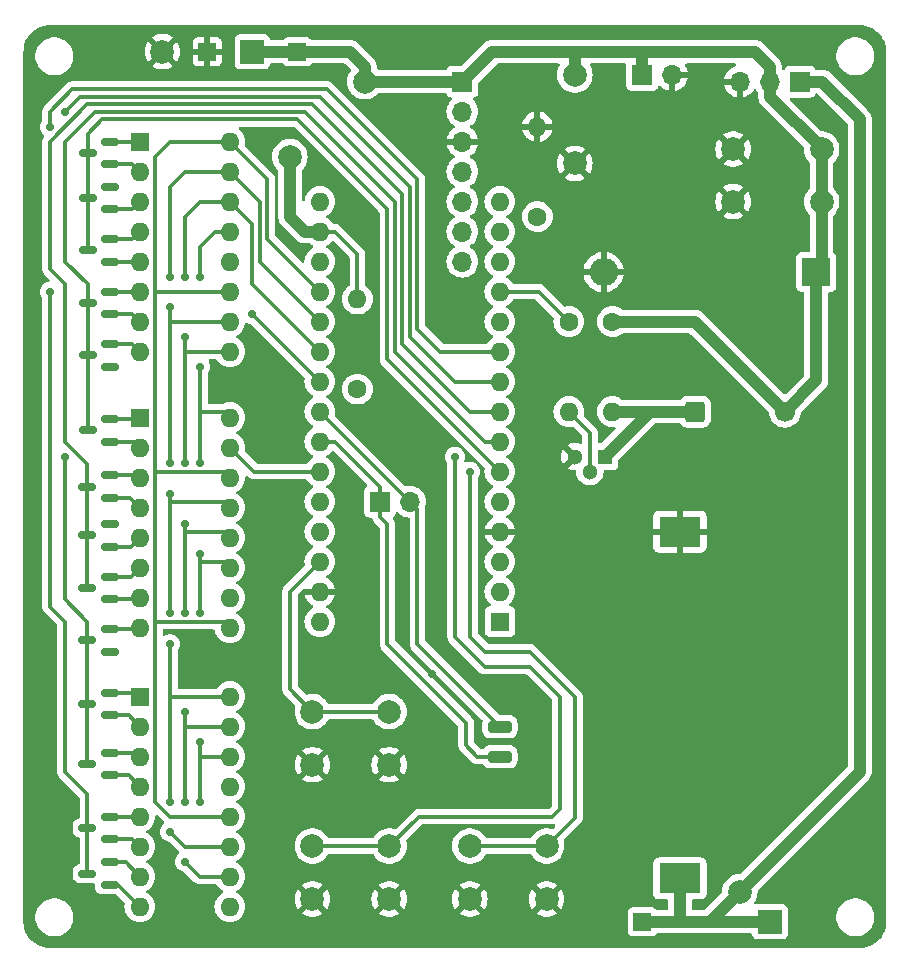
<source format=gbr>
%TF.GenerationSoftware,KiCad,Pcbnew,8.0.6*%
%TF.CreationDate,2024-12-28T16:15:17+01:00*%
%TF.ProjectId,lightning_detector,6c696768-746e-4696-9e67-5f6465746563,rev?*%
%TF.SameCoordinates,Original*%
%TF.FileFunction,Copper,L1,Top*%
%TF.FilePolarity,Positive*%
%FSLAX46Y46*%
G04 Gerber Fmt 4.6, Leading zero omitted, Abs format (unit mm)*
G04 Created by KiCad (PCBNEW 8.0.6) date 2024-12-28 16:15:17*
%MOMM*%
%LPD*%
G01*
G04 APERTURE LIST*
G04 Aperture macros list*
%AMRoundRect*
0 Rectangle with rounded corners*
0 $1 Rounding radius*
0 $2 $3 $4 $5 $6 $7 $8 $9 X,Y pos of 4 corners*
0 Add a 4 corners polygon primitive as box body*
4,1,4,$2,$3,$4,$5,$6,$7,$8,$9,$2,$3,0*
0 Add four circle primitives for the rounded corners*
1,1,$1+$1,$2,$3*
1,1,$1+$1,$4,$5*
1,1,$1+$1,$6,$7*
1,1,$1+$1,$8,$9*
0 Add four rect primitives between the rounded corners*
20,1,$1+$1,$2,$3,$4,$5,0*
20,1,$1+$1,$4,$5,$6,$7,0*
20,1,$1+$1,$6,$7,$8,$9,0*
20,1,$1+$1,$8,$9,$2,$3,0*%
G04 Aperture macros list end*
%TA.AperFunction,ComponentPad*%
%ADD10C,2.000000*%
%TD*%
%TA.AperFunction,SMDPad,CuDef*%
%ADD11RoundRect,0.150000X0.587500X0.150000X-0.587500X0.150000X-0.587500X-0.150000X0.587500X-0.150000X0*%
%TD*%
%TA.AperFunction,ComponentPad*%
%ADD12R,1.600000X1.600000*%
%TD*%
%TA.AperFunction,ComponentPad*%
%ADD13O,1.600000X1.600000*%
%TD*%
%TA.AperFunction,ComponentPad*%
%ADD14R,2.000000X2.000000*%
%TD*%
%TA.AperFunction,SMDPad,CuDef*%
%ADD15R,1.500000X1.500000*%
%TD*%
%TA.AperFunction,ComponentPad*%
%ADD16RoundRect,0.249900X-0.600100X-0.600100X0.600100X-0.600100X0.600100X0.600100X-0.600100X0.600100X0*%
%TD*%
%TA.AperFunction,ComponentPad*%
%ADD17C,1.700000*%
%TD*%
%TA.AperFunction,ComponentPad*%
%ADD18R,1.300000X1.300000*%
%TD*%
%TA.AperFunction,ComponentPad*%
%ADD19C,1.300000*%
%TD*%
%TA.AperFunction,ComponentPad*%
%ADD20C,1.600000*%
%TD*%
%TA.AperFunction,ComponentPad*%
%ADD21R,2.400000X2.400000*%
%TD*%
%TA.AperFunction,ComponentPad*%
%ADD22O,2.400000X2.400000*%
%TD*%
%TA.AperFunction,SMDPad,CuDef*%
%ADD23RoundRect,0.250000X0.750000X-0.250000X0.750000X0.250000X-0.750000X0.250000X-0.750000X-0.250000X0*%
%TD*%
%TA.AperFunction,ComponentPad*%
%ADD24R,1.700000X1.700000*%
%TD*%
%TA.AperFunction,ComponentPad*%
%ADD25O,1.700000X1.700000*%
%TD*%
%TA.AperFunction,SMDPad,CuDef*%
%ADD26R,3.510000X2.540000*%
%TD*%
%TA.AperFunction,ViaPad*%
%ADD27C,2.000000*%
%TD*%
%TA.AperFunction,ViaPad*%
%ADD28C,0.700000*%
%TD*%
%TA.AperFunction,Conductor*%
%ADD29C,1.000000*%
%TD*%
%TA.AperFunction,Conductor*%
%ADD30C,0.300000*%
%TD*%
G04 APERTURE END LIST*
D10*
%TO.P,SW7,1*%
%TO.N,DisplayBut*%
X66040000Y-87575000D03*
X72540000Y-87575000D03*
%TO.P,SW7,2*%
%TO.N,GND*%
X66040000Y-92075000D03*
X72540000Y-92075000D03*
%TD*%
D11*
%TO.P,D4,1*%
%TO.N,DIP-Sel-2-P2*%
X35560000Y-42540000D03*
%TO.P,D4,2*%
%TO.N,DIP-Sel-2-P1*%
X35560000Y-40640000D03*
%TO.P,D4,3*%
%TO.N,DIP-Sel-2*%
X33685000Y-41590000D03*
%TD*%
%TO.P,D10,1*%
%TO.N,N/C*%
X35530000Y-71115000D03*
%TO.P,D10,2*%
%TO.N,DIP-Sel-4-P1*%
X35530000Y-69215000D03*
%TO.P,D10,3*%
%TO.N,DIP-Sel-4*%
X33655000Y-70165000D03*
%TD*%
D10*
%TO.P,SW5,1*%
%TO.N,ARDUINO-RESET*%
X52705000Y-76200000D03*
X59205000Y-76200000D03*
%TO.P,SW5,2*%
%TO.N,GND*%
X52705000Y-80700000D03*
X59205000Y-80700000D03*
%TD*%
D11*
%TO.P,D12,1*%
%TO.N,DIP-Sel-4-P5*%
X35530000Y-81600000D03*
%TO.P,D12,2*%
%TO.N,DIP-Sel-4-P4*%
X35530000Y-79700000D03*
%TO.P,D12,3*%
%TO.N,DIP-Sel-4*%
X33655000Y-80650000D03*
%TD*%
D12*
%TO.P,SW2,1*%
%TO.N,DIP-Sel-1-P1*%
X38100000Y-27940000D03*
D13*
%TO.P,SW2,2*%
%TO.N,DIP-Sel-1-P2*%
X38100000Y-30480000D03*
%TO.P,SW2,3*%
%TO.N,DIP-Sel-1-P3*%
X38100000Y-33020000D03*
%TO.P,SW2,4*%
%TO.N,DIP-Sel-1-P4*%
X38100000Y-35560000D03*
%TO.P,SW2,5*%
%TO.N,DIP-Sel-1-P5*%
X38100000Y-38100000D03*
%TO.P,SW2,6*%
%TO.N,DIP-Sel-2-P1*%
X38100000Y-40640000D03*
%TO.P,SW2,7*%
%TO.N,DIP-Sel-2-P2*%
X38100000Y-43180000D03*
%TO.P,SW2,8*%
%TO.N,DIP-Sel-2-P3*%
X38100000Y-45720000D03*
%TO.P,SW2,9*%
%TO.N,DIP-Sens-3*%
X45720000Y-45720000D03*
%TO.P,SW2,10*%
%TO.N,DIP-Sens-2*%
X45720000Y-43180000D03*
%TO.P,SW2,11*%
%TO.N,DIP-Sens-1*%
X45720000Y-40640000D03*
%TO.P,SW2,12*%
%TO.N,DIP-Sens-5*%
X45720000Y-38100000D03*
%TO.P,SW2,13*%
%TO.N,DIP-Sens-4*%
X45720000Y-35560000D03*
%TO.P,SW2,14*%
%TO.N,DIP-Sens-3*%
X45720000Y-33020000D03*
%TO.P,SW2,15*%
%TO.N,DIP-Sens-2*%
X45720000Y-30480000D03*
%TO.P,SW2,16*%
%TO.N,DIP-Sens-1*%
X45720000Y-27940000D03*
%TD*%
D14*
%TO.P,TP3,1*%
%TO.N,Power*%
X47625000Y-20320000D03*
%TD*%
D10*
%TO.P,C4,1*%
%TO.N,GND*%
X74930000Y-29785000D03*
%TO.P,C4,2*%
%TO.N,Power*%
X74930000Y-22285000D03*
%TD*%
D15*
%TO.P,TP4,1*%
%TO.N,Power*%
X51435000Y-20320000D03*
%TD*%
D16*
%TO.P,LS1,1*%
%TO.N,Beeper*%
X85110000Y-50800000D03*
D17*
%TO.P,LS1,2*%
%TO.N,Power*%
X92710000Y-50800000D03*
%TD*%
D15*
%TO.P,TP6,1*%
%TO.N,BatPower*%
X80645000Y-93980000D03*
%TD*%
D18*
%TO.P,Q1,1*%
%TO.N,Beeper*%
X77470000Y-54610000D03*
D19*
%TO.P,Q1,2*%
%TO.N,Beeper-TrBase*%
X76200000Y-55880000D03*
%TO.P,Q1,3*%
%TO.N,GND*%
X74930000Y-54610000D03*
%TD*%
D20*
%TO.P,R2,1*%
%TO.N,Power*%
X78105000Y-43180000D03*
D13*
%TO.P,R2,2*%
%TO.N,Beeper*%
X78105000Y-50800000D03*
%TD*%
D10*
%TO.P,C2,1*%
%TO.N,GND*%
X88325000Y-33020000D03*
%TO.P,C2,2*%
%TO.N,Power*%
X95825000Y-33020000D03*
%TD*%
D11*
%TO.P,D11,1*%
%TO.N,DIP-Sel-4-P3*%
X35530000Y-76515000D03*
%TO.P,D11,2*%
%TO.N,DIP-Sel-4-P2*%
X35530000Y-74615000D03*
%TO.P,D11,3*%
%TO.N,DIP-Sel-4*%
X33655000Y-75565000D03*
%TD*%
D12*
%TO.P,SW3,1*%
%TO.N,DIP-Sel-2-P4*%
X38100000Y-51308000D03*
D13*
%TO.P,SW3,2*%
%TO.N,DIP-Sel-2-P5*%
X38100000Y-53848000D03*
%TO.P,SW3,3*%
%TO.N,DIP-Sel-3-P1*%
X38100000Y-56388000D03*
%TO.P,SW3,4*%
%TO.N,DIP-Sel-3-P2*%
X38100000Y-58928000D03*
%TO.P,SW3,5*%
%TO.N,DIP-Sel-3-P3*%
X38100000Y-61468000D03*
%TO.P,SW3,6*%
%TO.N,DIP-Sel-3-P4*%
X38100000Y-64008000D03*
%TO.P,SW3,7*%
%TO.N,DIP-Sel-3-P5*%
X38100000Y-66548000D03*
%TO.P,SW3,8*%
%TO.N,DIP-Sel-4-P1*%
X38100000Y-69088000D03*
%TO.P,SW3,9*%
%TO.N,DIP-Sens-1*%
X45720000Y-69088000D03*
%TO.P,SW3,10*%
%TO.N,DIP-Sens-5*%
X45720000Y-66548000D03*
%TO.P,SW3,11*%
%TO.N,DIP-Sens-4*%
X45720000Y-64008000D03*
%TO.P,SW3,12*%
%TO.N,DIP-Sens-3*%
X45720000Y-61468000D03*
%TO.P,SW3,13*%
%TO.N,DIP-Sens-2*%
X45720000Y-58928000D03*
%TO.P,SW3,14*%
%TO.N,DIP-Sens-1*%
X45720000Y-56388000D03*
%TO.P,SW3,15*%
%TO.N,DIP-Sens-5*%
X45720000Y-53848000D03*
%TO.P,SW3,16*%
%TO.N,DIP-Sens-4*%
X45720000Y-51308000D03*
%TD*%
D11*
%TO.P,D8,1*%
%TO.N,DIP-Sel-3-P3*%
X35530000Y-62225000D03*
%TO.P,D8,2*%
%TO.N,N/C*%
X35530000Y-60325000D03*
%TO.P,D8,3*%
%TO.N,DIP-Sel-3*%
X33655000Y-61275000D03*
%TD*%
D21*
%TO.P,C1,1*%
%TO.N,Power*%
X95360000Y-38977500D03*
D22*
%TO.P,C1,2*%
%TO.N,GND*%
X77360000Y-38977500D03*
%TD*%
D11*
%TO.P,D5,1*%
%TO.N,N/C*%
X35560000Y-46985000D03*
%TO.P,D5,2*%
%TO.N,DIP-Sel-2-P3*%
X35560000Y-45085000D03*
%TO.P,D5,3*%
%TO.N,DIP-Sel-2*%
X33685000Y-46035000D03*
%TD*%
D20*
%TO.P,R4,1*%
%TO.N,SPI-MISO*%
X71755000Y-34290000D03*
D13*
%TO.P,R4,2*%
%TO.N,GND*%
X71755000Y-26670000D03*
%TD*%
D20*
%TO.P,R1,1*%
%TO.N,Beeper-CTRL*%
X74422000Y-43180000D03*
D13*
%TO.P,R1,2*%
%TO.N,Beeper-TrBase*%
X74422000Y-50800000D03*
%TD*%
D23*
%TO.P,J5,1*%
%TO.N,I2C-SCL*%
X68580000Y-80010000D03*
%TD*%
D24*
%TO.P,SW1,1*%
%TO.N,BatPower*%
X93980000Y-22860000D03*
D25*
%TO.P,SW1,2*%
%TO.N,Power*%
X91440000Y-22860000D03*
%TO.P,SW1,3*%
%TO.N,GND*%
X88900000Y-22860000D03*
%TD*%
D23*
%TO.P,J6,1*%
%TO.N,I2C-SDA*%
X68580000Y-77470000D03*
%TD*%
D11*
%TO.P,D6,1*%
%TO.N,DIP-Sel-2-P5*%
X35560000Y-53335000D03*
%TO.P,D6,2*%
%TO.N,DIP-Sel-2-P4*%
X35560000Y-51435000D03*
%TO.P,D6,3*%
%TO.N,DIP-Sel-2*%
X33685000Y-52385000D03*
%TD*%
%TO.P,D14,1*%
%TO.N,DIP-Sel-5-P4*%
X35530000Y-90866000D03*
%TO.P,D14,2*%
%TO.N,DIP-Sel-5-P3*%
X35530000Y-88966000D03*
%TO.P,D14,3*%
%TO.N,DIP-Sel-5*%
X33655000Y-89916000D03*
%TD*%
D10*
%TO.P,C3,1*%
%TO.N,GND*%
X88325000Y-28575000D03*
%TO.P,C3,2*%
%TO.N,Power*%
X95825000Y-28575000D03*
%TD*%
D11*
%TO.P,D1,1*%
%TO.N,DIP-Sel-1-P2*%
X35560000Y-29845000D03*
%TO.P,D1,2*%
%TO.N,DIP-Sel-1-P1*%
X35560000Y-27945000D03*
%TO.P,D1,3*%
%TO.N,DIP-Sel-1*%
X33685000Y-28895000D03*
%TD*%
D15*
%TO.P,TP2,1*%
%TO.N,GND*%
X43815000Y-20320000D03*
%TD*%
D11*
%TO.P,D7,1*%
%TO.N,DIP-Sel-3-P2*%
X35530000Y-58095000D03*
%TO.P,D7,2*%
%TO.N,DIP-Sel-3-P1*%
X35530000Y-56195000D03*
%TO.P,D7,3*%
%TO.N,DIP-Sel-3*%
X33655000Y-57145000D03*
%TD*%
%TO.P,D13,1*%
%TO.N,DIP-Sel-5-P2*%
X35530000Y-86995000D03*
%TO.P,D13,2*%
%TO.N,DIP-Sel-5-P1*%
X35530000Y-85095000D03*
%TO.P,D13,3*%
%TO.N,DIP-Sel-5*%
X33655000Y-86045000D03*
%TD*%
%TO.P,D3,1*%
%TO.N,DIP-Sel-1-P5*%
X35560000Y-38095000D03*
%TO.P,D3,2*%
%TO.N,DIP-Sel-1-P4*%
X35560000Y-36195000D03*
%TO.P,D3,3*%
%TO.N,DIP-Sel-1*%
X33685000Y-37145000D03*
%TD*%
%TO.P,D9,1*%
%TO.N,DIP-Sel-3-P5*%
X35530000Y-66665000D03*
%TO.P,D9,2*%
%TO.N,DIP-Sel-3-P4*%
X35530000Y-64765000D03*
%TO.P,D9,3*%
%TO.N,DIP-Sel-3*%
X33655000Y-65715000D03*
%TD*%
D20*
%TO.P,R3,1*%
%TO.N,SPISel-AS3935*%
X56515000Y-48895000D03*
D13*
%TO.P,R3,2*%
%TO.N,Power*%
X56515000Y-41275000D03*
%TD*%
D10*
%TO.P,TP1,1*%
%TO.N,GND*%
X40005000Y-20320000D03*
%TD*%
D12*
%TO.P,SW4,1*%
%TO.N,DIP-Sel-4-P2*%
X38100000Y-74930000D03*
D13*
%TO.P,SW4,2*%
%TO.N,DIP-Sel-4-P3*%
X38100000Y-77470000D03*
%TO.P,SW4,3*%
%TO.N,DIP-Sel-4-P4*%
X38100000Y-80010000D03*
%TO.P,SW4,4*%
%TO.N,DIP-Sel-4-P5*%
X38100000Y-82550000D03*
%TO.P,SW4,5*%
%TO.N,DIP-Sel-5-P1*%
X38100000Y-85090000D03*
%TO.P,SW4,6*%
%TO.N,DIP-Sel-5-P2*%
X38100000Y-87630000D03*
%TO.P,SW4,7*%
%TO.N,DIP-Sel-5-P3*%
X38100000Y-90170000D03*
%TO.P,SW4,8*%
%TO.N,DIP-Sel-5-P4*%
X38100000Y-92710000D03*
%TO.P,SW4,9*%
%TO.N,DIP-Sens-4*%
X45720000Y-92710000D03*
%TO.P,SW4,10*%
%TO.N,DIP-Sens-3*%
X45720000Y-90170000D03*
%TO.P,SW4,11*%
%TO.N,DIP-Sens-2*%
X45720000Y-87630000D03*
%TO.P,SW4,12*%
%TO.N,DIP-Sens-1*%
X45720000Y-85090000D03*
%TO.P,SW4,13*%
%TO.N,DIP-Sens-5*%
X45720000Y-82550000D03*
%TO.P,SW4,14*%
%TO.N,DIP-Sens-4*%
X45720000Y-80010000D03*
%TO.P,SW4,15*%
%TO.N,DIP-Sens-3*%
X45720000Y-77470000D03*
%TO.P,SW4,16*%
%TO.N,DIP-Sens-2*%
X45720000Y-74930000D03*
%TD*%
D12*
%TO.P,A1,1*%
%TO.N,N/C*%
X68580000Y-68580000D03*
D13*
%TO.P,A1,2*%
X68580000Y-66040000D03*
%TO.P,A1,3*%
%TO.N,ARDUINO-RESET*%
X68580000Y-63500000D03*
%TO.P,A1,4*%
%TO.N,GND*%
X68580000Y-60960000D03*
%TO.P,A1,5*%
%TO.N,AS3935-IRQ*%
X68580000Y-58420000D03*
%TO.P,A1,6*%
%TO.N,DIP-Sel-1*%
X68580000Y-55880000D03*
%TO.P,A1,7*%
%TO.N,DIP-Sel-2*%
X68580000Y-53340000D03*
%TO.P,A1,8*%
%TO.N,DIP-Sel-3*%
X68580000Y-50800000D03*
%TO.P,A1,9*%
%TO.N,DIP-Sel-4*%
X68580000Y-48260000D03*
%TO.P,A1,10*%
%TO.N,DIP-Sel-5*%
X68580000Y-45720000D03*
%TO.P,A1,11*%
%TO.N,DisplayBut*%
X68580000Y-43180000D03*
%TO.P,A1,12*%
%TO.N,Beeper-CTRL*%
X68580000Y-40640000D03*
%TO.P,A1,13*%
%TO.N,ClearStatsBut*%
X68580000Y-38100000D03*
%TO.P,A1,14*%
%TO.N,SPI-MOSI*%
X68580000Y-35560000D03*
%TO.P,A1,15*%
%TO.N,SPI-MISO*%
X68580000Y-33020000D03*
%TO.P,A1,16*%
%TO.N,SPI-CLK*%
X53340000Y-33020000D03*
%TO.P,A1,17*%
%TO.N,Power*%
X53340000Y-35560000D03*
%TO.P,A1,18*%
%TO.N,N/C*%
X53340000Y-38100000D03*
%TO.P,A1,19*%
%TO.N,DIP-Sens-1*%
X53340000Y-40640000D03*
%TO.P,A1,20*%
%TO.N,DIP-Sens-2*%
X53340000Y-43180000D03*
%TO.P,A1,21*%
%TO.N,DIP-Sens-3*%
X53340000Y-45720000D03*
%TO.P,A1,22*%
%TO.N,DIP-Sens-4*%
X53340000Y-48260000D03*
%TO.P,A1,23*%
%TO.N,I2C-SDA*%
X53340000Y-50800000D03*
%TO.P,A1,24*%
%TO.N,I2C-SCL*%
X53340000Y-53340000D03*
%TO.P,A1,25*%
%TO.N,DIP-Sens-5*%
X53340000Y-55880000D03*
%TO.P,A1,26*%
%TO.N,SPISel-AS3935*%
X53340000Y-58420000D03*
%TO.P,A1,27*%
%TO.N,N/C*%
X53340000Y-60960000D03*
%TO.P,A1,28*%
%TO.N,ARDUINO-RESET*%
X53340000Y-63500000D03*
%TO.P,A1,29*%
%TO.N,GND*%
X53340000Y-66040000D03*
%TO.P,A1,30*%
%TO.N,N/C*%
X53340000Y-68580000D03*
%TD*%
D11*
%TO.P,D2,1*%
%TO.N,DIP-Sel-1-P3*%
X35560000Y-33655000D03*
%TO.P,D2,2*%
%TO.N,N/C*%
X35560000Y-31755000D03*
%TO.P,D2,3*%
%TO.N,DIP-Sel-1*%
X33685000Y-32705000D03*
%TD*%
D26*
%TO.P,BT1,1*%
%TO.N,BatPower*%
X83820000Y-90320000D03*
%TO.P,BT1,2*%
%TO.N,GND*%
X83820000Y-60960000D03*
%TD*%
D10*
%TO.P,SW6,1*%
%TO.N,ClearStatsBut*%
X52705000Y-87575000D03*
X59205000Y-87575000D03*
%TO.P,SW6,2*%
%TO.N,GND*%
X52705000Y-92075000D03*
X59205000Y-92075000D03*
%TD*%
D14*
%TO.P,TP5,1*%
%TO.N,BatPower*%
X91440000Y-93980000D03*
%TD*%
D24*
%TO.P,J1,1*%
%TO.N,Power*%
X65405000Y-22860000D03*
D25*
%TO.P,J1,2*%
%TO.N,SPI-CLK*%
X65405000Y-25400000D03*
%TO.P,J1,3*%
%TO.N,GND*%
X65405000Y-27940000D03*
%TO.P,J1,4*%
%TO.N,AS3935-IRQ*%
X65405000Y-30480000D03*
%TO.P,J1,5*%
%TO.N,SPI-MISO*%
X65405000Y-33020000D03*
%TO.P,J1,6*%
%TO.N,SPI-MOSI*%
X65405000Y-35560000D03*
%TO.P,J1,7*%
%TO.N,SPISel-AS3935*%
X65405000Y-38100000D03*
%TD*%
D24*
%TO.P,J7,1*%
%TO.N,I2C-SCL*%
X58420000Y-58420000D03*
D25*
%TO.P,J7,2*%
%TO.N,I2C-SDA*%
X60960000Y-58420000D03*
%TD*%
D24*
%TO.P,J2,1*%
%TO.N,Power*%
X80640000Y-22295000D03*
D25*
%TO.P,J2,2*%
%TO.N,GND*%
X83180000Y-22295000D03*
%TD*%
D27*
%TO.N,Power*%
X50800000Y-29210000D03*
X57150000Y-22860000D03*
%TO.N,BatPower*%
X88900000Y-91440000D03*
D28*
%TO.N,DIP-Sel-4*%
X31750000Y-25400000D03*
X31750000Y-54610000D03*
%TO.N,DIP-Sel-5*%
X30480000Y-40640000D03*
X30480000Y-26670000D03*
%TO.N,DIP-Sens-2*%
X40640000Y-39370000D03*
X40640000Y-67818000D03*
X40640000Y-86360000D03*
X40640000Y-57785000D03*
X40640000Y-41910000D03*
X40640000Y-70485000D03*
X40640000Y-55118000D03*
X40640000Y-83820000D03*
%TO.N,DIP-Sens-3*%
X41910000Y-76200000D03*
X41910000Y-55118000D03*
X41910000Y-83820000D03*
X41910000Y-67818000D03*
X41910000Y-44450000D03*
X41910000Y-39370000D03*
X41910000Y-60325000D03*
X41910000Y-88900000D03*
%TO.N,DIP-Sens-4*%
X43180000Y-46990000D03*
X43180000Y-55118000D03*
X43180000Y-39370000D03*
X43180000Y-67818000D03*
X43180000Y-78740000D03*
X43180000Y-83820000D03*
X47625000Y-42545000D03*
X43180000Y-62865000D03*
%TO.N,ClearStatsBut*%
X64770000Y-54610000D03*
%TO.N,DisplayBut*%
X66040000Y-55880000D03*
%TO.N,GND*%
X51435000Y-54610000D03*
X48895000Y-27940000D03*
X54991000Y-55245000D03*
X73025000Y-40005000D03*
X70485000Y-39370000D03*
X63500000Y-27305000D03*
X62865000Y-64770000D03*
X66802000Y-31750000D03*
X63500000Y-38100000D03*
X62865000Y-61976000D03*
X29210000Y-24130000D03*
X62865000Y-73025000D03*
X53340000Y-30480000D03*
X59055000Y-54610000D03*
X95885000Y-25717500D03*
D27*
X86360000Y-55880000D03*
D28*
X58420000Y-47625000D03*
X70485000Y-54610000D03*
X54610000Y-22225000D03*
D27*
X64135000Y-81915000D03*
X62611000Y-94615000D03*
D28*
X62865000Y-43180000D03*
X51435000Y-36830000D03*
D27*
X76200000Y-60960000D03*
X95885000Y-89535000D03*
X30480000Y-87630000D03*
D28*
X57785000Y-25400000D03*
X66802000Y-34290000D03*
D27*
X81280000Y-66040000D03*
D28*
X93980000Y-19685000D03*
D27*
X56515000Y-68580000D03*
D28*
X100584000Y-41402000D03*
D27*
X86360000Y-66040000D03*
D28*
X57531000Y-61976000D03*
X100584000Y-66040000D03*
X60325000Y-49530000D03*
X66802000Y-36830000D03*
D27*
X91440000Y-60960000D03*
X49530000Y-60960000D03*
D28*
X71120000Y-74930000D03*
X29210000Y-39370000D03*
X29210000Y-63500000D03*
D27*
X56515000Y-45085000D03*
D28*
X63500000Y-24384000D03*
X70485000Y-41910000D03*
X60198000Y-64770000D03*
X97409000Y-35560000D03*
D27*
X81280000Y-55880000D03*
D28*
X57785000Y-39370000D03*
D27*
X48260000Y-45720000D03*
D28*
X56515000Y-57150000D03*
X97155000Y-41402000D03*
X71374000Y-32512000D03*
D27*
X81915000Y-30480000D03*
D28*
X60325000Y-27940000D03*
X55880000Y-33020000D03*
X60325000Y-61976000D03*
D27*
X60960000Y-52070000D03*
D28*
X57150000Y-52705000D03*
X72771000Y-43053000D03*
X97409000Y-30797500D03*
X65405000Y-43180000D03*
X57531000Y-64770000D03*
D27*
X69850000Y-23495000D03*
X61595000Y-19685000D03*
D28*
X71374000Y-36068000D03*
%TD*%
D29*
%TO.N,Power*%
X85090000Y-43180000D02*
X78105000Y-43180000D01*
X55880000Y-20320000D02*
X51435000Y-20320000D01*
X95825000Y-33020000D02*
X95825000Y-28575000D01*
X67945000Y-20320000D02*
X65405000Y-22860000D01*
X74930000Y-22285000D02*
X74930000Y-20320000D01*
X80645000Y-20320000D02*
X75565000Y-20320000D01*
X92710000Y-50800000D02*
X85090000Y-43180000D01*
X57150000Y-22860000D02*
X65405000Y-22860000D01*
D30*
X54610000Y-35560000D02*
X56515000Y-37465000D01*
D29*
X91440000Y-21590000D02*
X90170000Y-20320000D01*
X91440000Y-22860000D02*
X91440000Y-21590000D01*
X80640000Y-20325000D02*
X80645000Y-20320000D01*
X95825000Y-33020000D02*
X95825000Y-38512500D01*
X92710000Y-50800000D02*
X95360000Y-48150000D01*
X81275000Y-20325000D02*
X81280000Y-20320000D01*
D30*
X53340000Y-35560000D02*
X54610000Y-35560000D01*
D29*
X74295000Y-20320000D02*
X73660000Y-20320000D01*
X81280000Y-20320000D02*
X80645000Y-20320000D01*
X55880000Y-20320000D02*
X57150000Y-21590000D01*
X95825000Y-28575000D02*
X95825000Y-28515000D01*
X80640000Y-22295000D02*
X80640000Y-20325000D01*
X51435000Y-20320000D02*
X47625000Y-20320000D01*
X50800000Y-34290000D02*
X52070000Y-35560000D01*
X95825000Y-38512500D02*
X95360000Y-38977500D01*
X52070000Y-35560000D02*
X53340000Y-35560000D01*
X74930000Y-20320000D02*
X74295000Y-20320000D01*
X50800000Y-29210000D02*
X50800000Y-34290000D01*
X75565000Y-20320000D02*
X74930000Y-20320000D01*
X95360000Y-38977500D02*
X95360000Y-48150000D01*
X73660000Y-20320000D02*
X67945000Y-20320000D01*
X91440000Y-24130000D02*
X91440000Y-22860000D01*
X90170000Y-20320000D02*
X81280000Y-20320000D01*
X95825000Y-28515000D02*
X91440000Y-24130000D01*
X57150000Y-21590000D02*
X57150000Y-22860000D01*
D30*
X56515000Y-37465000D02*
X56515000Y-41275000D01*
D29*
%TO.N,BatPower*%
X95885000Y-22860000D02*
X99060000Y-26035000D01*
X91440000Y-93980000D02*
X86360000Y-93980000D01*
X83820000Y-91460000D02*
X83620000Y-91260000D01*
X83820000Y-93980000D02*
X83820000Y-91460000D01*
X93980000Y-22860000D02*
X95885000Y-22860000D01*
X86360000Y-93980000D02*
X83820000Y-93980000D01*
X80645000Y-93980000D02*
X83820000Y-93980000D01*
X88900000Y-91440000D02*
X86360000Y-93980000D01*
X99060000Y-26035000D02*
X99060000Y-81280000D01*
X99060000Y-81280000D02*
X88900000Y-91440000D01*
%TO.N,Beeper*%
X77470000Y-54610000D02*
X81280000Y-50800000D01*
X78105000Y-50800000D02*
X81280000Y-50800000D01*
X81280000Y-50800000D02*
X85110000Y-50800000D01*
D30*
%TO.N,Beeper-CTRL*%
X71882000Y-40640000D02*
X68580000Y-40640000D01*
X74422000Y-43180000D02*
X71882000Y-40640000D01*
%TO.N,Beeper-TrBase*%
X76200000Y-52578000D02*
X74422000Y-50800000D01*
X76200000Y-55880000D02*
X76200000Y-52578000D01*
%TO.N,DIP-Sel-1*%
X59055000Y-46355000D02*
X68580000Y-55880000D01*
X33685000Y-27275000D02*
X34925000Y-26035000D01*
X51435000Y-26035000D02*
X59055000Y-33655000D01*
X59055000Y-33655000D02*
X59055000Y-46355000D01*
X34925000Y-26035000D02*
X51435000Y-26035000D01*
X33685000Y-37145000D02*
X33685000Y-27275000D01*
%TO.N,DIP-Sel-2*%
X31750000Y-38100000D02*
X31750000Y-27940000D01*
X31750000Y-27940000D02*
X34290000Y-25400000D01*
X33685000Y-40035000D02*
X31750000Y-38100000D01*
X59690000Y-33020000D02*
X59690000Y-45720000D01*
X59690000Y-45720000D02*
X67310000Y-53340000D01*
X67310000Y-53340000D02*
X68580000Y-53340000D01*
X34290000Y-25400000D02*
X52070000Y-25400000D01*
X52070000Y-25400000D02*
X59690000Y-33020000D01*
X33685000Y-52385000D02*
X33685000Y-40035000D01*
%TO.N,DIP-Sel-3*%
X52705000Y-24765000D02*
X60325000Y-32385000D01*
X33655000Y-24765000D02*
X52705000Y-24765000D01*
X60325000Y-45085000D02*
X66040000Y-50800000D01*
X30480000Y-27940000D02*
X33655000Y-24765000D01*
X30480000Y-38735000D02*
X30480000Y-27940000D01*
X33655000Y-65715000D02*
X33655000Y-55245000D01*
X60325000Y-32385000D02*
X60325000Y-45085000D01*
X31750000Y-53340000D02*
X31750000Y-40005000D01*
X66040000Y-50800000D02*
X68580000Y-50800000D01*
X33655000Y-55245000D02*
X31750000Y-53340000D01*
X31750000Y-40005000D02*
X30480000Y-38735000D01*
%TO.N,DIP-Sel-4*%
X60960000Y-44450000D02*
X60960000Y-31750000D01*
X60960000Y-31750000D02*
X53340000Y-24130000D01*
X31750000Y-66675000D02*
X33655000Y-68580000D01*
X33020000Y-24130000D02*
X53340000Y-24130000D01*
X68580000Y-48260000D02*
X64770000Y-48260000D01*
X31750000Y-54610000D02*
X31750000Y-66675000D01*
X33655000Y-68580000D02*
X33655000Y-80650000D01*
X33020000Y-24130000D02*
X31750000Y-25400000D01*
X64770000Y-48260000D02*
X60960000Y-44450000D01*
%TO.N,DIP-Sel-5*%
X30480000Y-67310000D02*
X31750000Y-68580000D01*
X31750000Y-68580000D02*
X31750000Y-81280000D01*
X30480000Y-25400000D02*
X32385000Y-23495000D01*
X32385000Y-23495000D02*
X53975000Y-23495000D01*
X53975000Y-23495000D02*
X61595000Y-31115000D01*
X30480000Y-26670000D02*
X30480000Y-25400000D01*
X31750000Y-81280000D02*
X33655000Y-83185000D01*
X33655000Y-83185000D02*
X33655000Y-89916000D01*
X61595000Y-31115000D02*
X61595000Y-43815000D01*
X30480000Y-40640000D02*
X30480000Y-67310000D01*
X63500000Y-45720000D02*
X68580000Y-45720000D01*
X61595000Y-43815000D02*
X63500000Y-45720000D01*
%TO.N,DIP-Sens-1*%
X45720000Y-27940000D02*
X40640000Y-27940000D01*
X48895000Y-31115000D02*
X45720000Y-27940000D01*
X40640000Y-27940000D02*
X39370000Y-29210000D01*
X39370000Y-40640000D02*
X39370000Y-55880000D01*
X53340000Y-40640000D02*
X48895000Y-36195000D01*
X39370000Y-83820000D02*
X39370000Y-82550000D01*
X45212000Y-68580000D02*
X45720000Y-69088000D01*
X48895000Y-31115000D02*
X48895000Y-36195000D01*
X39370000Y-68580000D02*
X39370000Y-82550000D01*
X39370000Y-68580000D02*
X45212000Y-68580000D01*
X40640000Y-85090000D02*
X39370000Y-83820000D01*
X39370000Y-40640000D02*
X45720000Y-40640000D01*
X39370000Y-55880000D02*
X39370000Y-68580000D01*
X45212000Y-55880000D02*
X45720000Y-56388000D01*
X39370000Y-29210000D02*
X39370000Y-40640000D01*
X39370000Y-55880000D02*
X45212000Y-55880000D01*
X45720000Y-85090000D02*
X40640000Y-85090000D01*
%TO.N,DIP-Sens-2*%
X41910000Y-30480000D02*
X40640000Y-31750000D01*
X40640000Y-41910000D02*
X40640000Y-43180000D01*
X48260000Y-38100000D02*
X48260000Y-33020000D01*
X40640000Y-57785000D02*
X40640000Y-58420000D01*
X40640000Y-74930000D02*
X45720000Y-74930000D01*
X40640000Y-43180000D02*
X40640000Y-55118000D01*
X45720000Y-43180000D02*
X40640000Y-43180000D01*
X40640000Y-31750000D02*
X40640000Y-39370000D01*
X40640000Y-73660000D02*
X40640000Y-74930000D01*
X40640000Y-58420000D02*
X40640000Y-67818000D01*
X40640000Y-58420000D02*
X45212000Y-58420000D01*
X40640000Y-70485000D02*
X40640000Y-73660000D01*
X53340000Y-43180000D02*
X48260000Y-38100000D01*
X45720000Y-87630000D02*
X41910000Y-87630000D01*
X41910000Y-87630000D02*
X40640000Y-86360000D01*
X45212000Y-58420000D02*
X45720000Y-58928000D01*
X45720000Y-30480000D02*
X41910000Y-30480000D01*
X40640000Y-74930000D02*
X40640000Y-83820000D01*
X45720000Y-30480000D02*
X48260000Y-33020000D01*
%TO.N,DIP-Sens-3*%
X41910000Y-77470000D02*
X41910000Y-83820000D01*
X53340000Y-45720000D02*
X47625000Y-40005000D01*
X45720000Y-33020000D02*
X47625000Y-34925000D01*
X41910000Y-77470000D02*
X45720000Y-77470000D01*
X41910000Y-60960000D02*
X41910000Y-67818000D01*
X41910000Y-45720000D02*
X41910000Y-55118000D01*
X43180000Y-90170000D02*
X41910000Y-88900000D01*
X41910000Y-34290000D02*
X41910000Y-39370000D01*
X45720000Y-90170000D02*
X43180000Y-90170000D01*
X41910000Y-60960000D02*
X45212000Y-60960000D01*
X47625000Y-40005000D02*
X47625000Y-34925000D01*
X43180000Y-33020000D02*
X41910000Y-34290000D01*
X41910000Y-44450000D02*
X41910000Y-45720000D01*
X41910000Y-76200000D02*
X41910000Y-77470000D01*
X41910000Y-60325000D02*
X41910000Y-60960000D01*
X45212000Y-60960000D02*
X45720000Y-61468000D01*
X45720000Y-33020000D02*
X43180000Y-33020000D01*
X45720000Y-45720000D02*
X41910000Y-45720000D01*
%TO.N,DIP-Sens-4*%
X45720000Y-51308000D02*
X45212000Y-50800000D01*
X45720000Y-35560000D02*
X44450000Y-35560000D01*
X53340000Y-48260000D02*
X47625000Y-42545000D01*
X43180000Y-62865000D02*
X43180000Y-63500000D01*
X43180000Y-80010000D02*
X43180000Y-83820000D01*
X43180000Y-80010000D02*
X45720000Y-80010000D01*
X45212000Y-50800000D02*
X43180000Y-50800000D01*
X43180000Y-63500000D02*
X45212000Y-63500000D01*
X43180000Y-63500000D02*
X43180000Y-67818000D01*
X45212000Y-63500000D02*
X45720000Y-64008000D01*
X44450000Y-35560000D02*
X43180000Y-36830000D01*
X43180000Y-50800000D02*
X43180000Y-55118000D01*
X43180000Y-78740000D02*
X43180000Y-80010000D01*
X43180000Y-36830000D02*
X43180000Y-39370000D01*
X43180000Y-46990000D02*
X43180000Y-50800000D01*
%TO.N,DIP-Sens-5*%
X47752000Y-55880000D02*
X48260000Y-55880000D01*
X45720000Y-53848000D02*
X47752000Y-55880000D01*
X48260000Y-55880000D02*
X53340000Y-55880000D01*
%TO.N,I2C-SDA*%
X68580000Y-77470000D02*
X61595000Y-70485000D01*
X60960000Y-58420000D02*
X53340000Y-50800000D01*
X61595000Y-59055000D02*
X60960000Y-58420000D01*
X61595000Y-70485000D02*
X61595000Y-59055000D01*
%TO.N,I2C-SCL*%
X65722500Y-79057500D02*
X65722500Y-77152500D01*
X59055000Y-60325000D02*
X59055000Y-70485000D01*
X53340000Y-53340000D02*
X54610000Y-53340000D01*
X58420000Y-59690000D02*
X59055000Y-60325000D01*
X66675000Y-80010000D02*
X65722500Y-79057500D01*
X58420000Y-57150000D02*
X58420000Y-58420000D01*
X68580000Y-80010000D02*
X66675000Y-80010000D01*
X59055000Y-70485000D02*
X65722500Y-77152500D01*
X58420000Y-58420000D02*
X58420000Y-59690000D01*
X54610000Y-53340000D02*
X58420000Y-57150000D01*
%TO.N,ARDUINO-RESET*%
X52705000Y-76200000D02*
X50800000Y-74295000D01*
X50800000Y-66040000D02*
X53340000Y-63500000D01*
X52705000Y-76200000D02*
X59205000Y-76200000D01*
X50800000Y-74295000D02*
X50800000Y-66040000D01*
%TO.N,ClearStatsBut*%
X73025000Y-85090000D02*
X61690000Y-85090000D01*
X71120000Y-72390000D02*
X73660000Y-74930000D01*
X61690000Y-85090000D02*
X59205000Y-87575000D01*
X73660000Y-74930000D02*
X73660000Y-84455000D01*
X64770000Y-69850000D02*
X67310000Y-72390000D01*
X73660000Y-84455000D02*
X73025000Y-85090000D01*
X67310000Y-72390000D02*
X71120000Y-72390000D01*
X64770000Y-54610000D02*
X64770000Y-69850000D01*
X59205000Y-87575000D02*
X52705000Y-87575000D01*
%TO.N,DisplayBut*%
X66040000Y-69850000D02*
X67310000Y-71120000D01*
X74930000Y-74930000D02*
X74930000Y-85185000D01*
X74930000Y-85185000D02*
X72540000Y-87575000D01*
X71120000Y-71120000D02*
X74930000Y-74930000D01*
X72540000Y-87575000D02*
X66040000Y-87575000D01*
X66040000Y-55880000D02*
X66040000Y-69850000D01*
X67310000Y-71120000D02*
X71120000Y-71120000D01*
%TO.N,DIP-Sel-1-P1*%
X35565000Y-27940000D02*
X38100000Y-27940000D01*
X35560000Y-27945000D02*
X35565000Y-27940000D01*
%TO.N,DIP-Sel-1-P2*%
X37465000Y-29845000D02*
X38100000Y-30480000D01*
X35560000Y-29845000D02*
X37465000Y-29845000D01*
%TO.N,DIP-Sel-1-P3*%
X37465000Y-33655000D02*
X38100000Y-33020000D01*
X35560000Y-33655000D02*
X37465000Y-33655000D01*
%TO.N,DIP-Sel-1-P4*%
X37465000Y-36195000D02*
X38100000Y-35560000D01*
X35560000Y-36195000D02*
X37465000Y-36195000D01*
%TO.N,DIP-Sel-1-P5*%
X38095000Y-38095000D02*
X38100000Y-38100000D01*
X35560000Y-38095000D02*
X38095000Y-38095000D01*
%TO.N,DIP-Sel-2-P1*%
X35560000Y-40640000D02*
X38100000Y-40640000D01*
%TO.N,DIP-Sel-2-P2*%
X35560000Y-42540000D02*
X37460000Y-42540000D01*
X37460000Y-42540000D02*
X38100000Y-43180000D01*
%TO.N,DIP-Sel-2-P3*%
X35560000Y-45085000D02*
X37465000Y-45085000D01*
X37465000Y-45085000D02*
X38100000Y-45720000D01*
%TO.N,DIP-Sel-2-P4*%
X35560000Y-51435000D02*
X37973000Y-51435000D01*
X37973000Y-51435000D02*
X38100000Y-51308000D01*
%TO.N,DIP-Sel-2-P5*%
X35560000Y-53335000D02*
X37587000Y-53335000D01*
X37587000Y-53335000D02*
X38100000Y-53848000D01*
%TO.N,DIP-Sel-3-P1*%
X37907000Y-56195000D02*
X38100000Y-56388000D01*
X35530000Y-56195000D02*
X37907000Y-56195000D01*
%TO.N,DIP-Sel-3-P2*%
X37267000Y-58095000D02*
X38100000Y-58928000D01*
X35530000Y-58095000D02*
X37267000Y-58095000D01*
%TO.N,DIP-Sel-3-P3*%
X35530000Y-62225000D02*
X37343000Y-62225000D01*
X37343000Y-62225000D02*
X38100000Y-61468000D01*
%TO.N,DIP-Sel-3-P4*%
X35530000Y-64765000D02*
X37343000Y-64765000D01*
X37343000Y-64765000D02*
X38100000Y-64008000D01*
%TO.N,DIP-Sel-3-P5*%
X37983000Y-66665000D02*
X38100000Y-66548000D01*
X35530000Y-66665000D02*
X37983000Y-66665000D01*
%TO.N,DIP-Sel-4-P1*%
X35530000Y-69215000D02*
X37973000Y-69215000D01*
X37973000Y-69215000D02*
X38100000Y-69088000D01*
%TO.N,DIP-Sel-4-P2*%
X37785000Y-74615000D02*
X38100000Y-74930000D01*
X35530000Y-74615000D02*
X37785000Y-74615000D01*
%TO.N,DIP-Sel-4-P3*%
X37145000Y-76515000D02*
X38100000Y-77470000D01*
X35530000Y-76515000D02*
X37145000Y-76515000D01*
%TO.N,DIP-Sel-4-P4*%
X35530000Y-79700000D02*
X37790000Y-79700000D01*
X37790000Y-79700000D02*
X38100000Y-80010000D01*
%TO.N,DIP-Sel-4-P5*%
X35530000Y-81600000D02*
X37150000Y-81600000D01*
X37150000Y-81600000D02*
X38100000Y-82550000D01*
%TO.N,DIP-Sel-5-P1*%
X35530000Y-85095000D02*
X38095000Y-85095000D01*
X38095000Y-85095000D02*
X38100000Y-85090000D01*
%TO.N,DIP-Sel-5-P2*%
X37465000Y-86995000D02*
X38100000Y-87630000D01*
X35530000Y-86995000D02*
X37465000Y-86995000D01*
%TO.N,DIP-Sel-5-P3*%
X38100000Y-90170000D02*
X36896000Y-88966000D01*
X36896000Y-88966000D02*
X35530000Y-88966000D01*
X38095000Y-90175000D02*
X38100000Y-90170000D01*
%TO.N,DIP-Sel-5-P4*%
X36256000Y-90866000D02*
X35530000Y-90866000D01*
X38100000Y-92710000D02*
X36256000Y-90866000D01*
%TD*%
%TA.AperFunction,Conductor*%
%TO.N,GND*%
G36*
X47193500Y-43283356D02*
G01*
X47197401Y-43285607D01*
X47197407Y-43285612D01*
X47360733Y-43358329D01*
X47360735Y-43358329D01*
X47360736Y-43358330D01*
X47417275Y-43370347D01*
X47525010Y-43393247D01*
X47586490Y-43426438D01*
X47586909Y-43426855D01*
X52033115Y-47873061D01*
X52066600Y-47934384D01*
X52065209Y-47992834D01*
X52054367Y-48033299D01*
X52054364Y-48033313D01*
X52034532Y-48259998D01*
X52034532Y-48260001D01*
X52054364Y-48486686D01*
X52054366Y-48486697D01*
X52113258Y-48706488D01*
X52113261Y-48706497D01*
X52209431Y-48912732D01*
X52209432Y-48912734D01*
X52339954Y-49099141D01*
X52500858Y-49260045D01*
X52500861Y-49260047D01*
X52687266Y-49390568D01*
X52745275Y-49417618D01*
X52797714Y-49463791D01*
X52816866Y-49530984D01*
X52796650Y-49597865D01*
X52745275Y-49642382D01*
X52687267Y-49669431D01*
X52687265Y-49669432D01*
X52500858Y-49799954D01*
X52339954Y-49960858D01*
X52209432Y-50147265D01*
X52209431Y-50147267D01*
X52113261Y-50353502D01*
X52113258Y-50353511D01*
X52054366Y-50573302D01*
X52054364Y-50573313D01*
X52034532Y-50799998D01*
X52034532Y-50800001D01*
X52054364Y-51026686D01*
X52054366Y-51026697D01*
X52113258Y-51246488D01*
X52113261Y-51246497D01*
X52209431Y-51452732D01*
X52209432Y-51452734D01*
X52339954Y-51639141D01*
X52500858Y-51800045D01*
X52500861Y-51800047D01*
X52687266Y-51930568D01*
X52730778Y-51950858D01*
X52745275Y-51957618D01*
X52797714Y-52003791D01*
X52816866Y-52070984D01*
X52796650Y-52137865D01*
X52745275Y-52182382D01*
X52687267Y-52209431D01*
X52687265Y-52209432D01*
X52500858Y-52339954D01*
X52339954Y-52500858D01*
X52209432Y-52687265D01*
X52209431Y-52687267D01*
X52113261Y-52893502D01*
X52113258Y-52893511D01*
X52054366Y-53113302D01*
X52054364Y-53113313D01*
X52034532Y-53339998D01*
X52034532Y-53340001D01*
X52054364Y-53566686D01*
X52054366Y-53566697D01*
X52113258Y-53786488D01*
X52113261Y-53786497D01*
X52209431Y-53992732D01*
X52209432Y-53992734D01*
X52339954Y-54179141D01*
X52500858Y-54340045D01*
X52500861Y-54340047D01*
X52687266Y-54470568D01*
X52745275Y-54497618D01*
X52797714Y-54543791D01*
X52816866Y-54610984D01*
X52796650Y-54677865D01*
X52745275Y-54722382D01*
X52687267Y-54749431D01*
X52687265Y-54749432D01*
X52500858Y-54879954D01*
X52339954Y-55040858D01*
X52244892Y-55176623D01*
X52190315Y-55220248D01*
X52143317Y-55229500D01*
X48072808Y-55229500D01*
X48005769Y-55209815D01*
X47985127Y-55193181D01*
X47026884Y-54234938D01*
X46993399Y-54173615D01*
X46994791Y-54115162D01*
X47002406Y-54086744D01*
X47005635Y-54074692D01*
X47025468Y-53848000D01*
X47005635Y-53621308D01*
X46946739Y-53401504D01*
X46850568Y-53195266D01*
X46720047Y-53008861D01*
X46720045Y-53008858D01*
X46559141Y-52847954D01*
X46372734Y-52717432D01*
X46372728Y-52717429D01*
X46314725Y-52690382D01*
X46262285Y-52644210D01*
X46243133Y-52577017D01*
X46263348Y-52510135D01*
X46314725Y-52465618D01*
X46372734Y-52438568D01*
X46559139Y-52308047D01*
X46720047Y-52147139D01*
X46850568Y-51960734D01*
X46946739Y-51754496D01*
X47005635Y-51534692D01*
X47025468Y-51308000D01*
X47005635Y-51081308D01*
X46952535Y-50883135D01*
X46946741Y-50861511D01*
X46946738Y-50861502D01*
X46907334Y-50777001D01*
X46850568Y-50655266D01*
X46720047Y-50468861D01*
X46720045Y-50468858D01*
X46559141Y-50307954D01*
X46372734Y-50177432D01*
X46372732Y-50177431D01*
X46166497Y-50081261D01*
X46166488Y-50081258D01*
X45946697Y-50022366D01*
X45946693Y-50022365D01*
X45946692Y-50022365D01*
X45946691Y-50022364D01*
X45946686Y-50022364D01*
X45720002Y-50002532D01*
X45719998Y-50002532D01*
X45493313Y-50022364D01*
X45493302Y-50022366D01*
X45273511Y-50081258D01*
X45273504Y-50081260D01*
X45273504Y-50081261D01*
X45169381Y-50129815D01*
X45152081Y-50137882D01*
X45099676Y-50149500D01*
X43954500Y-50149500D01*
X43887461Y-50129815D01*
X43841706Y-50077011D01*
X43830500Y-50025500D01*
X43830500Y-47586197D01*
X43850185Y-47519158D01*
X43862352Y-47503223D01*
X43871859Y-47492665D01*
X43961250Y-47337835D01*
X44016497Y-47167803D01*
X44035185Y-46990000D01*
X44016497Y-46812197D01*
X43968061Y-46663127D01*
X43961252Y-46642170D01*
X43961249Y-46642164D01*
X43944755Y-46613596D01*
X43911790Y-46556498D01*
X43895318Y-46488600D01*
X43918171Y-46422573D01*
X43973092Y-46379382D01*
X44019178Y-46370500D01*
X44523317Y-46370500D01*
X44590356Y-46390185D01*
X44624892Y-46423377D01*
X44719954Y-46559141D01*
X44880858Y-46720045D01*
X44880861Y-46720047D01*
X45067266Y-46850568D01*
X45273504Y-46946739D01*
X45493308Y-47005635D01*
X45655230Y-47019801D01*
X45719998Y-47025468D01*
X45720000Y-47025468D01*
X45720002Y-47025468D01*
X45776673Y-47020509D01*
X45946692Y-47005635D01*
X46166496Y-46946739D01*
X46372734Y-46850568D01*
X46559139Y-46720047D01*
X46720047Y-46559139D01*
X46850568Y-46372734D01*
X46946739Y-46166496D01*
X47005635Y-45946692D01*
X47025468Y-45720000D01*
X47005635Y-45493308D01*
X46946739Y-45273504D01*
X46850568Y-45067266D01*
X46720047Y-44880861D01*
X46720045Y-44880858D01*
X46559141Y-44719954D01*
X46372734Y-44589432D01*
X46372728Y-44589429D01*
X46314725Y-44562382D01*
X46262285Y-44516210D01*
X46243133Y-44449017D01*
X46263348Y-44382135D01*
X46314725Y-44337618D01*
X46372734Y-44310568D01*
X46559139Y-44180047D01*
X46720047Y-44019139D01*
X46850568Y-43832734D01*
X46946739Y-43626496D01*
X47005635Y-43406692D01*
X47007975Y-43379938D01*
X47033426Y-43314871D01*
X47090016Y-43273891D01*
X47159778Y-43270012D01*
X47193500Y-43283356D01*
G37*
%TD.AperFunction*%
%TA.AperFunction,Conductor*%
G36*
X99063736Y-18080726D02*
G01*
X99322457Y-18096375D01*
X99337320Y-18098180D01*
X99588575Y-18144225D01*
X99603097Y-18147804D01*
X99846990Y-18223803D01*
X99860967Y-18229104D01*
X100093915Y-18333946D01*
X100107161Y-18340898D01*
X100325768Y-18473051D01*
X100338079Y-18481549D01*
X100539161Y-18639086D01*
X100550369Y-18649016D01*
X100730983Y-18829630D01*
X100740913Y-18840838D01*
X100898446Y-19041914D01*
X100906950Y-19054235D01*
X100950458Y-19126204D01*
X101039098Y-19272832D01*
X101046057Y-19286091D01*
X101150893Y-19519028D01*
X101156199Y-19533018D01*
X101204037Y-19686537D01*
X101232191Y-19776886D01*
X101235774Y-19791424D01*
X101281819Y-20042679D01*
X101283624Y-20057544D01*
X101299274Y-20316263D01*
X101299500Y-20323750D01*
X101299500Y-93976249D01*
X101299274Y-93983736D01*
X101283624Y-94242455D01*
X101281819Y-94257320D01*
X101235774Y-94508575D01*
X101232191Y-94523112D01*
X101195253Y-94641654D01*
X101156203Y-94766970D01*
X101150893Y-94780971D01*
X101046057Y-95013908D01*
X101039098Y-95027167D01*
X100906952Y-95245762D01*
X100898446Y-95258085D01*
X100740913Y-95459161D01*
X100730983Y-95470369D01*
X100550369Y-95650983D01*
X100539161Y-95660913D01*
X100338085Y-95818446D01*
X100325762Y-95826952D01*
X100107167Y-95959098D01*
X100093908Y-95966057D01*
X99860971Y-96070893D01*
X99846975Y-96076200D01*
X99603113Y-96152191D01*
X99588575Y-96155774D01*
X99337320Y-96201819D01*
X99322455Y-96203624D01*
X99063736Y-96219274D01*
X99056249Y-96219500D01*
X30483751Y-96219500D01*
X30476264Y-96219274D01*
X30217544Y-96203624D01*
X30202679Y-96201819D01*
X29951424Y-96155774D01*
X29936890Y-96152192D01*
X29693018Y-96076199D01*
X29679028Y-96070893D01*
X29446091Y-95966057D01*
X29432832Y-95959098D01*
X29214237Y-95826952D01*
X29201914Y-95818446D01*
X29000838Y-95660913D01*
X28989630Y-95650983D01*
X28809016Y-95470369D01*
X28799086Y-95459161D01*
X28641553Y-95258085D01*
X28633051Y-95245768D01*
X28500898Y-95027161D01*
X28493946Y-95013915D01*
X28389104Y-94780967D01*
X28383803Y-94766990D01*
X28307804Y-94523097D01*
X28304225Y-94508575D01*
X28258180Y-94257320D01*
X28256375Y-94242455D01*
X28240726Y-93983736D01*
X28240500Y-93976249D01*
X28240500Y-93473038D01*
X29260500Y-93473038D01*
X29260500Y-93724961D01*
X29299910Y-93973785D01*
X29377760Y-94213383D01*
X29492132Y-94437848D01*
X29640201Y-94641649D01*
X29640205Y-94641654D01*
X29818345Y-94819794D01*
X29818350Y-94819798D01*
X29996117Y-94948952D01*
X30022155Y-94967870D01*
X30144461Y-95030188D01*
X30246616Y-95082239D01*
X30246618Y-95082239D01*
X30246621Y-95082241D01*
X30486215Y-95160090D01*
X30735038Y-95199500D01*
X30735039Y-95199500D01*
X30986961Y-95199500D01*
X30986962Y-95199500D01*
X31235785Y-95160090D01*
X31475379Y-95082241D01*
X31699845Y-94967870D01*
X31903656Y-94819793D01*
X32081793Y-94641656D01*
X32229870Y-94437845D01*
X32344241Y-94213379D01*
X32422090Y-93973785D01*
X32461500Y-93724962D01*
X32461500Y-93473038D01*
X32422090Y-93224215D01*
X32344241Y-92984621D01*
X32344239Y-92984618D01*
X32344239Y-92984616D01*
X32287121Y-92872516D01*
X32229870Y-92760155D01*
X32186509Y-92700474D01*
X32081798Y-92556350D01*
X32081794Y-92556345D01*
X31903654Y-92378205D01*
X31903649Y-92378201D01*
X31699848Y-92230132D01*
X31699847Y-92230131D01*
X31699845Y-92230130D01*
X31629747Y-92194413D01*
X31475383Y-92115760D01*
X31235785Y-92037910D01*
X31209791Y-92033793D01*
X30986962Y-91998500D01*
X30735038Y-91998500D01*
X30709209Y-92002591D01*
X30486214Y-92037910D01*
X30246616Y-92115760D01*
X30022151Y-92230132D01*
X29818350Y-92378201D01*
X29818345Y-92378205D01*
X29640205Y-92556345D01*
X29640201Y-92556350D01*
X29492132Y-92760151D01*
X29377760Y-92984616D01*
X29299910Y-93224214D01*
X29260500Y-93473038D01*
X28240500Y-93473038D01*
X28240500Y-26670000D01*
X29624815Y-26670000D01*
X29643503Y-26847805D01*
X29643504Y-26847807D01*
X29698747Y-27017829D01*
X29698750Y-27017835D01*
X29788141Y-27172665D01*
X29809721Y-27196632D01*
X29907764Y-27305521D01*
X29907771Y-27305527D01*
X29956400Y-27340858D01*
X29999066Y-27396188D01*
X30005045Y-27465801D01*
X29976864Y-27519207D01*
X29978588Y-27520622D01*
X29974724Y-27525329D01*
X29905878Y-27628367D01*
X29903534Y-27631874D01*
X29854499Y-27750255D01*
X29854497Y-27750261D01*
X29829500Y-27875928D01*
X29829500Y-27875931D01*
X29829500Y-38799069D01*
X29845030Y-38877139D01*
X29848105Y-38892597D01*
X29854499Y-38924744D01*
X29873822Y-38971395D01*
X29903535Y-39043127D01*
X29941566Y-39100045D01*
X29974726Y-39149673D01*
X30413808Y-39588755D01*
X30447293Y-39650078D01*
X30442309Y-39719770D01*
X30400437Y-39775703D01*
X30351908Y-39797726D01*
X30215733Y-39826670D01*
X30215728Y-39826672D01*
X30052408Y-39899387D01*
X29907768Y-40004475D01*
X29788140Y-40137336D01*
X29698750Y-40292164D01*
X29698747Y-40292170D01*
X29643504Y-40462192D01*
X29643503Y-40462194D01*
X29624815Y-40640000D01*
X29643503Y-40817805D01*
X29643504Y-40817807D01*
X29698747Y-40987829D01*
X29698750Y-40987835D01*
X29788141Y-41142665D01*
X29797648Y-41153223D01*
X29827879Y-41216213D01*
X29829500Y-41236197D01*
X29829500Y-67374069D01*
X29829500Y-67374071D01*
X29829499Y-67374071D01*
X29848615Y-67470165D01*
X29848615Y-67470166D01*
X29854496Y-67499737D01*
X29854498Y-67499742D01*
X29854499Y-67499744D01*
X29903535Y-67618127D01*
X29961994Y-67705618D01*
X29974726Y-67724673D01*
X29974727Y-67724674D01*
X31063181Y-68813126D01*
X31096666Y-68874449D01*
X31099500Y-68900807D01*
X31099500Y-81344070D01*
X31110973Y-81401744D01*
X31110973Y-81401746D01*
X31124497Y-81469736D01*
X31124499Y-81469744D01*
X31166786Y-81571835D01*
X31173535Y-81588127D01*
X31223016Y-81662181D01*
X31244726Y-81694673D01*
X31244727Y-81694674D01*
X32968181Y-83418127D01*
X33001666Y-83479450D01*
X33004500Y-83505808D01*
X33004500Y-85142804D01*
X32984815Y-85209843D01*
X32932011Y-85255598D01*
X32915095Y-85261880D01*
X32807106Y-85293253D01*
X32807103Y-85293255D01*
X32665637Y-85376917D01*
X32665629Y-85376923D01*
X32549423Y-85493129D01*
X32549417Y-85493137D01*
X32465755Y-85634603D01*
X32465754Y-85634606D01*
X32419902Y-85792426D01*
X32419901Y-85792432D01*
X32417000Y-85829298D01*
X32417000Y-86260701D01*
X32419901Y-86297567D01*
X32419902Y-86297573D01*
X32465754Y-86455393D01*
X32465755Y-86455396D01*
X32549417Y-86596862D01*
X32549423Y-86596870D01*
X32665629Y-86713076D01*
X32665633Y-86713079D01*
X32665635Y-86713081D01*
X32807102Y-86796744D01*
X32915096Y-86828119D01*
X32973980Y-86865725D01*
X33003187Y-86929197D01*
X33004500Y-86947195D01*
X33004500Y-89013804D01*
X32984815Y-89080843D01*
X32932011Y-89126598D01*
X32915095Y-89132880D01*
X32807106Y-89164253D01*
X32807103Y-89164255D01*
X32665637Y-89247917D01*
X32665629Y-89247923D01*
X32549423Y-89364129D01*
X32549417Y-89364137D01*
X32465755Y-89505603D01*
X32465754Y-89505606D01*
X32419902Y-89663426D01*
X32419901Y-89663432D01*
X32417000Y-89700298D01*
X32417000Y-90131701D01*
X32419901Y-90168567D01*
X32419902Y-90168573D01*
X32465754Y-90326393D01*
X32465755Y-90326396D01*
X32465756Y-90326398D01*
X32469224Y-90332262D01*
X32549417Y-90467862D01*
X32549423Y-90467870D01*
X32665629Y-90584076D01*
X32665633Y-90584079D01*
X32665635Y-90584081D01*
X32807102Y-90667744D01*
X32833027Y-90675276D01*
X32964926Y-90713597D01*
X32964929Y-90713597D01*
X32964931Y-90713598D01*
X33001806Y-90716500D01*
X34168000Y-90716500D01*
X34235039Y-90736185D01*
X34280794Y-90788989D01*
X34292000Y-90840500D01*
X34292000Y-91081701D01*
X34294901Y-91118567D01*
X34294902Y-91118573D01*
X34340754Y-91276393D01*
X34340755Y-91276396D01*
X34340756Y-91276398D01*
X34355050Y-91300568D01*
X34424417Y-91417862D01*
X34424423Y-91417870D01*
X34540629Y-91534076D01*
X34540633Y-91534079D01*
X34540635Y-91534081D01*
X34682102Y-91617744D01*
X34723724Y-91629836D01*
X34839926Y-91663597D01*
X34839929Y-91663597D01*
X34839931Y-91663598D01*
X34876806Y-91666500D01*
X36085192Y-91666500D01*
X36152231Y-91686185D01*
X36172873Y-91702819D01*
X36793115Y-92323061D01*
X36826600Y-92384384D01*
X36825209Y-92442834D01*
X36814367Y-92483299D01*
X36814364Y-92483313D01*
X36794532Y-92709998D01*
X36794532Y-92710001D01*
X36814364Y-92936686D01*
X36814366Y-92936697D01*
X36873258Y-93156488D01*
X36873261Y-93156497D01*
X36969431Y-93362732D01*
X36969432Y-93362734D01*
X37099954Y-93549141D01*
X37260858Y-93710045D01*
X37260861Y-93710047D01*
X37447266Y-93840568D01*
X37653504Y-93936739D01*
X37873308Y-93995635D01*
X38035230Y-94009801D01*
X38099998Y-94015468D01*
X38100000Y-94015468D01*
X38100002Y-94015468D01*
X38156673Y-94010509D01*
X38326692Y-93995635D01*
X38546496Y-93936739D01*
X38752734Y-93840568D01*
X38939139Y-93710047D01*
X39100047Y-93549139D01*
X39230568Y-93362734D01*
X39326739Y-93156496D01*
X39385635Y-92936692D01*
X39405468Y-92710000D01*
X39385635Y-92483308D01*
X39326739Y-92263504D01*
X39230568Y-92057266D01*
X39100047Y-91870861D01*
X39100045Y-91870858D01*
X38939141Y-91709954D01*
X38752734Y-91579432D01*
X38752728Y-91579429D01*
X38694725Y-91552382D01*
X38642285Y-91506210D01*
X38623133Y-91439017D01*
X38643348Y-91372135D01*
X38694725Y-91327618D01*
X38752734Y-91300568D01*
X38939139Y-91170047D01*
X39100047Y-91009139D01*
X39230568Y-90822734D01*
X39326739Y-90616496D01*
X39385635Y-90396692D01*
X39405468Y-90170000D01*
X39385635Y-89943308D01*
X39326739Y-89723504D01*
X39230568Y-89517266D01*
X39123347Y-89364137D01*
X39100045Y-89330858D01*
X38939141Y-89169954D01*
X38752734Y-89039432D01*
X38752728Y-89039429D01*
X38694725Y-89012382D01*
X38642285Y-88966210D01*
X38623133Y-88899017D01*
X38643348Y-88832135D01*
X38694725Y-88787618D01*
X38752734Y-88760568D01*
X38939139Y-88630047D01*
X39100047Y-88469139D01*
X39230568Y-88282734D01*
X39326739Y-88076496D01*
X39385635Y-87856692D01*
X39405468Y-87630000D01*
X39385635Y-87403308D01*
X39326739Y-87183504D01*
X39230568Y-86977266D01*
X39100047Y-86790861D01*
X39100045Y-86790858D01*
X38939141Y-86629954D01*
X38752734Y-86499432D01*
X38752728Y-86499429D01*
X38694725Y-86472382D01*
X38642285Y-86426210D01*
X38623133Y-86359017D01*
X38643348Y-86292135D01*
X38694725Y-86247618D01*
X38752734Y-86220568D01*
X38939139Y-86090047D01*
X39100047Y-85929139D01*
X39230568Y-85742734D01*
X39326739Y-85536496D01*
X39385635Y-85316692D01*
X39405468Y-85090000D01*
X39404999Y-85084643D01*
X39418764Y-85016145D01*
X39467378Y-84965960D01*
X39535406Y-84950025D01*
X39601250Y-84973398D01*
X39616208Y-84986153D01*
X40131197Y-85501142D01*
X40164682Y-85562465D01*
X40159698Y-85632157D01*
X40117826Y-85688090D01*
X40116402Y-85689141D01*
X40067768Y-85724475D01*
X39948140Y-85857336D01*
X39858750Y-86012164D01*
X39858747Y-86012170D01*
X39803504Y-86182192D01*
X39803503Y-86182194D01*
X39784815Y-86360000D01*
X39803503Y-86537805D01*
X39803504Y-86537807D01*
X39858747Y-86707829D01*
X39858750Y-86707835D01*
X39948141Y-86862665D01*
X39986093Y-86904815D01*
X40067764Y-86995521D01*
X40067767Y-86995523D01*
X40067770Y-86995526D01*
X40212407Y-87100612D01*
X40375733Y-87173329D01*
X40375735Y-87173329D01*
X40375736Y-87173330D01*
X40432275Y-87185347D01*
X40540010Y-87208247D01*
X40601490Y-87241438D01*
X40601909Y-87241855D01*
X41401197Y-88041142D01*
X41434682Y-88102465D01*
X41429698Y-88172156D01*
X41387826Y-88228090D01*
X41386402Y-88229141D01*
X41337768Y-88264475D01*
X41218140Y-88397336D01*
X41128750Y-88552164D01*
X41128747Y-88552170D01*
X41073504Y-88722192D01*
X41073503Y-88722194D01*
X41054815Y-88900000D01*
X41073503Y-89077805D01*
X41073504Y-89077807D01*
X41128747Y-89247829D01*
X41128750Y-89247835D01*
X41218141Y-89402665D01*
X41259812Y-89448946D01*
X41337764Y-89535521D01*
X41337767Y-89535523D01*
X41337770Y-89535526D01*
X41482407Y-89640612D01*
X41645733Y-89713329D01*
X41645735Y-89713329D01*
X41645736Y-89713330D01*
X41702275Y-89725347D01*
X41810010Y-89748247D01*
X41871490Y-89781438D01*
X41871909Y-89781855D01*
X42287972Y-90197917D01*
X42674724Y-90584669D01*
X42757799Y-90667744D01*
X42765332Y-90675277D01*
X42871866Y-90746461D01*
X42871872Y-90746464D01*
X42871873Y-90746465D01*
X42990256Y-90795501D01*
X42990260Y-90795501D01*
X42990261Y-90795502D01*
X43115928Y-90820500D01*
X43115931Y-90820500D01*
X44523317Y-90820500D01*
X44590356Y-90840185D01*
X44624892Y-90873377D01*
X44719954Y-91009141D01*
X44880858Y-91170045D01*
X44880861Y-91170047D01*
X45067266Y-91300568D01*
X45099451Y-91315576D01*
X45125275Y-91327618D01*
X45177714Y-91373791D01*
X45196866Y-91440984D01*
X45176650Y-91507865D01*
X45125275Y-91552382D01*
X45067267Y-91579431D01*
X45067265Y-91579432D01*
X44880858Y-91709954D01*
X44719954Y-91870858D01*
X44589432Y-92057265D01*
X44589431Y-92057267D01*
X44493261Y-92263502D01*
X44493258Y-92263511D01*
X44434366Y-92483302D01*
X44434364Y-92483313D01*
X44414532Y-92709998D01*
X44414532Y-92710001D01*
X44434364Y-92936686D01*
X44434366Y-92936697D01*
X44493258Y-93156488D01*
X44493261Y-93156497D01*
X44589431Y-93362732D01*
X44589432Y-93362734D01*
X44719954Y-93549141D01*
X44880858Y-93710045D01*
X44880861Y-93710047D01*
X45067266Y-93840568D01*
X45273504Y-93936739D01*
X45493308Y-93995635D01*
X45655230Y-94009801D01*
X45719998Y-94015468D01*
X45720000Y-94015468D01*
X45720002Y-94015468D01*
X45776673Y-94010509D01*
X45946692Y-93995635D01*
X46166496Y-93936739D01*
X46372734Y-93840568D01*
X46559139Y-93710047D01*
X46720047Y-93549139D01*
X46850568Y-93362734D01*
X46946739Y-93156496D01*
X47005635Y-92936692D01*
X47025468Y-92710000D01*
X47005635Y-92483308D01*
X46946739Y-92263504D01*
X46858835Y-92074994D01*
X51199859Y-92074994D01*
X51199859Y-92075005D01*
X51220385Y-92322729D01*
X51220387Y-92322738D01*
X51281412Y-92563717D01*
X51381266Y-92791364D01*
X51481564Y-92944882D01*
X52181212Y-92245234D01*
X52192482Y-92287292D01*
X52264890Y-92412708D01*
X52367292Y-92515110D01*
X52492708Y-92587518D01*
X52534765Y-92598787D01*
X51834942Y-93298609D01*
X51881768Y-93335055D01*
X51881770Y-93335056D01*
X52100385Y-93453364D01*
X52100396Y-93453369D01*
X52335506Y-93534083D01*
X52580707Y-93575000D01*
X52829293Y-93575000D01*
X53074493Y-93534083D01*
X53309603Y-93453369D01*
X53309614Y-93453364D01*
X53528228Y-93335057D01*
X53528231Y-93335055D01*
X53575056Y-93298609D01*
X52875234Y-92598787D01*
X52917292Y-92587518D01*
X53042708Y-92515110D01*
X53145110Y-92412708D01*
X53217518Y-92287292D01*
X53228787Y-92245235D01*
X53928434Y-92944882D01*
X54028731Y-92791369D01*
X54128587Y-92563717D01*
X54189612Y-92322738D01*
X54189614Y-92322729D01*
X54210141Y-92075005D01*
X54210141Y-92074994D01*
X57699859Y-92074994D01*
X57699859Y-92075005D01*
X57720385Y-92322729D01*
X57720387Y-92322738D01*
X57781412Y-92563717D01*
X57881266Y-92791364D01*
X57981564Y-92944882D01*
X58681212Y-92245234D01*
X58692482Y-92287292D01*
X58764890Y-92412708D01*
X58867292Y-92515110D01*
X58992708Y-92587518D01*
X59034765Y-92598787D01*
X58334942Y-93298609D01*
X58381768Y-93335055D01*
X58381770Y-93335056D01*
X58600385Y-93453364D01*
X58600396Y-93453369D01*
X58835506Y-93534083D01*
X59080707Y-93575000D01*
X59329293Y-93575000D01*
X59574493Y-93534083D01*
X59809603Y-93453369D01*
X59809614Y-93453364D01*
X60028228Y-93335057D01*
X60028231Y-93335055D01*
X60075056Y-93298609D01*
X59375234Y-92598787D01*
X59417292Y-92587518D01*
X59542708Y-92515110D01*
X59645110Y-92412708D01*
X59717518Y-92287292D01*
X59728787Y-92245235D01*
X60428434Y-92944882D01*
X60528731Y-92791369D01*
X60628587Y-92563717D01*
X60689612Y-92322738D01*
X60689614Y-92322729D01*
X60710141Y-92075005D01*
X60710141Y-92074994D01*
X64534859Y-92074994D01*
X64534859Y-92075005D01*
X64555385Y-92322729D01*
X64555387Y-92322738D01*
X64616412Y-92563717D01*
X64716266Y-92791364D01*
X64816564Y-92944882D01*
X65516212Y-92245234D01*
X65527482Y-92287292D01*
X65599890Y-92412708D01*
X65702292Y-92515110D01*
X65827708Y-92587518D01*
X65869765Y-92598787D01*
X65169942Y-93298609D01*
X65216768Y-93335055D01*
X65216770Y-93335056D01*
X65435385Y-93453364D01*
X65435396Y-93453369D01*
X65670506Y-93534083D01*
X65915707Y-93575000D01*
X66164293Y-93575000D01*
X66409493Y-93534083D01*
X66644603Y-93453369D01*
X66644614Y-93453364D01*
X66863228Y-93335057D01*
X66863231Y-93335055D01*
X66910056Y-93298609D01*
X66210234Y-92598787D01*
X66252292Y-92587518D01*
X66377708Y-92515110D01*
X66480110Y-92412708D01*
X66552518Y-92287292D01*
X66563787Y-92245235D01*
X67263434Y-92944882D01*
X67363731Y-92791369D01*
X67463587Y-92563717D01*
X67524612Y-92322738D01*
X67524614Y-92322729D01*
X67545141Y-92075005D01*
X67545141Y-92074994D01*
X71034859Y-92074994D01*
X71034859Y-92075005D01*
X71055385Y-92322729D01*
X71055387Y-92322738D01*
X71116412Y-92563717D01*
X71216266Y-92791364D01*
X71316564Y-92944882D01*
X72016212Y-92245234D01*
X72027482Y-92287292D01*
X72099890Y-92412708D01*
X72202292Y-92515110D01*
X72327708Y-92587518D01*
X72369765Y-92598787D01*
X71669942Y-93298609D01*
X71716768Y-93335055D01*
X71716770Y-93335056D01*
X71935385Y-93453364D01*
X71935396Y-93453369D01*
X72170506Y-93534083D01*
X72415707Y-93575000D01*
X72664293Y-93575000D01*
X72909493Y-93534083D01*
X73144603Y-93453369D01*
X73144614Y-93453364D01*
X73363228Y-93335057D01*
X73363231Y-93335055D01*
X73410056Y-93298609D01*
X72710234Y-92598787D01*
X72752292Y-92587518D01*
X72877708Y-92515110D01*
X72980110Y-92412708D01*
X73052518Y-92287292D01*
X73063787Y-92245235D01*
X73763434Y-92944882D01*
X73863731Y-92791369D01*
X73963587Y-92563717D01*
X74024612Y-92322738D01*
X74024614Y-92322729D01*
X74045141Y-92075005D01*
X74045141Y-92074994D01*
X74024614Y-91827270D01*
X74024612Y-91827261D01*
X73963587Y-91586282D01*
X73863731Y-91358630D01*
X73763434Y-91205116D01*
X73063787Y-91904764D01*
X73052518Y-91862708D01*
X72980110Y-91737292D01*
X72877708Y-91634890D01*
X72752292Y-91562482D01*
X72710235Y-91551212D01*
X73410057Y-90851390D01*
X73410056Y-90851389D01*
X73363229Y-90814943D01*
X73144614Y-90696635D01*
X73144603Y-90696630D01*
X72909493Y-90615916D01*
X72664293Y-90575000D01*
X72415707Y-90575000D01*
X72170506Y-90615916D01*
X71935396Y-90696630D01*
X71935390Y-90696632D01*
X71716761Y-90814949D01*
X71669942Y-90851388D01*
X71669942Y-90851390D01*
X72369765Y-91551212D01*
X72327708Y-91562482D01*
X72202292Y-91634890D01*
X72099890Y-91737292D01*
X72027482Y-91862708D01*
X72016212Y-91904764D01*
X71316564Y-91205116D01*
X71216267Y-91358632D01*
X71116412Y-91586282D01*
X71055387Y-91827261D01*
X71055385Y-91827270D01*
X71034859Y-92074994D01*
X67545141Y-92074994D01*
X67524614Y-91827270D01*
X67524612Y-91827261D01*
X67463587Y-91586282D01*
X67363731Y-91358630D01*
X67263434Y-91205116D01*
X66563787Y-91904764D01*
X66552518Y-91862708D01*
X66480110Y-91737292D01*
X66377708Y-91634890D01*
X66252292Y-91562482D01*
X66210235Y-91551212D01*
X66910057Y-90851390D01*
X66910056Y-90851389D01*
X66863229Y-90814943D01*
X66644614Y-90696635D01*
X66644603Y-90696630D01*
X66409493Y-90615916D01*
X66164293Y-90575000D01*
X65915707Y-90575000D01*
X65670506Y-90615916D01*
X65435396Y-90696630D01*
X65435390Y-90696632D01*
X65216761Y-90814949D01*
X65169942Y-90851388D01*
X65169942Y-90851390D01*
X65869765Y-91551212D01*
X65827708Y-91562482D01*
X65702292Y-91634890D01*
X65599890Y-91737292D01*
X65527482Y-91862708D01*
X65516212Y-91904764D01*
X64816564Y-91205116D01*
X64716267Y-91358632D01*
X64616412Y-91586282D01*
X64555387Y-91827261D01*
X64555385Y-91827270D01*
X64534859Y-92074994D01*
X60710141Y-92074994D01*
X60689614Y-91827270D01*
X60689612Y-91827261D01*
X60628587Y-91586282D01*
X60528731Y-91358630D01*
X60428434Y-91205116D01*
X59728787Y-91904764D01*
X59717518Y-91862708D01*
X59645110Y-91737292D01*
X59542708Y-91634890D01*
X59417292Y-91562482D01*
X59375235Y-91551212D01*
X60075057Y-90851390D01*
X60075056Y-90851389D01*
X60028229Y-90814943D01*
X59809614Y-90696635D01*
X59809603Y-90696630D01*
X59574493Y-90615916D01*
X59329293Y-90575000D01*
X59080707Y-90575000D01*
X58835506Y-90615916D01*
X58600396Y-90696630D01*
X58600390Y-90696632D01*
X58381761Y-90814949D01*
X58334942Y-90851388D01*
X58334942Y-90851390D01*
X59034765Y-91551212D01*
X58992708Y-91562482D01*
X58867292Y-91634890D01*
X58764890Y-91737292D01*
X58692482Y-91862708D01*
X58681212Y-91904764D01*
X57981564Y-91205116D01*
X57881267Y-91358632D01*
X57781412Y-91586282D01*
X57720387Y-91827261D01*
X57720385Y-91827270D01*
X57699859Y-92074994D01*
X54210141Y-92074994D01*
X54189614Y-91827270D01*
X54189612Y-91827261D01*
X54128587Y-91586282D01*
X54028731Y-91358630D01*
X53928434Y-91205116D01*
X53228787Y-91904764D01*
X53217518Y-91862708D01*
X53145110Y-91737292D01*
X53042708Y-91634890D01*
X52917292Y-91562482D01*
X52875235Y-91551212D01*
X53575057Y-90851390D01*
X53575056Y-90851389D01*
X53528229Y-90814943D01*
X53309614Y-90696635D01*
X53309603Y-90696630D01*
X53074493Y-90615916D01*
X52829293Y-90575000D01*
X52580707Y-90575000D01*
X52335506Y-90615916D01*
X52100396Y-90696630D01*
X52100390Y-90696632D01*
X51881761Y-90814949D01*
X51834942Y-90851388D01*
X51834942Y-90851390D01*
X52534765Y-91551212D01*
X52492708Y-91562482D01*
X52367292Y-91634890D01*
X52264890Y-91737292D01*
X52192482Y-91862708D01*
X52181212Y-91904764D01*
X51481564Y-91205116D01*
X51381267Y-91358632D01*
X51281412Y-91586282D01*
X51220387Y-91827261D01*
X51220385Y-91827270D01*
X51199859Y-92074994D01*
X46858835Y-92074994D01*
X46850568Y-92057266D01*
X46720047Y-91870861D01*
X46720045Y-91870858D01*
X46559141Y-91709954D01*
X46372734Y-91579432D01*
X46372728Y-91579429D01*
X46314725Y-91552382D01*
X46262285Y-91506210D01*
X46243133Y-91439017D01*
X46263348Y-91372135D01*
X46314725Y-91327618D01*
X46372734Y-91300568D01*
X46559139Y-91170047D01*
X46720047Y-91009139D01*
X46850568Y-90822734D01*
X46946739Y-90616496D01*
X47005635Y-90396692D01*
X47025468Y-90170000D01*
X47005635Y-89943308D01*
X46946739Y-89723504D01*
X46850568Y-89517266D01*
X46743347Y-89364137D01*
X46720045Y-89330858D01*
X46559141Y-89169954D01*
X46372734Y-89039432D01*
X46372728Y-89039429D01*
X46314725Y-89012382D01*
X46262285Y-88966210D01*
X46243133Y-88899017D01*
X46263348Y-88832135D01*
X46314725Y-88787618D01*
X46372734Y-88760568D01*
X46559139Y-88630047D01*
X46720047Y-88469139D01*
X46850568Y-88282734D01*
X46946739Y-88076496D01*
X47005635Y-87856692D01*
X47025468Y-87630000D01*
X47020656Y-87574994D01*
X51199357Y-87574994D01*
X51199357Y-87575005D01*
X51219890Y-87822812D01*
X51219892Y-87822824D01*
X51280936Y-88063881D01*
X51380826Y-88291606D01*
X51516833Y-88499782D01*
X51516836Y-88499785D01*
X51685256Y-88682738D01*
X51881491Y-88835474D01*
X52100190Y-88953828D01*
X52335386Y-89034571D01*
X52580665Y-89075500D01*
X52829335Y-89075500D01*
X53074614Y-89034571D01*
X53309810Y-88953828D01*
X53528509Y-88835474D01*
X53724744Y-88682738D01*
X53893164Y-88499785D01*
X54029173Y-88291607D01*
X54029175Y-88291601D01*
X54029786Y-88290475D01*
X54030157Y-88290101D01*
X54031978Y-88287314D01*
X54032551Y-88287688D01*
X54079009Y-88240888D01*
X54138837Y-88225500D01*
X57771163Y-88225500D01*
X57838202Y-88245185D01*
X57877561Y-88287615D01*
X57878022Y-88287314D01*
X57879785Y-88290012D01*
X57880214Y-88290475D01*
X57880826Y-88291606D01*
X58016833Y-88499782D01*
X58016836Y-88499785D01*
X58185256Y-88682738D01*
X58381491Y-88835474D01*
X58600190Y-88953828D01*
X58835386Y-89034571D01*
X59080665Y-89075500D01*
X59329335Y-89075500D01*
X59574614Y-89034571D01*
X59809810Y-88953828D01*
X60028509Y-88835474D01*
X60224744Y-88682738D01*
X60393164Y-88499785D01*
X60529173Y-88291607D01*
X60629063Y-88063881D01*
X60690108Y-87822821D01*
X60692372Y-87795499D01*
X60710643Y-87575005D01*
X60710643Y-87574994D01*
X60690109Y-87327187D01*
X60690108Y-87327183D01*
X60690108Y-87327179D01*
X60679185Y-87284047D01*
X60651148Y-87173330D01*
X60643280Y-87142260D01*
X60645904Y-87072442D01*
X60675802Y-87024142D01*
X61923127Y-85776819D01*
X61984450Y-85743334D01*
X62010808Y-85740500D01*
X73089071Y-85740500D01*
X73144385Y-85729497D01*
X73213977Y-85735724D01*
X73269154Y-85778586D01*
X73292399Y-85844476D01*
X73276332Y-85912473D01*
X73256260Y-85938792D01*
X73124553Y-86070500D01*
X73090909Y-86104144D01*
X73029586Y-86137628D01*
X72962967Y-86133744D01*
X72909613Y-86115428D01*
X72664335Y-86074500D01*
X72415665Y-86074500D01*
X72170383Y-86115429D01*
X71935197Y-86196169D01*
X71935188Y-86196172D01*
X71716493Y-86314524D01*
X71520257Y-86467261D01*
X71351833Y-86650217D01*
X71215826Y-86858393D01*
X71215214Y-86859525D01*
X71214842Y-86859898D01*
X71213022Y-86862686D01*
X71212448Y-86862311D01*
X71165991Y-86909112D01*
X71106163Y-86924500D01*
X67473837Y-86924500D01*
X67406798Y-86904815D01*
X67367438Y-86862384D01*
X67366978Y-86862686D01*
X67365214Y-86859987D01*
X67364786Y-86859525D01*
X67364173Y-86858393D01*
X67228166Y-86650217D01*
X67124683Y-86537805D01*
X67059744Y-86467262D01*
X66863509Y-86314526D01*
X66863507Y-86314525D01*
X66863506Y-86314524D01*
X66644811Y-86196172D01*
X66644802Y-86196169D01*
X66409616Y-86115429D01*
X66164335Y-86074500D01*
X65915665Y-86074500D01*
X65670383Y-86115429D01*
X65435197Y-86196169D01*
X65435188Y-86196172D01*
X65216493Y-86314524D01*
X65020257Y-86467261D01*
X64851833Y-86650217D01*
X64715826Y-86858393D01*
X64615936Y-87086118D01*
X64554892Y-87327175D01*
X64554890Y-87327187D01*
X64534357Y-87574994D01*
X64534357Y-87575005D01*
X64554890Y-87822812D01*
X64554892Y-87822824D01*
X64615936Y-88063881D01*
X64715826Y-88291606D01*
X64851833Y-88499782D01*
X64851836Y-88499785D01*
X65020256Y-88682738D01*
X65216491Y-88835474D01*
X65435190Y-88953828D01*
X65670386Y-89034571D01*
X65915665Y-89075500D01*
X66164335Y-89075500D01*
X66409614Y-89034571D01*
X66644810Y-88953828D01*
X66863509Y-88835474D01*
X67059744Y-88682738D01*
X67228164Y-88499785D01*
X67364173Y-88291607D01*
X67364175Y-88291601D01*
X67364786Y-88290475D01*
X67365157Y-88290101D01*
X67366978Y-88287314D01*
X67367551Y-88287688D01*
X67414009Y-88240888D01*
X67473837Y-88225500D01*
X71106163Y-88225500D01*
X71173202Y-88245185D01*
X71212561Y-88287615D01*
X71213022Y-88287314D01*
X71214785Y-88290012D01*
X71215214Y-88290475D01*
X71215826Y-88291606D01*
X71351833Y-88499782D01*
X71351836Y-88499785D01*
X71520256Y-88682738D01*
X71716491Y-88835474D01*
X71935190Y-88953828D01*
X72170386Y-89034571D01*
X72415665Y-89075500D01*
X72664335Y-89075500D01*
X72909614Y-89034571D01*
X73144810Y-88953828D01*
X73363509Y-88835474D01*
X73559744Y-88682738D01*
X73728164Y-88499785D01*
X73864173Y-88291607D01*
X73964063Y-88063881D01*
X74025108Y-87822821D01*
X74027372Y-87795499D01*
X74045643Y-87575005D01*
X74045643Y-87574994D01*
X74025109Y-87327187D01*
X74025108Y-87327183D01*
X74025108Y-87327179D01*
X74014185Y-87284047D01*
X73986148Y-87173330D01*
X73978280Y-87142260D01*
X73980904Y-87072442D01*
X74010802Y-87024142D01*
X75435276Y-85599670D01*
X75501110Y-85501142D01*
X75506464Y-85493129D01*
X75554600Y-85376919D01*
X75555501Y-85374744D01*
X75559893Y-85352666D01*
X75577952Y-85261880D01*
X75580500Y-85249071D01*
X75580500Y-74865928D01*
X75555502Y-74740261D01*
X75555501Y-74740260D01*
X75555501Y-74740256D01*
X75506465Y-74621873D01*
X75477951Y-74579198D01*
X75435277Y-74515331D01*
X75435275Y-74515328D01*
X71534673Y-70614726D01*
X71475814Y-70575398D01*
X71428127Y-70543535D01*
X71309744Y-70494499D01*
X71309738Y-70494497D01*
X71184071Y-70469500D01*
X71184069Y-70469500D01*
X67630807Y-70469500D01*
X67563768Y-70449815D01*
X67543126Y-70433181D01*
X66726819Y-69616873D01*
X66693334Y-69555550D01*
X66690500Y-69529192D01*
X66690500Y-56476197D01*
X66710185Y-56409158D01*
X66722352Y-56393223D01*
X66731859Y-56382665D01*
X66821250Y-56227835D01*
X66876497Y-56057803D01*
X66895185Y-55880000D01*
X66876497Y-55702197D01*
X66836974Y-55580559D01*
X66821252Y-55532170D01*
X66821249Y-55532164D01*
X66818402Y-55527232D01*
X66731859Y-55377335D01*
X66659500Y-55296972D01*
X66612235Y-55244478D01*
X66612232Y-55244476D01*
X66612231Y-55244475D01*
X66612230Y-55244474D01*
X66467593Y-55139388D01*
X66304267Y-55066671D01*
X66304265Y-55066670D01*
X66175449Y-55039290D01*
X66129391Y-55029500D01*
X65950609Y-55029500D01*
X65919954Y-55036015D01*
X65775733Y-55066670D01*
X65775732Y-55066670D01*
X65726369Y-55088649D01*
X65657119Y-55097933D01*
X65593843Y-55068304D01*
X65556630Y-55009169D01*
X65557295Y-54939303D01*
X65558003Y-54937051D01*
X65576555Y-54879954D01*
X65606497Y-54787803D01*
X65625185Y-54610000D01*
X65606497Y-54432197D01*
X65566768Y-54309925D01*
X65551252Y-54262170D01*
X65551249Y-54262164D01*
X65550321Y-54260556D01*
X65461859Y-54107335D01*
X65389500Y-54026972D01*
X65342235Y-53974478D01*
X65342232Y-53974476D01*
X65342231Y-53974475D01*
X65342230Y-53974474D01*
X65197593Y-53869388D01*
X65034267Y-53796671D01*
X65034265Y-53796670D01*
X64906594Y-53769533D01*
X64859391Y-53759500D01*
X64680609Y-53759500D01*
X64649954Y-53766015D01*
X64505733Y-53796670D01*
X64505728Y-53796672D01*
X64342408Y-53869387D01*
X64197768Y-53974475D01*
X64078140Y-54107336D01*
X63988750Y-54262164D01*
X63988747Y-54262170D01*
X63933504Y-54432192D01*
X63933503Y-54432194D01*
X63914815Y-54610000D01*
X63933503Y-54787805D01*
X63933504Y-54787807D01*
X63988747Y-54957829D01*
X63988750Y-54957835D01*
X64078141Y-55112665D01*
X64082945Y-55118000D01*
X64087648Y-55123223D01*
X64117879Y-55186213D01*
X64119500Y-55206197D01*
X64119500Y-69914069D01*
X64119500Y-69914071D01*
X64119499Y-69914071D01*
X64144497Y-70039738D01*
X64144499Y-70039744D01*
X64193535Y-70158127D01*
X64256173Y-70251873D01*
X64264726Y-70264673D01*
X66895324Y-72895271D01*
X66895331Y-72895277D01*
X67001871Y-72966464D01*
X67001870Y-72966464D01*
X67036544Y-72980826D01*
X67120256Y-73015501D01*
X67120260Y-73015501D01*
X67120261Y-73015502D01*
X67245928Y-73040500D01*
X67245931Y-73040500D01*
X70799192Y-73040500D01*
X70866231Y-73060185D01*
X70886873Y-73076819D01*
X72973181Y-75163127D01*
X73006666Y-75224450D01*
X73009500Y-75250808D01*
X73009500Y-84134192D01*
X72989815Y-84201231D01*
X72973181Y-84221873D01*
X72791873Y-84403181D01*
X72730550Y-84436666D01*
X72704192Y-84439500D01*
X61625929Y-84439500D01*
X61500261Y-84464497D01*
X61500255Y-84464499D01*
X61381874Y-84513534D01*
X61275326Y-84584726D01*
X59755909Y-86104143D01*
X59694586Y-86137628D01*
X59627967Y-86133744D01*
X59574613Y-86115428D01*
X59329335Y-86074500D01*
X59080665Y-86074500D01*
X58835383Y-86115429D01*
X58600197Y-86196169D01*
X58600188Y-86196172D01*
X58381493Y-86314524D01*
X58185257Y-86467261D01*
X58016833Y-86650217D01*
X57880826Y-86858393D01*
X57880214Y-86859525D01*
X57879842Y-86859898D01*
X57878022Y-86862686D01*
X57877448Y-86862311D01*
X57830991Y-86909112D01*
X57771163Y-86924500D01*
X54138837Y-86924500D01*
X54071798Y-86904815D01*
X54032438Y-86862384D01*
X54031978Y-86862686D01*
X54030214Y-86859987D01*
X54029786Y-86859525D01*
X54029173Y-86858393D01*
X53893166Y-86650217D01*
X53789683Y-86537805D01*
X53724744Y-86467262D01*
X53528509Y-86314526D01*
X53528507Y-86314525D01*
X53528506Y-86314524D01*
X53309811Y-86196172D01*
X53309802Y-86196169D01*
X53074616Y-86115429D01*
X52829335Y-86074500D01*
X52580665Y-86074500D01*
X52335383Y-86115429D01*
X52100197Y-86196169D01*
X52100188Y-86196172D01*
X51881493Y-86314524D01*
X51685257Y-86467261D01*
X51516833Y-86650217D01*
X51380826Y-86858393D01*
X51280936Y-87086118D01*
X51219892Y-87327175D01*
X51219890Y-87327187D01*
X51199357Y-87574994D01*
X47020656Y-87574994D01*
X47005635Y-87403308D01*
X46946739Y-87183504D01*
X46850568Y-86977266D01*
X46720047Y-86790861D01*
X46720045Y-86790858D01*
X46559141Y-86629954D01*
X46372734Y-86499432D01*
X46372728Y-86499429D01*
X46314725Y-86472382D01*
X46262285Y-86426210D01*
X46243133Y-86359017D01*
X46263348Y-86292135D01*
X46314725Y-86247618D01*
X46372734Y-86220568D01*
X46559139Y-86090047D01*
X46720047Y-85929139D01*
X46850568Y-85742734D01*
X46946739Y-85536496D01*
X47005635Y-85316692D01*
X47025468Y-85090000D01*
X47024999Y-85084645D01*
X47019801Y-85025230D01*
X47005635Y-84863308D01*
X46946739Y-84643504D01*
X46850568Y-84437266D01*
X46720047Y-84250861D01*
X46720045Y-84250858D01*
X46559141Y-84089954D01*
X46372734Y-83959432D01*
X46372728Y-83959429D01*
X46314725Y-83932382D01*
X46262285Y-83886210D01*
X46243133Y-83819017D01*
X46263348Y-83752135D01*
X46314725Y-83707618D01*
X46372734Y-83680568D01*
X46559139Y-83550047D01*
X46720047Y-83389139D01*
X46850568Y-83202734D01*
X46946739Y-82996496D01*
X47005635Y-82776692D01*
X47025468Y-82550000D01*
X47005635Y-82323308D01*
X46946739Y-82103504D01*
X46850568Y-81897266D01*
X46720047Y-81710861D01*
X46720045Y-81710858D01*
X46559141Y-81549954D01*
X46372734Y-81419432D01*
X46372728Y-81419429D01*
X46339499Y-81403934D01*
X46314724Y-81392381D01*
X46262285Y-81346210D01*
X46243133Y-81279017D01*
X46263348Y-81212135D01*
X46314725Y-81167618D01*
X46372734Y-81140568D01*
X46559139Y-81010047D01*
X46720047Y-80849139D01*
X46824479Y-80699994D01*
X51199859Y-80699994D01*
X51199859Y-80700005D01*
X51220385Y-80947729D01*
X51220387Y-80947738D01*
X51281412Y-81188717D01*
X51381266Y-81416364D01*
X51481564Y-81569882D01*
X52181212Y-80870234D01*
X52192482Y-80912292D01*
X52264890Y-81037708D01*
X52367292Y-81140110D01*
X52492708Y-81212518D01*
X52534765Y-81223787D01*
X51834942Y-81923609D01*
X51881768Y-81960055D01*
X51881770Y-81960056D01*
X52100385Y-82078364D01*
X52100396Y-82078369D01*
X52335506Y-82159083D01*
X52580707Y-82200000D01*
X52829293Y-82200000D01*
X53074493Y-82159083D01*
X53309603Y-82078369D01*
X53309614Y-82078364D01*
X53528228Y-81960057D01*
X53528231Y-81960055D01*
X53575056Y-81923609D01*
X52875234Y-81223787D01*
X52917292Y-81212518D01*
X53042708Y-81140110D01*
X53145110Y-81037708D01*
X53217518Y-80912292D01*
X53228787Y-80870235D01*
X53928434Y-81569882D01*
X54028731Y-81416369D01*
X54128587Y-81188717D01*
X54189612Y-80947738D01*
X54189614Y-80947729D01*
X54210141Y-80700005D01*
X54210141Y-80699994D01*
X57699859Y-80699994D01*
X57699859Y-80700005D01*
X57720385Y-80947729D01*
X57720387Y-80947738D01*
X57781412Y-81188717D01*
X57881266Y-81416364D01*
X57981564Y-81569882D01*
X58681212Y-80870234D01*
X58692482Y-80912292D01*
X58764890Y-81037708D01*
X58867292Y-81140110D01*
X58992708Y-81212518D01*
X59034765Y-81223787D01*
X58334942Y-81923609D01*
X58381768Y-81960055D01*
X58381770Y-81960056D01*
X58600385Y-82078364D01*
X58600396Y-82078369D01*
X58835506Y-82159083D01*
X59080707Y-82200000D01*
X59329293Y-82200000D01*
X59574493Y-82159083D01*
X59809603Y-82078369D01*
X59809614Y-82078364D01*
X60028228Y-81960057D01*
X60028231Y-81960055D01*
X60075056Y-81923609D01*
X59375234Y-81223787D01*
X59417292Y-81212518D01*
X59542708Y-81140110D01*
X59645110Y-81037708D01*
X59717518Y-80912292D01*
X59728787Y-80870235D01*
X60428434Y-81569882D01*
X60528731Y-81416369D01*
X60628587Y-81188717D01*
X60689612Y-80947738D01*
X60689614Y-80947729D01*
X60710141Y-80700005D01*
X60710141Y-80699994D01*
X60689614Y-80452270D01*
X60689612Y-80452261D01*
X60628587Y-80211282D01*
X60528731Y-79983630D01*
X60428434Y-79830116D01*
X59728787Y-80529764D01*
X59717518Y-80487708D01*
X59645110Y-80362292D01*
X59542708Y-80259890D01*
X59417292Y-80187482D01*
X59375235Y-80176212D01*
X60075057Y-79476390D01*
X60075056Y-79476389D01*
X60028229Y-79439943D01*
X59809614Y-79321635D01*
X59809603Y-79321630D01*
X59574493Y-79240916D01*
X59329293Y-79200000D01*
X59080707Y-79200000D01*
X58835506Y-79240916D01*
X58600396Y-79321630D01*
X58600390Y-79321632D01*
X58381761Y-79439949D01*
X58334942Y-79476388D01*
X58334942Y-79476390D01*
X59034765Y-80176212D01*
X58992708Y-80187482D01*
X58867292Y-80259890D01*
X58764890Y-80362292D01*
X58692482Y-80487708D01*
X58681212Y-80529764D01*
X57981564Y-79830116D01*
X57881267Y-79983632D01*
X57781412Y-80211282D01*
X57720387Y-80452261D01*
X57720385Y-80452270D01*
X57699859Y-80699994D01*
X54210141Y-80699994D01*
X54189614Y-80452270D01*
X54189612Y-80452261D01*
X54128587Y-80211282D01*
X54028731Y-79983630D01*
X53928434Y-79830116D01*
X53228787Y-80529764D01*
X53217518Y-80487708D01*
X53145110Y-80362292D01*
X53042708Y-80259890D01*
X52917292Y-80187482D01*
X52875235Y-80176212D01*
X53575057Y-79476390D01*
X53575056Y-79476389D01*
X53528229Y-79439943D01*
X53309614Y-79321635D01*
X53309603Y-79321630D01*
X53074493Y-79240916D01*
X52829293Y-79200000D01*
X52580707Y-79200000D01*
X52335506Y-79240916D01*
X52100396Y-79321630D01*
X52100390Y-79321632D01*
X51881761Y-79439949D01*
X51834942Y-79476388D01*
X51834942Y-79476390D01*
X52534765Y-80176212D01*
X52492708Y-80187482D01*
X52367292Y-80259890D01*
X52264890Y-80362292D01*
X52192482Y-80487708D01*
X52181212Y-80529764D01*
X51481564Y-79830116D01*
X51381267Y-79983632D01*
X51281412Y-80211282D01*
X51220387Y-80452261D01*
X51220385Y-80452270D01*
X51199859Y-80699994D01*
X46824479Y-80699994D01*
X46850568Y-80662734D01*
X46946739Y-80456496D01*
X47005635Y-80236692D01*
X47025468Y-80010000D01*
X47005635Y-79783308D01*
X46946739Y-79563504D01*
X46850568Y-79357266D01*
X46720047Y-79170861D01*
X46720045Y-79170858D01*
X46559141Y-79009954D01*
X46372734Y-78879432D01*
X46372728Y-78879429D01*
X46314725Y-78852382D01*
X46262285Y-78806210D01*
X46243133Y-78739017D01*
X46263348Y-78672135D01*
X46314725Y-78627618D01*
X46372734Y-78600568D01*
X46559139Y-78470047D01*
X46720047Y-78309139D01*
X46850568Y-78122734D01*
X46946739Y-77916496D01*
X47005635Y-77696692D01*
X47025468Y-77470000D01*
X47005635Y-77243308D01*
X46958447Y-77067199D01*
X46946741Y-77023511D01*
X46946738Y-77023502D01*
X46918414Y-76962761D01*
X46850568Y-76817266D01*
X46720047Y-76630861D01*
X46720045Y-76630858D01*
X46559141Y-76469954D01*
X46372734Y-76339432D01*
X46372728Y-76339429D01*
X46339499Y-76323934D01*
X46314724Y-76312381D01*
X46262285Y-76266210D01*
X46243133Y-76199017D01*
X46263348Y-76132135D01*
X46314725Y-76087618D01*
X46372734Y-76060568D01*
X46559139Y-75930047D01*
X46720047Y-75769139D01*
X46850568Y-75582734D01*
X46946739Y-75376496D01*
X47005635Y-75156692D01*
X47024635Y-74939524D01*
X47025468Y-74930001D01*
X47025468Y-74929998D01*
X47015947Y-74821172D01*
X47005635Y-74703308D01*
X46946739Y-74483504D01*
X46850568Y-74277266D01*
X46720047Y-74090861D01*
X46720045Y-74090858D01*
X46559141Y-73929954D01*
X46372734Y-73799432D01*
X46372732Y-73799431D01*
X46166497Y-73703261D01*
X46166488Y-73703258D01*
X45946697Y-73644366D01*
X45946693Y-73644365D01*
X45946692Y-73644365D01*
X45946691Y-73644364D01*
X45946686Y-73644364D01*
X45720002Y-73624532D01*
X45719998Y-73624532D01*
X45493313Y-73644364D01*
X45493302Y-73644366D01*
X45273511Y-73703258D01*
X45273502Y-73703261D01*
X45067267Y-73799431D01*
X45067265Y-73799432D01*
X44880858Y-73929954D01*
X44719954Y-74090858D01*
X44624892Y-74226623D01*
X44570315Y-74270248D01*
X44523317Y-74279500D01*
X41414500Y-74279500D01*
X41347461Y-74259815D01*
X41301706Y-74207011D01*
X41290500Y-74155500D01*
X41290500Y-71081197D01*
X41310185Y-71014158D01*
X41322352Y-70998223D01*
X41331859Y-70987665D01*
X41421250Y-70832835D01*
X41476497Y-70662803D01*
X41495185Y-70485000D01*
X41476497Y-70307197D01*
X41430032Y-70164192D01*
X41421252Y-70137170D01*
X41421249Y-70137164D01*
X41331859Y-69982335D01*
X41259500Y-69901972D01*
X41212235Y-69849478D01*
X41212232Y-69849476D01*
X41212231Y-69849475D01*
X41212230Y-69849474D01*
X41067593Y-69744388D01*
X40904267Y-69671671D01*
X40904265Y-69671670D01*
X40776594Y-69644533D01*
X40729391Y-69634500D01*
X40550609Y-69634500D01*
X40522602Y-69640453D01*
X40375733Y-69671670D01*
X40375728Y-69671672D01*
X40212408Y-69744388D01*
X40206775Y-69747640D01*
X40205310Y-69745103D01*
X40151454Y-69764258D01*
X40083416Y-69748364D01*
X40034772Y-69698209D01*
X40020500Y-69640453D01*
X40020500Y-69354500D01*
X40040185Y-69287461D01*
X40092989Y-69241706D01*
X40144500Y-69230500D01*
X44316657Y-69230500D01*
X44383696Y-69250185D01*
X44429451Y-69302989D01*
X44436432Y-69322407D01*
X44493258Y-69534488D01*
X44493261Y-69534497D01*
X44589431Y-69740732D01*
X44589432Y-69740734D01*
X44719954Y-69927141D01*
X44880858Y-70088045D01*
X44880861Y-70088047D01*
X45067266Y-70218568D01*
X45273504Y-70314739D01*
X45273509Y-70314740D01*
X45273511Y-70314741D01*
X45326415Y-70328916D01*
X45493308Y-70373635D01*
X45655230Y-70387801D01*
X45719998Y-70393468D01*
X45720000Y-70393468D01*
X45720002Y-70393468D01*
X45776673Y-70388509D01*
X45946692Y-70373635D01*
X46166496Y-70314739D01*
X46372734Y-70218568D01*
X46559139Y-70088047D01*
X46720047Y-69927139D01*
X46850568Y-69740734D01*
X46946739Y-69534496D01*
X47005635Y-69314692D01*
X47025468Y-69088000D01*
X47005635Y-68861308D01*
X46946739Y-68641504D01*
X46850568Y-68435266D01*
X46720047Y-68248861D01*
X46720045Y-68248858D01*
X46559141Y-68087954D01*
X46372734Y-67957432D01*
X46372728Y-67957429D01*
X46314725Y-67930382D01*
X46262285Y-67884210D01*
X46243133Y-67817017D01*
X46263348Y-67750135D01*
X46314725Y-67705618D01*
X46372734Y-67678568D01*
X46559139Y-67548047D01*
X46720047Y-67387139D01*
X46850568Y-67200734D01*
X46946739Y-66994496D01*
X47005635Y-66774692D01*
X47025468Y-66548000D01*
X47005635Y-66321308D01*
X46946739Y-66101504D01*
X46850568Y-65895266D01*
X46720047Y-65708861D01*
X46720045Y-65708858D01*
X46559141Y-65547954D01*
X46372734Y-65417432D01*
X46372728Y-65417429D01*
X46314725Y-65390382D01*
X46262285Y-65344210D01*
X46243133Y-65277017D01*
X46263348Y-65210135D01*
X46314725Y-65165618D01*
X46320050Y-65163135D01*
X46372734Y-65138568D01*
X46559139Y-65008047D01*
X46720047Y-64847139D01*
X46850568Y-64660734D01*
X46946739Y-64454496D01*
X47005635Y-64234692D01*
X47025468Y-64008000D01*
X47005635Y-63781308D01*
X46946739Y-63561504D01*
X46850568Y-63355266D01*
X46720047Y-63168861D01*
X46720045Y-63168858D01*
X46559141Y-63007954D01*
X46372734Y-62877432D01*
X46372728Y-62877429D01*
X46314725Y-62850382D01*
X46262285Y-62804210D01*
X46243133Y-62737017D01*
X46263348Y-62670135D01*
X46314725Y-62625618D01*
X46372734Y-62598568D01*
X46559139Y-62468047D01*
X46720047Y-62307139D01*
X46850568Y-62120734D01*
X46946739Y-61914496D01*
X47005635Y-61694692D01*
X47025468Y-61468000D01*
X47005635Y-61241308D01*
X46947897Y-61025826D01*
X46946741Y-61021511D01*
X46946738Y-61021502D01*
X46850568Y-60815266D01*
X46720047Y-60628861D01*
X46720045Y-60628858D01*
X46559141Y-60467954D01*
X46372734Y-60337432D01*
X46372728Y-60337429D01*
X46314725Y-60310382D01*
X46262285Y-60264210D01*
X46243133Y-60197017D01*
X46263348Y-60130135D01*
X46314725Y-60085618D01*
X46372734Y-60058568D01*
X46559139Y-59928047D01*
X46720047Y-59767139D01*
X46850568Y-59580734D01*
X46946739Y-59374496D01*
X47005635Y-59154692D01*
X47022634Y-58960384D01*
X47025468Y-58928001D01*
X47025468Y-58927998D01*
X47015843Y-58817989D01*
X47005635Y-58701308D01*
X46946739Y-58481504D01*
X46850568Y-58275266D01*
X46720047Y-58088861D01*
X46720045Y-58088858D01*
X46559141Y-57927954D01*
X46372734Y-57797432D01*
X46372728Y-57797429D01*
X46314725Y-57770382D01*
X46262285Y-57724210D01*
X46243133Y-57657017D01*
X46263348Y-57590135D01*
X46314725Y-57545618D01*
X46372734Y-57518568D01*
X46559139Y-57388047D01*
X46720047Y-57227139D01*
X46850568Y-57040734D01*
X46946739Y-56834496D01*
X47005635Y-56614692D01*
X47025468Y-56388000D01*
X47024999Y-56382646D01*
X47038763Y-56314148D01*
X47087376Y-56263963D01*
X47155404Y-56248027D01*
X47221249Y-56271399D01*
X47236208Y-56284155D01*
X47337328Y-56385275D01*
X47337331Y-56385277D01*
X47416386Y-56438099D01*
X47443873Y-56456465D01*
X47562256Y-56505501D01*
X47562260Y-56505501D01*
X47562261Y-56505502D01*
X47687928Y-56530500D01*
X47687931Y-56530500D01*
X48195931Y-56530500D01*
X52143317Y-56530500D01*
X52210356Y-56550185D01*
X52244892Y-56583377D01*
X52339954Y-56719141D01*
X52500858Y-56880045D01*
X52500861Y-56880047D01*
X52687266Y-57010568D01*
X52745275Y-57037618D01*
X52797714Y-57083791D01*
X52816866Y-57150984D01*
X52796650Y-57217865D01*
X52745275Y-57262382D01*
X52687267Y-57289431D01*
X52687265Y-57289432D01*
X52500858Y-57419954D01*
X52339954Y-57580858D01*
X52209432Y-57767265D01*
X52209431Y-57767267D01*
X52113261Y-57973502D01*
X52113258Y-57973511D01*
X52054366Y-58193302D01*
X52054364Y-58193313D01*
X52034532Y-58419998D01*
X52034532Y-58420001D01*
X52054364Y-58646686D01*
X52054366Y-58646697D01*
X52113258Y-58866488D01*
X52113261Y-58866497D01*
X52209431Y-59072732D01*
X52209432Y-59072734D01*
X52339954Y-59259141D01*
X52500858Y-59420045D01*
X52500861Y-59420047D01*
X52687266Y-59550568D01*
X52745275Y-59577618D01*
X52797714Y-59623791D01*
X52816866Y-59690984D01*
X52796650Y-59757865D01*
X52745275Y-59802382D01*
X52687267Y-59829431D01*
X52687265Y-59829432D01*
X52500858Y-59959954D01*
X52339954Y-60120858D01*
X52209432Y-60307265D01*
X52209431Y-60307267D01*
X52113261Y-60513502D01*
X52113258Y-60513511D01*
X52054366Y-60733302D01*
X52054364Y-60733313D01*
X52034532Y-60959998D01*
X52034532Y-60960001D01*
X52054364Y-61186686D01*
X52054366Y-61186697D01*
X52113258Y-61406488D01*
X52113261Y-61406497D01*
X52209431Y-61612732D01*
X52209432Y-61612734D01*
X52339954Y-61799141D01*
X52500858Y-61960045D01*
X52500861Y-61960047D01*
X52687266Y-62090568D01*
X52744681Y-62117341D01*
X52745275Y-62117618D01*
X52797714Y-62163791D01*
X52816866Y-62230984D01*
X52796650Y-62297865D01*
X52745275Y-62342382D01*
X52687267Y-62369431D01*
X52687265Y-62369432D01*
X52500858Y-62499954D01*
X52339954Y-62660858D01*
X52209432Y-62847265D01*
X52209431Y-62847267D01*
X52113261Y-63053502D01*
X52113258Y-63053511D01*
X52054366Y-63273302D01*
X52054364Y-63273313D01*
X52034532Y-63499998D01*
X52034532Y-63500001D01*
X52054364Y-63726686D01*
X52054366Y-63726697D01*
X52065209Y-63767163D01*
X52063546Y-63837013D01*
X52033115Y-63886937D01*
X50294725Y-65625328D01*
X50294722Y-65625331D01*
X50256787Y-65682105D01*
X50256788Y-65682106D01*
X50223534Y-65731874D01*
X50174499Y-65850255D01*
X50174497Y-65850261D01*
X50149500Y-65975928D01*
X50149500Y-74359070D01*
X50162560Y-74424723D01*
X50162560Y-74424725D01*
X50174253Y-74483511D01*
X50174499Y-74484744D01*
X50223535Y-74603127D01*
X50290469Y-74703302D01*
X50294726Y-74709673D01*
X50294727Y-74709674D01*
X51234194Y-75649140D01*
X51267679Y-75710463D01*
X51266719Y-75767261D01*
X51219892Y-75952174D01*
X51219890Y-75952187D01*
X51199357Y-76199994D01*
X51199357Y-76200005D01*
X51219890Y-76447812D01*
X51219892Y-76447824D01*
X51280936Y-76688881D01*
X51380826Y-76916606D01*
X51516833Y-77124782D01*
X51516836Y-77124785D01*
X51685256Y-77307738D01*
X51881491Y-77460474D01*
X52100190Y-77578828D01*
X52335386Y-77659571D01*
X52580665Y-77700500D01*
X52829335Y-77700500D01*
X53074614Y-77659571D01*
X53309810Y-77578828D01*
X53528509Y-77460474D01*
X53724744Y-77307738D01*
X53893164Y-77124785D01*
X54029173Y-76916607D01*
X54029175Y-76916601D01*
X54029786Y-76915475D01*
X54030157Y-76915101D01*
X54031978Y-76912314D01*
X54032551Y-76912688D01*
X54079009Y-76865888D01*
X54138837Y-76850500D01*
X57771163Y-76850500D01*
X57838202Y-76870185D01*
X57877561Y-76912615D01*
X57878022Y-76912314D01*
X57879785Y-76915012D01*
X57880214Y-76915475D01*
X57880826Y-76916606D01*
X58016833Y-77124782D01*
X58016836Y-77124785D01*
X58185256Y-77307738D01*
X58381491Y-77460474D01*
X58600190Y-77578828D01*
X58835386Y-77659571D01*
X59080665Y-77700500D01*
X59329335Y-77700500D01*
X59574614Y-77659571D01*
X59809810Y-77578828D01*
X60028509Y-77460474D01*
X60224744Y-77307738D01*
X60393164Y-77124785D01*
X60529173Y-76916607D01*
X60629063Y-76688881D01*
X60690108Y-76447821D01*
X60691321Y-76433181D01*
X60710643Y-76200005D01*
X60710643Y-76199994D01*
X60690109Y-75952187D01*
X60690107Y-75952175D01*
X60629063Y-75711118D01*
X60529173Y-75483393D01*
X60393166Y-75275217D01*
X60370696Y-75250808D01*
X60224744Y-75092262D01*
X60028509Y-74939526D01*
X60028507Y-74939525D01*
X60028506Y-74939524D01*
X59809811Y-74821172D01*
X59809802Y-74821169D01*
X59574616Y-74740429D01*
X59329335Y-74699500D01*
X59080665Y-74699500D01*
X58835383Y-74740429D01*
X58600197Y-74821169D01*
X58600188Y-74821172D01*
X58381493Y-74939524D01*
X58185257Y-75092261D01*
X58016833Y-75275217D01*
X57880826Y-75483393D01*
X57880214Y-75484525D01*
X57879842Y-75484898D01*
X57878022Y-75487686D01*
X57877448Y-75487311D01*
X57830991Y-75534112D01*
X57771163Y-75549500D01*
X54138837Y-75549500D01*
X54071798Y-75529815D01*
X54032438Y-75487384D01*
X54031978Y-75487686D01*
X54030214Y-75484987D01*
X54029786Y-75484525D01*
X54029173Y-75483393D01*
X53893166Y-75275217D01*
X53870696Y-75250808D01*
X53724744Y-75092262D01*
X53528509Y-74939526D01*
X53528507Y-74939525D01*
X53528506Y-74939524D01*
X53309811Y-74821172D01*
X53309802Y-74821169D01*
X53074616Y-74740429D01*
X52829335Y-74699500D01*
X52580665Y-74699500D01*
X52335382Y-74740429D01*
X52282029Y-74758744D01*
X52212231Y-74761892D01*
X52154089Y-74729143D01*
X51486819Y-74061873D01*
X51453334Y-74000550D01*
X51450500Y-73974192D01*
X51450500Y-66360807D01*
X51470185Y-66293768D01*
X51486814Y-66273131D01*
X51933628Y-65826316D01*
X51994948Y-65792834D01*
X52021306Y-65790000D01*
X52906988Y-65790000D01*
X52874075Y-65847007D01*
X52840000Y-65974174D01*
X52840000Y-66105826D01*
X52874075Y-66232993D01*
X52906988Y-66290000D01*
X52061128Y-66290000D01*
X52113730Y-66486317D01*
X52113734Y-66486326D01*
X52209865Y-66692482D01*
X52340342Y-66878820D01*
X52501179Y-67039657D01*
X52687518Y-67170134D01*
X52687520Y-67170135D01*
X52745865Y-67197342D01*
X52798305Y-67243514D01*
X52817457Y-67310707D01*
X52797242Y-67377589D01*
X52745867Y-67422105D01*
X52687268Y-67449431D01*
X52687264Y-67449433D01*
X52500858Y-67579954D01*
X52339954Y-67740858D01*
X52209432Y-67927265D01*
X52209431Y-67927267D01*
X52113261Y-68133502D01*
X52113258Y-68133511D01*
X52054366Y-68353302D01*
X52054364Y-68353313D01*
X52034532Y-68579998D01*
X52034532Y-68580001D01*
X52054364Y-68806686D01*
X52054366Y-68806697D01*
X52113258Y-69026488D01*
X52113261Y-69026497D01*
X52209431Y-69232732D01*
X52209432Y-69232734D01*
X52339954Y-69419141D01*
X52500858Y-69580045D01*
X52500861Y-69580047D01*
X52687266Y-69710568D01*
X52893504Y-69806739D01*
X53113308Y-69865635D01*
X53275230Y-69879801D01*
X53339998Y-69885468D01*
X53340000Y-69885468D01*
X53340002Y-69885468D01*
X53396807Y-69880498D01*
X53566692Y-69865635D01*
X53786496Y-69806739D01*
X53992734Y-69710568D01*
X54179139Y-69580047D01*
X54340047Y-69419139D01*
X54470568Y-69232734D01*
X54566739Y-69026496D01*
X54625635Y-68806692D01*
X54645468Y-68580000D01*
X54625635Y-68353308D01*
X54566739Y-68133504D01*
X54470568Y-67927266D01*
X54340047Y-67740861D01*
X54340045Y-67740858D01*
X54179141Y-67579954D01*
X53992734Y-67449432D01*
X53992732Y-67449431D01*
X53981275Y-67444088D01*
X53934132Y-67422105D01*
X53881694Y-67375934D01*
X53862542Y-67308740D01*
X53882758Y-67241859D01*
X53934134Y-67197341D01*
X53992484Y-67170132D01*
X54178820Y-67039657D01*
X54339657Y-66878820D01*
X54470134Y-66692482D01*
X54566265Y-66486326D01*
X54566269Y-66486317D01*
X54618872Y-66290000D01*
X53773012Y-66290000D01*
X53805925Y-66232993D01*
X53840000Y-66105826D01*
X53840000Y-65974174D01*
X53805925Y-65847007D01*
X53773012Y-65790000D01*
X54618872Y-65790000D01*
X54618872Y-65789999D01*
X54566269Y-65593682D01*
X54566265Y-65593673D01*
X54470134Y-65387517D01*
X54339657Y-65201179D01*
X54178820Y-65040342D01*
X53992482Y-64909865D01*
X53934133Y-64882657D01*
X53881694Y-64836484D01*
X53862542Y-64769291D01*
X53882758Y-64702410D01*
X53934129Y-64657895D01*
X53992734Y-64630568D01*
X54179139Y-64500047D01*
X54340047Y-64339139D01*
X54470568Y-64152734D01*
X54566739Y-63946496D01*
X54625635Y-63726692D01*
X54645468Y-63500000D01*
X54625635Y-63273308D01*
X54566739Y-63053504D01*
X54470568Y-62847266D01*
X54363768Y-62694739D01*
X54340045Y-62660858D01*
X54179141Y-62499954D01*
X53992734Y-62369432D01*
X53992728Y-62369429D01*
X53934725Y-62342382D01*
X53882285Y-62296210D01*
X53863133Y-62229017D01*
X53883348Y-62162135D01*
X53934725Y-62117618D01*
X53935319Y-62117341D01*
X53992734Y-62090568D01*
X54179139Y-61960047D01*
X54340047Y-61799139D01*
X54470568Y-61612734D01*
X54566739Y-61406496D01*
X54625635Y-61186692D01*
X54645468Y-60960000D01*
X54625635Y-60733308D01*
X54566739Y-60513504D01*
X54470568Y-60307266D01*
X54363768Y-60154739D01*
X54340045Y-60120858D01*
X54179141Y-59959954D01*
X53992734Y-59829432D01*
X53992728Y-59829429D01*
X53934725Y-59802382D01*
X53882285Y-59756210D01*
X53863133Y-59689017D01*
X53883348Y-59622135D01*
X53934725Y-59577618D01*
X53992734Y-59550568D01*
X54179139Y-59420047D01*
X54340047Y-59259139D01*
X54470568Y-59072734D01*
X54566739Y-58866496D01*
X54625635Y-58646692D01*
X54645468Y-58420000D01*
X54625635Y-58193308D01*
X54566739Y-57973504D01*
X54470568Y-57767266D01*
X54363768Y-57614739D01*
X54340045Y-57580858D01*
X54179141Y-57419954D01*
X53992734Y-57289432D01*
X53992728Y-57289429D01*
X53934725Y-57262382D01*
X53882285Y-57216210D01*
X53863133Y-57149017D01*
X53883348Y-57082135D01*
X53934725Y-57037618D01*
X53992734Y-57010568D01*
X54179139Y-56880047D01*
X54340047Y-56719139D01*
X54470568Y-56532734D01*
X54566739Y-56326496D01*
X54625635Y-56106692D01*
X54642634Y-55912384D01*
X54645468Y-55880001D01*
X54645468Y-55879998D01*
X54637122Y-55784602D01*
X54625635Y-55653308D01*
X54569352Y-55443255D01*
X54566741Y-55433511D01*
X54566738Y-55433502D01*
X54508156Y-55307873D01*
X54470568Y-55227266D01*
X54358119Y-55066671D01*
X54340045Y-55040858D01*
X54179141Y-54879954D01*
X53992734Y-54749432D01*
X53992728Y-54749429D01*
X53934725Y-54722382D01*
X53882285Y-54676210D01*
X53863133Y-54609017D01*
X53883348Y-54542135D01*
X53934725Y-54497618D01*
X53992734Y-54470568D01*
X54179139Y-54340047D01*
X54258630Y-54260556D01*
X54343876Y-54175311D01*
X54344864Y-54176299D01*
X54397516Y-54141258D01*
X54467376Y-54140138D01*
X54522033Y-54171979D01*
X57311456Y-56961402D01*
X57344941Y-57022725D01*
X57339957Y-57092417D01*
X57298086Y-57148349D01*
X57212455Y-57212452D01*
X57212452Y-57212455D01*
X57126206Y-57327664D01*
X57126202Y-57327671D01*
X57075908Y-57462517D01*
X57069501Y-57522116D01*
X57069500Y-57522135D01*
X57069500Y-59317870D01*
X57069501Y-59317876D01*
X57075908Y-59377483D01*
X57126202Y-59512328D01*
X57126206Y-59512335D01*
X57212452Y-59627544D01*
X57212455Y-59627547D01*
X57327664Y-59713793D01*
X57327671Y-59713797D01*
X57358963Y-59725468D01*
X57462517Y-59764091D01*
X57522127Y-59770500D01*
X57671004Y-59770499D01*
X57738043Y-59790183D01*
X57783798Y-59842987D01*
X57792621Y-59870304D01*
X57794498Y-59879742D01*
X57794499Y-59879744D01*
X57843535Y-59998127D01*
X57901994Y-60085618D01*
X57914726Y-60104673D01*
X57914727Y-60104674D01*
X58368181Y-60558127D01*
X58401666Y-60619450D01*
X58404500Y-60645808D01*
X58404500Y-70549071D01*
X58427123Y-70662799D01*
X58427124Y-70662803D01*
X58429499Y-70674744D01*
X58429500Y-70674748D01*
X58429501Y-70674749D01*
X58478532Y-70793123D01*
X58505063Y-70832829D01*
X58549480Y-70899306D01*
X58549726Y-70899673D01*
X58549727Y-70899674D01*
X65035681Y-77385627D01*
X65069166Y-77446950D01*
X65072000Y-77473308D01*
X65072000Y-79121569D01*
X65081094Y-79167288D01*
X65082535Y-79174529D01*
X65082535Y-79174531D01*
X65096997Y-79247236D01*
X65096999Y-79247244D01*
X65146034Y-79365625D01*
X65217226Y-79472173D01*
X66260327Y-80515274D01*
X66356196Y-80579331D01*
X66356201Y-80579334D01*
X66366873Y-80586465D01*
X66485256Y-80635501D01*
X66485260Y-80635501D01*
X66485261Y-80635502D01*
X66610928Y-80660500D01*
X66610931Y-80660500D01*
X67126042Y-80660500D01*
X67193081Y-80680185D01*
X67231580Y-80719402D01*
X67237288Y-80728656D01*
X67361344Y-80852712D01*
X67510666Y-80944814D01*
X67677203Y-80999999D01*
X67779991Y-81010500D01*
X69380008Y-81010499D01*
X69384453Y-81010045D01*
X69397895Y-81008671D01*
X69482797Y-80999999D01*
X69649334Y-80944814D01*
X69798656Y-80852712D01*
X69922712Y-80728656D01*
X70014814Y-80579334D01*
X70069999Y-80412797D01*
X70080500Y-80310009D01*
X70080499Y-79709992D01*
X70069999Y-79607203D01*
X70014814Y-79440666D01*
X69922712Y-79291344D01*
X69798656Y-79167288D01*
X69705888Y-79110069D01*
X69649336Y-79075187D01*
X69649331Y-79075185D01*
X69589539Y-79055372D01*
X69482797Y-79020001D01*
X69482795Y-79020000D01*
X69380010Y-79009500D01*
X67779998Y-79009500D01*
X67779981Y-79009501D01*
X67677203Y-79020000D01*
X67677200Y-79020001D01*
X67510668Y-79075185D01*
X67510663Y-79075187D01*
X67361342Y-79167289D01*
X67237287Y-79291344D01*
X67231580Y-79300598D01*
X67179632Y-79347322D01*
X67126042Y-79359500D01*
X66995808Y-79359500D01*
X66928769Y-79339815D01*
X66908127Y-79323181D01*
X66409319Y-78824373D01*
X66375834Y-78763050D01*
X66373000Y-78736692D01*
X66373000Y-77088428D01*
X66348002Y-76962761D01*
X66348001Y-76962760D01*
X66348001Y-76962756D01*
X66298965Y-76844373D01*
X66294253Y-76837322D01*
X66284769Y-76823126D01*
X66284769Y-76823125D01*
X66227778Y-76737832D01*
X66227772Y-76737825D01*
X59741819Y-70251872D01*
X59708334Y-70190549D01*
X59705500Y-70164191D01*
X59705500Y-60260928D01*
X59680502Y-60135261D01*
X59680501Y-60135260D01*
X59680501Y-60135256D01*
X59632958Y-60020477D01*
X59631466Y-60016874D01*
X59631463Y-60016868D01*
X59560275Y-59910328D01*
X59528544Y-59878597D01*
X59495059Y-59817274D01*
X59500043Y-59747582D01*
X59541912Y-59691651D01*
X59627546Y-59627546D01*
X59713796Y-59512331D01*
X59762810Y-59380916D01*
X59804681Y-59324984D01*
X59870145Y-59300566D01*
X59938418Y-59315417D01*
X59966673Y-59336569D01*
X60088599Y-59458495D01*
X60182864Y-59524500D01*
X60282165Y-59594032D01*
X60282167Y-59594033D01*
X60282170Y-59594035D01*
X60496337Y-59693903D01*
X60724592Y-59755063D01*
X60831307Y-59764399D01*
X60896376Y-59789851D01*
X60937355Y-59846442D01*
X60944500Y-59887927D01*
X60944500Y-70549071D01*
X60967123Y-70662799D01*
X60967124Y-70662803D01*
X60969499Y-70674744D01*
X60969500Y-70674748D01*
X60969501Y-70674749D01*
X61018532Y-70793123D01*
X61045063Y-70832829D01*
X61089480Y-70899306D01*
X61089726Y-70899673D01*
X61089727Y-70899674D01*
X67077546Y-76887492D01*
X67111031Y-76948815D01*
X67107571Y-77014176D01*
X67090001Y-77067199D01*
X67079500Y-77169983D01*
X67079500Y-77770001D01*
X67079501Y-77770019D01*
X67090000Y-77872796D01*
X67090001Y-77872799D01*
X67145185Y-78039331D01*
X67145186Y-78039334D01*
X67237288Y-78188656D01*
X67361344Y-78312712D01*
X67510666Y-78404814D01*
X67677203Y-78459999D01*
X67779991Y-78470500D01*
X69380008Y-78470499D01*
X69384453Y-78470045D01*
X69397895Y-78468671D01*
X69482797Y-78459999D01*
X69649334Y-78404814D01*
X69798656Y-78312712D01*
X69922712Y-78188656D01*
X70014814Y-78039334D01*
X70069999Y-77872797D01*
X70080500Y-77770009D01*
X70080499Y-77169992D01*
X70079440Y-77159628D01*
X70069999Y-77067203D01*
X70069998Y-77067200D01*
X70055521Y-77023511D01*
X70014814Y-76900666D01*
X69922712Y-76751344D01*
X69798656Y-76627288D01*
X69705888Y-76570069D01*
X69649336Y-76535187D01*
X69649331Y-76535185D01*
X69647862Y-76534698D01*
X69482797Y-76480001D01*
X69482795Y-76480000D01*
X69380016Y-76469500D01*
X69380009Y-76469500D01*
X68550808Y-76469500D01*
X68483769Y-76449815D01*
X68463127Y-76433181D01*
X62281819Y-70251873D01*
X62248334Y-70190550D01*
X62245500Y-70164192D01*
X62245500Y-58990931D01*
X62233953Y-58932882D01*
X62235794Y-58876602D01*
X62295063Y-58655408D01*
X62315659Y-58420000D01*
X62295063Y-58184592D01*
X62238502Y-57973502D01*
X62233905Y-57956344D01*
X62233904Y-57956343D01*
X62233903Y-57956337D01*
X62134035Y-57742171D01*
X62128675Y-57734515D01*
X61998494Y-57548597D01*
X61831402Y-57381506D01*
X61831395Y-57381501D01*
X61637834Y-57245967D01*
X61637830Y-57245965D01*
X61597462Y-57227141D01*
X61423663Y-57146097D01*
X61423659Y-57146096D01*
X61423655Y-57146094D01*
X61195413Y-57084938D01*
X61195403Y-57084936D01*
X60960001Y-57064341D01*
X60959999Y-57064341D01*
X60724590Y-57084937D01*
X60724589Y-57084937D01*
X60652008Y-57104384D01*
X60582158Y-57102720D01*
X60532236Y-57072290D01*
X54646884Y-51186938D01*
X54613399Y-51125615D01*
X54614791Y-51067162D01*
X54623298Y-51035413D01*
X54625635Y-51026692D01*
X54645468Y-50800000D01*
X54625635Y-50573308D01*
X54566739Y-50353504D01*
X54470568Y-50147266D01*
X54340047Y-49960861D01*
X54340045Y-49960858D01*
X54179141Y-49799954D01*
X53992734Y-49669432D01*
X53992728Y-49669429D01*
X53934725Y-49642382D01*
X53882285Y-49596210D01*
X53863133Y-49529017D01*
X53883348Y-49462135D01*
X53934725Y-49417618D01*
X53992734Y-49390568D01*
X54179139Y-49260047D01*
X54340047Y-49099139D01*
X54470568Y-48912734D01*
X54478838Y-48894998D01*
X55209532Y-48894998D01*
X55209532Y-48895001D01*
X55229364Y-49121686D01*
X55229366Y-49121697D01*
X55288258Y-49341488D01*
X55288261Y-49341497D01*
X55384431Y-49547732D01*
X55384432Y-49547734D01*
X55514954Y-49734141D01*
X55675858Y-49895045D01*
X55675861Y-49895047D01*
X55862266Y-50025568D01*
X56068504Y-50121739D01*
X56288308Y-50180635D01*
X56450230Y-50194801D01*
X56514998Y-50200468D01*
X56515000Y-50200468D01*
X56515002Y-50200468D01*
X56571673Y-50195509D01*
X56741692Y-50180635D01*
X56961496Y-50121739D01*
X57167734Y-50025568D01*
X57354139Y-49895047D01*
X57515047Y-49734139D01*
X57645568Y-49547734D01*
X57741739Y-49341496D01*
X57800635Y-49121692D01*
X57817656Y-48927139D01*
X57820468Y-48895001D01*
X57820468Y-48894998D01*
X57800635Y-48668313D01*
X57800635Y-48668308D01*
X57741739Y-48448504D01*
X57645568Y-48242266D01*
X57515047Y-48055861D01*
X57515045Y-48055858D01*
X57354141Y-47894954D01*
X57167734Y-47764432D01*
X57167732Y-47764431D01*
X56961497Y-47668261D01*
X56961488Y-47668258D01*
X56741697Y-47609366D01*
X56741693Y-47609365D01*
X56741692Y-47609365D01*
X56741691Y-47609364D01*
X56741686Y-47609364D01*
X56515002Y-47589532D01*
X56514998Y-47589532D01*
X56288313Y-47609364D01*
X56288302Y-47609366D01*
X56068511Y-47668258D01*
X56068502Y-47668261D01*
X55862267Y-47764431D01*
X55862265Y-47764432D01*
X55675858Y-47894954D01*
X55514954Y-48055858D01*
X55384432Y-48242265D01*
X55384431Y-48242267D01*
X55288261Y-48448502D01*
X55288258Y-48448511D01*
X55229366Y-48668302D01*
X55229364Y-48668313D01*
X55209532Y-48894998D01*
X54478838Y-48894998D01*
X54566739Y-48706496D01*
X54625635Y-48486692D01*
X54645468Y-48260000D01*
X54644465Y-48248541D01*
X54627608Y-48055861D01*
X54625635Y-48033308D01*
X54566739Y-47813504D01*
X54470568Y-47607266D01*
X54340047Y-47420861D01*
X54340045Y-47420858D01*
X54179141Y-47259954D01*
X53992734Y-47129432D01*
X53992728Y-47129429D01*
X53934725Y-47102382D01*
X53882285Y-47056210D01*
X53863133Y-46989017D01*
X53883348Y-46922135D01*
X53934725Y-46877618D01*
X53992734Y-46850568D01*
X54179139Y-46720047D01*
X54340047Y-46559139D01*
X54470568Y-46372734D01*
X54566739Y-46166496D01*
X54625635Y-45946692D01*
X54645468Y-45720000D01*
X54625635Y-45493308D01*
X54566739Y-45273504D01*
X54470568Y-45067266D01*
X54340047Y-44880861D01*
X54340045Y-44880858D01*
X54179141Y-44719954D01*
X53992734Y-44589432D01*
X53992728Y-44589429D01*
X53934725Y-44562382D01*
X53882285Y-44516210D01*
X53863133Y-44449017D01*
X53883348Y-44382135D01*
X53934725Y-44337618D01*
X53992734Y-44310568D01*
X54179139Y-44180047D01*
X54340047Y-44019139D01*
X54470568Y-43832734D01*
X54566739Y-43626496D01*
X54625635Y-43406692D01*
X54645468Y-43180000D01*
X54625635Y-42953308D01*
X54566739Y-42733504D01*
X54470568Y-42527266D01*
X54358488Y-42367198D01*
X54340045Y-42340858D01*
X54179141Y-42179954D01*
X53992734Y-42049432D01*
X53992728Y-42049429D01*
X53934725Y-42022382D01*
X53882285Y-41976210D01*
X53863133Y-41909017D01*
X53883348Y-41842135D01*
X53934725Y-41797618D01*
X53992734Y-41770568D01*
X54179139Y-41640047D01*
X54340047Y-41479139D01*
X54470568Y-41292734D01*
X54566739Y-41086496D01*
X54625635Y-40866692D01*
X54645468Y-40640000D01*
X54645426Y-40639524D01*
X54636286Y-40535046D01*
X54625635Y-40413308D01*
X54566739Y-40193504D01*
X54470568Y-39987266D01*
X54358119Y-39826671D01*
X54340045Y-39800858D01*
X54179141Y-39639954D01*
X53992734Y-39509432D01*
X53992728Y-39509429D01*
X53934725Y-39482382D01*
X53882285Y-39436210D01*
X53863133Y-39369017D01*
X53883348Y-39302135D01*
X53934725Y-39257618D01*
X53992734Y-39230568D01*
X54179139Y-39100047D01*
X54340047Y-38939139D01*
X54470568Y-38752734D01*
X54566739Y-38546496D01*
X54625635Y-38326692D01*
X54645468Y-38100000D01*
X54625635Y-37873308D01*
X54578696Y-37698127D01*
X54566741Y-37653511D01*
X54566738Y-37653502D01*
X54562614Y-37644659D01*
X54470568Y-37447266D01*
X54340047Y-37260861D01*
X54340045Y-37260858D01*
X54179141Y-37099954D01*
X53992734Y-36969432D01*
X53992728Y-36969429D01*
X53944082Y-36946745D01*
X53934724Y-36942381D01*
X53882285Y-36896210D01*
X53863133Y-36829017D01*
X53883348Y-36762135D01*
X53934725Y-36717618D01*
X53992734Y-36690568D01*
X54179139Y-36560047D01*
X54257649Y-36481537D01*
X54343876Y-36395311D01*
X54344864Y-36396299D01*
X54397516Y-36361258D01*
X54467376Y-36360138D01*
X54522033Y-36391979D01*
X55828181Y-37698127D01*
X55861666Y-37759450D01*
X55864500Y-37785808D01*
X55864500Y-40078316D01*
X55844815Y-40145355D01*
X55811623Y-40179891D01*
X55675859Y-40274953D01*
X55514954Y-40435858D01*
X55384432Y-40622265D01*
X55384431Y-40622267D01*
X55288261Y-40828502D01*
X55288258Y-40828511D01*
X55229366Y-41048302D01*
X55229364Y-41048313D01*
X55209532Y-41274998D01*
X55209532Y-41275001D01*
X55229364Y-41501686D01*
X55229366Y-41501697D01*
X55288258Y-41721488D01*
X55288261Y-41721497D01*
X55384431Y-41927732D01*
X55384432Y-41927734D01*
X55514954Y-42114141D01*
X55675858Y-42275045D01*
X55699237Y-42291415D01*
X55862266Y-42405568D01*
X56068504Y-42501739D01*
X56288308Y-42560635D01*
X56450230Y-42574801D01*
X56514998Y-42580468D01*
X56515000Y-42580468D01*
X56515002Y-42580468D01*
X56571673Y-42575509D01*
X56741692Y-42560635D01*
X56961496Y-42501739D01*
X57167734Y-42405568D01*
X57354139Y-42275047D01*
X57515047Y-42114139D01*
X57645568Y-41927734D01*
X57741739Y-41721496D01*
X57800635Y-41501692D01*
X57818335Y-41299382D01*
X57820468Y-41275001D01*
X57820468Y-41274998D01*
X57800635Y-41048313D01*
X57800635Y-41048308D01*
X57741739Y-40828504D01*
X57645568Y-40622266D01*
X57547839Y-40482693D01*
X57515045Y-40435858D01*
X57354140Y-40274953D01*
X57218377Y-40179891D01*
X57174752Y-40125314D01*
X57165500Y-40078316D01*
X57165500Y-37400928D01*
X57140502Y-37275261D01*
X57140501Y-37275260D01*
X57140501Y-37275256D01*
X57091465Y-37156873D01*
X57020277Y-37050331D01*
X57020275Y-37050329D01*
X57020273Y-37050326D01*
X55024673Y-35054726D01*
X54918131Y-34983538D01*
X54918127Y-34983535D01*
X54918122Y-34983533D01*
X54799744Y-34934499D01*
X54799738Y-34934497D01*
X54674071Y-34909500D01*
X54674069Y-34909500D01*
X54536683Y-34909500D01*
X54469644Y-34889815D01*
X54435108Y-34856623D01*
X54340045Y-34720858D01*
X54179141Y-34559954D01*
X53992734Y-34429432D01*
X53992728Y-34429429D01*
X53944082Y-34406745D01*
X53934724Y-34402381D01*
X53882285Y-34356210D01*
X53863133Y-34289017D01*
X53883348Y-34222135D01*
X53934725Y-34177618D01*
X53992734Y-34150568D01*
X54179139Y-34020047D01*
X54340047Y-33859139D01*
X54470568Y-33672734D01*
X54566739Y-33466496D01*
X54625635Y-33246692D01*
X54645468Y-33020000D01*
X54645467Y-33019994D01*
X54631972Y-32865740D01*
X54625635Y-32793308D01*
X54566739Y-32573504D01*
X54470568Y-32367266D01*
X54340047Y-32180861D01*
X54340045Y-32180858D01*
X54179141Y-32019954D01*
X53992734Y-31889432D01*
X53992732Y-31889431D01*
X53786497Y-31793261D01*
X53786488Y-31793258D01*
X53566697Y-31734366D01*
X53566693Y-31734365D01*
X53566692Y-31734365D01*
X53566691Y-31734364D01*
X53566686Y-31734364D01*
X53340002Y-31714532D01*
X53339998Y-31714532D01*
X53113313Y-31734364D01*
X53113302Y-31734366D01*
X52893511Y-31793258D01*
X52893502Y-31793261D01*
X52687267Y-31889431D01*
X52687265Y-31889432D01*
X52500858Y-32019954D01*
X52339954Y-32180858D01*
X52209432Y-32367265D01*
X52209431Y-32367267D01*
X52113261Y-32573502D01*
X52113258Y-32573511D01*
X52054366Y-32793302D01*
X52054364Y-32793313D01*
X52048028Y-32865740D01*
X52022576Y-32930809D01*
X51965985Y-32971788D01*
X51896223Y-32975666D01*
X51835439Y-32941212D01*
X51802931Y-32879365D01*
X51800500Y-32854933D01*
X51800500Y-30387027D01*
X51820185Y-30319988D01*
X51833265Y-30303049D01*
X51988164Y-30134785D01*
X52124173Y-29926607D01*
X52224063Y-29698881D01*
X52285108Y-29457821D01*
X52286460Y-29441505D01*
X52305643Y-29210005D01*
X52305643Y-29209994D01*
X52285109Y-28962187D01*
X52285107Y-28962175D01*
X52224063Y-28721118D01*
X52124173Y-28493393D01*
X51988166Y-28285217D01*
X51929461Y-28221447D01*
X51819744Y-28102262D01*
X51623509Y-27949526D01*
X51623507Y-27949525D01*
X51623506Y-27949524D01*
X51404811Y-27831172D01*
X51404802Y-27831169D01*
X51169616Y-27750429D01*
X50924335Y-27709500D01*
X50675665Y-27709500D01*
X50430383Y-27750429D01*
X50195197Y-27831169D01*
X50195188Y-27831172D01*
X49976493Y-27949524D01*
X49780257Y-28102261D01*
X49611833Y-28285217D01*
X49475826Y-28493393D01*
X49375936Y-28721118D01*
X49314892Y-28962175D01*
X49314890Y-28962187D01*
X49294357Y-29209994D01*
X49294357Y-29210005D01*
X49314890Y-29457812D01*
X49314892Y-29457824D01*
X49375936Y-29698881D01*
X49475826Y-29926606D01*
X49611833Y-30134782D01*
X49648376Y-30174479D01*
X49766730Y-30303045D01*
X49797652Y-30365698D01*
X49799500Y-30387027D01*
X49799500Y-34388544D01*
X49837947Y-34581828D01*
X49837950Y-34581840D01*
X49844697Y-34598127D01*
X49913366Y-34763911D01*
X49913371Y-34763920D01*
X50022860Y-34927781D01*
X50022863Y-34927785D01*
X50166537Y-35071459D01*
X50166559Y-35071479D01*
X51289735Y-36194655D01*
X51289764Y-36194686D01*
X51432214Y-36337136D01*
X51432218Y-36337139D01*
X51596079Y-36446628D01*
X51596092Y-36446635D01*
X51724833Y-36499961D01*
X51767744Y-36517735D01*
X51778164Y-36522051D01*
X51874812Y-36541275D01*
X51923135Y-36550887D01*
X51971458Y-36560500D01*
X51971459Y-36560500D01*
X51971460Y-36560500D01*
X52168540Y-36560500D01*
X52462412Y-36560500D01*
X52529451Y-36580185D01*
X52533523Y-36582917D01*
X52687266Y-36690568D01*
X52745275Y-36717618D01*
X52797714Y-36763791D01*
X52816866Y-36830984D01*
X52796650Y-36897865D01*
X52745275Y-36942382D01*
X52687267Y-36969431D01*
X52687265Y-36969432D01*
X52500858Y-37099954D01*
X52339954Y-37260858D01*
X52209432Y-37447265D01*
X52209431Y-37447267D01*
X52113261Y-37653502D01*
X52113258Y-37653511D01*
X52054366Y-37873302D01*
X52054364Y-37873313D01*
X52034531Y-38099998D01*
X52035001Y-38105362D01*
X52021231Y-38173862D01*
X51972613Y-38224042D01*
X51904584Y-38239973D01*
X51838741Y-38216594D01*
X51823791Y-38203845D01*
X49581819Y-35961873D01*
X49548334Y-35900550D01*
X49545500Y-35874192D01*
X49545500Y-31050928D01*
X49520502Y-30925261D01*
X49520501Y-30925260D01*
X49520501Y-30925256D01*
X49471465Y-30806873D01*
X49400277Y-30700331D01*
X49400275Y-30700329D01*
X49400273Y-30700326D01*
X49400272Y-30700325D01*
X47026884Y-28326938D01*
X46993399Y-28265615D01*
X46994791Y-28207162D01*
X47005633Y-28166699D01*
X47005632Y-28166699D01*
X47005635Y-28166692D01*
X47025468Y-27940000D01*
X47005635Y-27713308D01*
X46946739Y-27493504D01*
X46850568Y-27287266D01*
X46720047Y-27100861D01*
X46720045Y-27100858D01*
X46559141Y-26939954D01*
X46517897Y-26911075D01*
X46474272Y-26856499D01*
X46467078Y-26787000D01*
X46498600Y-26724645D01*
X46558830Y-26689231D01*
X46589020Y-26685500D01*
X51114192Y-26685500D01*
X51181231Y-26705185D01*
X51201873Y-26721819D01*
X58368181Y-33888127D01*
X58401666Y-33949450D01*
X58404500Y-33975808D01*
X58404500Y-46419071D01*
X58420030Y-46497139D01*
X58420031Y-46497142D01*
X58429499Y-46544744D01*
X58458018Y-46613596D01*
X58478535Y-46663127D01*
X58549485Y-46769313D01*
X58549726Y-46769673D01*
X58549727Y-46769674D01*
X67273115Y-55493060D01*
X67306600Y-55554383D01*
X67305210Y-55612831D01*
X67294366Y-55653304D01*
X67294364Y-55653313D01*
X67274532Y-55879999D01*
X67274532Y-55880001D01*
X67294364Y-56106686D01*
X67294366Y-56106697D01*
X67353258Y-56326488D01*
X67353261Y-56326497D01*
X67449431Y-56532732D01*
X67449432Y-56532734D01*
X67579954Y-56719141D01*
X67740858Y-56880045D01*
X67740861Y-56880047D01*
X67927266Y-57010568D01*
X67985275Y-57037618D01*
X68037714Y-57083791D01*
X68056866Y-57150984D01*
X68036650Y-57217865D01*
X67985275Y-57262382D01*
X67927267Y-57289431D01*
X67927265Y-57289432D01*
X67740858Y-57419954D01*
X67579954Y-57580858D01*
X67449432Y-57767265D01*
X67449431Y-57767267D01*
X67353261Y-57973502D01*
X67353258Y-57973511D01*
X67294366Y-58193302D01*
X67294364Y-58193313D01*
X67274532Y-58419998D01*
X67274532Y-58420001D01*
X67294364Y-58646686D01*
X67294366Y-58646697D01*
X67353258Y-58866488D01*
X67353261Y-58866497D01*
X67449431Y-59072732D01*
X67449432Y-59072734D01*
X67579954Y-59259141D01*
X67740858Y-59420045D01*
X67740861Y-59420047D01*
X67927266Y-59550568D01*
X67985865Y-59577893D01*
X68038305Y-59624065D01*
X68057457Y-59691258D01*
X68037242Y-59758139D01*
X67985867Y-59802657D01*
X67927515Y-59829867D01*
X67741179Y-59960342D01*
X67580342Y-60121179D01*
X67449865Y-60307517D01*
X67353734Y-60513673D01*
X67353730Y-60513682D01*
X67301127Y-60709999D01*
X67301128Y-60710000D01*
X68146988Y-60710000D01*
X68114075Y-60767007D01*
X68080000Y-60894174D01*
X68080000Y-61025826D01*
X68114075Y-61152993D01*
X68146988Y-61210000D01*
X67301128Y-61210000D01*
X67353730Y-61406317D01*
X67353734Y-61406326D01*
X67449865Y-61612482D01*
X67580342Y-61798820D01*
X67741179Y-61959657D01*
X67927518Y-62090134D01*
X67927520Y-62090135D01*
X67985865Y-62117342D01*
X68038305Y-62163514D01*
X68057457Y-62230707D01*
X68037242Y-62297589D01*
X67985867Y-62342105D01*
X67927268Y-62369431D01*
X67927264Y-62369433D01*
X67740858Y-62499954D01*
X67579954Y-62660858D01*
X67449432Y-62847265D01*
X67449431Y-62847267D01*
X67353261Y-63053502D01*
X67353258Y-63053511D01*
X67294366Y-63273302D01*
X67294364Y-63273313D01*
X67274532Y-63499998D01*
X67274532Y-63500001D01*
X67294364Y-63726686D01*
X67294366Y-63726697D01*
X67353258Y-63946488D01*
X67353261Y-63946497D01*
X67449431Y-64152732D01*
X67449432Y-64152734D01*
X67579954Y-64339141D01*
X67740858Y-64500045D01*
X67740861Y-64500047D01*
X67927266Y-64630568D01*
X67985275Y-64657618D01*
X68037714Y-64703791D01*
X68056866Y-64770984D01*
X68036650Y-64837865D01*
X67985275Y-64882382D01*
X67927267Y-64909431D01*
X67927265Y-64909432D01*
X67740858Y-65039954D01*
X67579954Y-65200858D01*
X67449432Y-65387265D01*
X67449431Y-65387267D01*
X67353261Y-65593502D01*
X67353258Y-65593511D01*
X67294366Y-65813302D01*
X67294364Y-65813313D01*
X67274532Y-66039998D01*
X67274532Y-66040001D01*
X67294364Y-66266686D01*
X67294366Y-66266697D01*
X67353258Y-66486488D01*
X67353261Y-66486497D01*
X67449431Y-66692732D01*
X67449432Y-66692734D01*
X67579954Y-66879141D01*
X67740858Y-67040045D01*
X67765462Y-67057273D01*
X67809087Y-67111849D01*
X67816281Y-67181348D01*
X67784758Y-67243703D01*
X67724529Y-67279117D01*
X67707593Y-67282138D01*
X67672516Y-67285908D01*
X67537671Y-67336202D01*
X67537664Y-67336206D01*
X67422455Y-67422452D01*
X67422452Y-67422455D01*
X67336206Y-67537664D01*
X67336202Y-67537671D01*
X67285908Y-67672517D01*
X67283592Y-67694065D01*
X67279501Y-67732123D01*
X67279500Y-67732135D01*
X67279500Y-69427870D01*
X67279501Y-69427876D01*
X67285908Y-69487483D01*
X67336202Y-69622328D01*
X67336206Y-69622335D01*
X67422452Y-69737544D01*
X67422455Y-69737547D01*
X67537664Y-69823793D01*
X67537671Y-69823797D01*
X67672517Y-69874091D01*
X67672516Y-69874091D01*
X67679444Y-69874835D01*
X67732127Y-69880500D01*
X69427872Y-69880499D01*
X69487483Y-69874091D01*
X69622331Y-69823796D01*
X69737546Y-69737546D01*
X69823796Y-69622331D01*
X69874091Y-69487483D01*
X69880500Y-69427873D01*
X69880499Y-67732128D01*
X69874742Y-67678570D01*
X69874091Y-67672516D01*
X69823797Y-67537671D01*
X69823793Y-67537664D01*
X69737547Y-67422455D01*
X69737544Y-67422452D01*
X69622335Y-67336206D01*
X69622328Y-67336202D01*
X69487482Y-67285908D01*
X69487483Y-67285908D01*
X69452404Y-67282137D01*
X69387853Y-67255399D01*
X69348005Y-67198006D01*
X69345512Y-67128181D01*
X69381165Y-67068092D01*
X69394539Y-67057272D01*
X69419140Y-67040046D01*
X69580045Y-66879141D01*
X69580047Y-66879139D01*
X69710568Y-66692734D01*
X69806739Y-66486496D01*
X69865635Y-66266692D01*
X69885468Y-66040000D01*
X69865635Y-65813308D01*
X69806739Y-65593504D01*
X69710568Y-65387266D01*
X69580047Y-65200861D01*
X69580045Y-65200858D01*
X69419141Y-65039954D01*
X69232734Y-64909432D01*
X69232728Y-64909429D01*
X69174725Y-64882382D01*
X69122285Y-64836210D01*
X69103133Y-64769017D01*
X69123348Y-64702135D01*
X69174725Y-64657618D01*
X69232734Y-64630568D01*
X69419139Y-64500047D01*
X69580047Y-64339139D01*
X69710568Y-64152734D01*
X69806739Y-63946496D01*
X69865635Y-63726692D01*
X69885468Y-63500000D01*
X69865635Y-63273308D01*
X69806739Y-63053504D01*
X69710568Y-62847266D01*
X69603768Y-62694739D01*
X69580045Y-62660858D01*
X69419141Y-62499954D01*
X69232734Y-62369432D01*
X69232732Y-62369431D01*
X69217517Y-62362336D01*
X69174132Y-62342105D01*
X69121694Y-62295934D01*
X69116538Y-62277844D01*
X81565000Y-62277844D01*
X81571401Y-62337372D01*
X81571403Y-62337379D01*
X81621645Y-62472086D01*
X81621649Y-62472093D01*
X81707809Y-62587187D01*
X81707812Y-62587190D01*
X81822906Y-62673350D01*
X81822913Y-62673354D01*
X81957620Y-62723596D01*
X81957627Y-62723598D01*
X82017155Y-62729999D01*
X82017172Y-62730000D01*
X83570000Y-62730000D01*
X84070000Y-62730000D01*
X85622828Y-62730000D01*
X85622844Y-62729999D01*
X85682372Y-62723598D01*
X85682379Y-62723596D01*
X85817086Y-62673354D01*
X85817093Y-62673350D01*
X85932187Y-62587190D01*
X85932190Y-62587187D01*
X86018350Y-62472093D01*
X86018354Y-62472086D01*
X86068596Y-62337379D01*
X86068598Y-62337372D01*
X86074999Y-62277844D01*
X86075000Y-62277827D01*
X86075000Y-61210000D01*
X84070000Y-61210000D01*
X84070000Y-62730000D01*
X83570000Y-62730000D01*
X83570000Y-61210000D01*
X81565000Y-61210000D01*
X81565000Y-62277844D01*
X69116538Y-62277844D01*
X69102542Y-62228740D01*
X69122758Y-62161859D01*
X69174134Y-62117341D01*
X69232484Y-62090132D01*
X69418820Y-61959657D01*
X69579657Y-61798820D01*
X69710134Y-61612482D01*
X69806265Y-61406326D01*
X69806269Y-61406317D01*
X69858872Y-61210000D01*
X69013012Y-61210000D01*
X69045925Y-61152993D01*
X69080000Y-61025826D01*
X69080000Y-60894174D01*
X69045925Y-60767007D01*
X69013012Y-60710000D01*
X69858872Y-60710000D01*
X69858872Y-60709999D01*
X69806269Y-60513682D01*
X69806265Y-60513673D01*
X69710134Y-60307517D01*
X69579657Y-60121179D01*
X69418820Y-59960342D01*
X69232482Y-59829865D01*
X69174133Y-59802657D01*
X69121694Y-59756484D01*
X69102542Y-59689291D01*
X69116790Y-59642155D01*
X81565000Y-59642155D01*
X81565000Y-60710000D01*
X83570000Y-60710000D01*
X84070000Y-60710000D01*
X86075000Y-60710000D01*
X86075000Y-59642172D01*
X86074999Y-59642155D01*
X86068598Y-59582627D01*
X86068596Y-59582620D01*
X86018354Y-59447913D01*
X86018350Y-59447906D01*
X85932190Y-59332812D01*
X85932187Y-59332809D01*
X85817093Y-59246649D01*
X85817086Y-59246645D01*
X85682379Y-59196403D01*
X85682372Y-59196401D01*
X85622844Y-59190000D01*
X84070000Y-59190000D01*
X84070000Y-60710000D01*
X83570000Y-60710000D01*
X83570000Y-59190000D01*
X82017155Y-59190000D01*
X81957627Y-59196401D01*
X81957620Y-59196403D01*
X81822913Y-59246645D01*
X81822906Y-59246649D01*
X81707812Y-59332809D01*
X81707809Y-59332812D01*
X81621649Y-59447906D01*
X81621645Y-59447913D01*
X81571403Y-59582620D01*
X81571401Y-59582627D01*
X81565000Y-59642155D01*
X69116790Y-59642155D01*
X69122758Y-59622410D01*
X69174129Y-59577895D01*
X69232734Y-59550568D01*
X69419139Y-59420047D01*
X69580047Y-59259139D01*
X69710568Y-59072734D01*
X69806739Y-58866496D01*
X69865635Y-58646692D01*
X69885468Y-58420000D01*
X69865635Y-58193308D01*
X69806739Y-57973504D01*
X69710568Y-57767266D01*
X69603768Y-57614739D01*
X69580045Y-57580858D01*
X69419141Y-57419954D01*
X69232734Y-57289432D01*
X69232728Y-57289429D01*
X69174725Y-57262382D01*
X69122285Y-57216210D01*
X69103133Y-57149017D01*
X69123348Y-57082135D01*
X69174725Y-57037618D01*
X69232734Y-57010568D01*
X69419139Y-56880047D01*
X69580047Y-56719139D01*
X69710568Y-56532734D01*
X69806739Y-56326496D01*
X69865635Y-56106692D01*
X69882634Y-55912384D01*
X69885468Y-55880001D01*
X69885468Y-55879998D01*
X69877122Y-55784602D01*
X69865635Y-55653308D01*
X69809352Y-55443255D01*
X69806741Y-55433511D01*
X69806738Y-55433502D01*
X69748156Y-55307873D01*
X69710568Y-55227266D01*
X69598119Y-55066671D01*
X69580045Y-55040858D01*
X69419141Y-54879954D01*
X69232734Y-54749432D01*
X69232728Y-54749429D01*
X69174725Y-54722382D01*
X69122285Y-54676210D01*
X69103133Y-54609017D01*
X69123348Y-54542135D01*
X69174725Y-54497618D01*
X69232734Y-54470568D01*
X69419139Y-54340047D01*
X69580047Y-54179139D01*
X69710568Y-53992734D01*
X69806739Y-53786496D01*
X69865635Y-53566692D01*
X69885468Y-53340000D01*
X69865635Y-53113308D01*
X69820916Y-52946415D01*
X69806741Y-52893511D01*
X69806738Y-52893502D01*
X69796921Y-52872450D01*
X69710568Y-52687266D01*
X69580047Y-52500861D01*
X69580045Y-52500858D01*
X69419141Y-52339954D01*
X69232734Y-52209432D01*
X69232728Y-52209429D01*
X69184082Y-52186745D01*
X69174724Y-52182381D01*
X69122285Y-52136210D01*
X69103133Y-52069017D01*
X69123348Y-52002135D01*
X69174725Y-51957618D01*
X69232734Y-51930568D01*
X69419139Y-51800047D01*
X69580047Y-51639139D01*
X69710568Y-51452734D01*
X69806739Y-51246496D01*
X69865635Y-51026692D01*
X69885468Y-50800000D01*
X69885468Y-50799998D01*
X73116532Y-50799998D01*
X73116532Y-50800001D01*
X73136364Y-51026686D01*
X73136366Y-51026697D01*
X73195258Y-51246488D01*
X73195261Y-51246497D01*
X73291431Y-51452732D01*
X73291432Y-51452734D01*
X73421954Y-51639141D01*
X73582858Y-51800045D01*
X73582861Y-51800047D01*
X73769266Y-51930568D01*
X73975504Y-52026739D01*
X74195308Y-52085635D01*
X74357230Y-52099801D01*
X74421998Y-52105468D01*
X74422000Y-52105468D01*
X74422002Y-52105468D01*
X74453421Y-52102719D01*
X74648692Y-52085635D01*
X74689162Y-52074791D01*
X74759012Y-52076452D01*
X74808938Y-52106884D01*
X75513181Y-52811127D01*
X75546666Y-52872450D01*
X75549500Y-52898808D01*
X75549500Y-53435697D01*
X75529815Y-53502736D01*
X75477011Y-53548491D01*
X75407853Y-53558435D01*
X75380707Y-53551324D01*
X75246063Y-53499163D01*
X75246058Y-53499162D01*
X75036561Y-53460000D01*
X74823439Y-53460000D01*
X74613941Y-53499162D01*
X74613936Y-53499163D01*
X74415210Y-53576149D01*
X74415201Y-53576154D01*
X74312992Y-53639438D01*
X74312991Y-53639439D01*
X74908553Y-54235000D01*
X74880630Y-54235000D01*
X74785255Y-54260556D01*
X74699745Y-54309925D01*
X74629925Y-54379745D01*
X74580556Y-54465255D01*
X74555000Y-54560630D01*
X74555000Y-54588552D01*
X73956836Y-53990388D01*
X73948059Y-54002010D01*
X73853066Y-54192783D01*
X73853058Y-54192803D01*
X73794738Y-54397780D01*
X73794737Y-54397783D01*
X73775073Y-54609999D01*
X73775073Y-54610000D01*
X73794737Y-54822216D01*
X73794738Y-54822219D01*
X73853058Y-55027196D01*
X73853064Y-55027211D01*
X73948061Y-55217991D01*
X73948064Y-55217996D01*
X73956836Y-55229610D01*
X74555000Y-54631446D01*
X74555000Y-54659370D01*
X74580556Y-54754745D01*
X74629925Y-54840255D01*
X74699745Y-54910075D01*
X74785255Y-54959444D01*
X74880630Y-54985000D01*
X74908551Y-54985000D01*
X74312991Y-55580559D01*
X74415204Y-55643847D01*
X74415208Y-55643849D01*
X74613936Y-55720836D01*
X74613941Y-55720837D01*
X74823439Y-55760000D01*
X74920571Y-55760000D01*
X74987610Y-55779685D01*
X75033365Y-55832489D01*
X75042490Y-55874435D01*
X75044042Y-55874292D01*
X75064244Y-56092310D01*
X75122596Y-56297392D01*
X75122596Y-56297394D01*
X75217632Y-56488253D01*
X75346127Y-56658406D01*
X75346128Y-56658407D01*
X75503698Y-56802052D01*
X75684981Y-56914298D01*
X75883802Y-56991321D01*
X76093390Y-57030500D01*
X76093392Y-57030500D01*
X76306608Y-57030500D01*
X76306610Y-57030500D01*
X76516198Y-56991321D01*
X76715019Y-56914298D01*
X76896302Y-56802052D01*
X77053872Y-56658407D01*
X77182366Y-56488255D01*
X77205054Y-56442691D01*
X77277403Y-56297394D01*
X77277403Y-56297393D01*
X77277405Y-56297389D01*
X77335756Y-56092310D01*
X77355429Y-55880000D01*
X77355429Y-55879998D01*
X77355958Y-55874292D01*
X77358360Y-55874514D01*
X77375114Y-55817460D01*
X77427918Y-55771705D01*
X77479429Y-55760499D01*
X78167871Y-55760499D01*
X78167872Y-55760499D01*
X78227483Y-55754091D01*
X78362331Y-55703796D01*
X78477546Y-55617546D01*
X78563796Y-55502331D01*
X78614091Y-55367483D01*
X78620500Y-55307873D01*
X78620499Y-54925780D01*
X78640183Y-54858742D01*
X78656813Y-54838105D01*
X81658102Y-51836819D01*
X81719425Y-51803334D01*
X81745783Y-51800500D01*
X83805999Y-51800500D01*
X83873038Y-51820185D01*
X83911537Y-51859401D01*
X83917269Y-51868694D01*
X84041306Y-51992731D01*
X84041310Y-51992734D01*
X84190600Y-52084818D01*
X84190603Y-52084819D01*
X84190609Y-52084823D01*
X84357123Y-52140000D01*
X84459901Y-52150500D01*
X85760098Y-52150499D01*
X85862877Y-52140000D01*
X86029391Y-52084823D01*
X86178693Y-51992732D01*
X86302732Y-51868693D01*
X86394823Y-51719391D01*
X86450000Y-51552877D01*
X86460500Y-51450099D01*
X86460499Y-50149902D01*
X86455056Y-50096623D01*
X86450000Y-50047123D01*
X86449999Y-50047120D01*
X86438994Y-50013908D01*
X86394823Y-49880609D01*
X86394819Y-49880603D01*
X86394818Y-49880600D01*
X86302734Y-49731310D01*
X86302731Y-49731306D01*
X86178693Y-49607268D01*
X86178689Y-49607265D01*
X86029399Y-49515181D01*
X86029393Y-49515178D01*
X86029391Y-49515177D01*
X86026938Y-49514364D01*
X85862878Y-49460000D01*
X85760100Y-49449500D01*
X84459908Y-49449500D01*
X84459891Y-49449501D01*
X84357123Y-49459999D01*
X84357120Y-49460000D01*
X84190611Y-49515176D01*
X84190600Y-49515181D01*
X84041310Y-49607265D01*
X84041306Y-49607268D01*
X83917269Y-49731305D01*
X83911537Y-49740599D01*
X83859588Y-49787322D01*
X83805999Y-49799500D01*
X78982588Y-49799500D01*
X78915549Y-49779815D01*
X78911465Y-49777075D01*
X78846105Y-49731310D01*
X78757734Y-49669432D01*
X78757728Y-49669429D01*
X78551497Y-49573261D01*
X78551488Y-49573258D01*
X78331697Y-49514366D01*
X78331693Y-49514365D01*
X78331692Y-49514365D01*
X78331691Y-49514364D01*
X78331686Y-49514364D01*
X78105002Y-49494532D01*
X78104998Y-49494532D01*
X77878313Y-49514364D01*
X77878302Y-49514366D01*
X77658511Y-49573258D01*
X77658502Y-49573261D01*
X77452267Y-49669431D01*
X77452265Y-49669432D01*
X77265858Y-49799954D01*
X77104954Y-49960858D01*
X76974432Y-50147265D01*
X76974431Y-50147267D01*
X76878261Y-50353502D01*
X76878258Y-50353511D01*
X76819366Y-50573302D01*
X76819364Y-50573313D01*
X76799532Y-50799998D01*
X76799532Y-50800001D01*
X76819364Y-51026686D01*
X76819366Y-51026697D01*
X76878258Y-51246488D01*
X76878261Y-51246497D01*
X76974431Y-51452732D01*
X76974432Y-51452734D01*
X77104954Y-51639141D01*
X77265858Y-51800045D01*
X77265861Y-51800047D01*
X77452266Y-51930568D01*
X77658504Y-52026739D01*
X77878308Y-52085635D01*
X78040230Y-52099801D01*
X78104998Y-52105468D01*
X78105000Y-52105468D01*
X78105001Y-52105468D01*
X78144827Y-52101983D01*
X78263806Y-52091574D01*
X78332306Y-52105341D01*
X78382489Y-52153956D01*
X78398423Y-52221984D01*
X78375048Y-52287828D01*
X78362295Y-52302783D01*
X77241898Y-53423181D01*
X77180575Y-53456666D01*
X77154217Y-53459500D01*
X76974500Y-53459500D01*
X76907461Y-53439815D01*
X76861706Y-53387011D01*
X76850500Y-53335500D01*
X76850500Y-52513928D01*
X76825502Y-52388261D01*
X76825501Y-52388260D01*
X76825501Y-52388256D01*
X76776465Y-52269873D01*
X76735457Y-52208500D01*
X76735455Y-52208497D01*
X76705279Y-52163333D01*
X75728884Y-51186938D01*
X75695399Y-51125615D01*
X75696791Y-51067162D01*
X75705298Y-51035413D01*
X75707635Y-51026692D01*
X75727468Y-50800000D01*
X75707635Y-50573308D01*
X75648739Y-50353504D01*
X75552568Y-50147266D01*
X75422047Y-49960861D01*
X75422045Y-49960858D01*
X75261141Y-49799954D01*
X75074734Y-49669432D01*
X75074732Y-49669431D01*
X74868497Y-49573261D01*
X74868488Y-49573258D01*
X74648697Y-49514366D01*
X74648693Y-49514365D01*
X74648692Y-49514365D01*
X74648691Y-49514364D01*
X74648686Y-49514364D01*
X74422002Y-49494532D01*
X74421998Y-49494532D01*
X74195313Y-49514364D01*
X74195302Y-49514366D01*
X73975511Y-49573258D01*
X73975502Y-49573261D01*
X73769267Y-49669431D01*
X73769265Y-49669432D01*
X73582858Y-49799954D01*
X73421954Y-49960858D01*
X73291432Y-50147265D01*
X73291431Y-50147267D01*
X73195261Y-50353502D01*
X73195258Y-50353511D01*
X73136366Y-50573302D01*
X73136364Y-50573313D01*
X73116532Y-50799998D01*
X69885468Y-50799998D01*
X69865635Y-50573308D01*
X69806739Y-50353504D01*
X69710568Y-50147266D01*
X69580047Y-49960861D01*
X69580045Y-49960858D01*
X69419141Y-49799954D01*
X69232734Y-49669432D01*
X69232728Y-49669429D01*
X69174725Y-49642382D01*
X69122285Y-49596210D01*
X69103133Y-49529017D01*
X69123348Y-49462135D01*
X69174725Y-49417618D01*
X69232734Y-49390568D01*
X69419139Y-49260047D01*
X69580047Y-49099139D01*
X69710568Y-48912734D01*
X69806739Y-48706496D01*
X69865635Y-48486692D01*
X69885468Y-48260000D01*
X69884465Y-48248541D01*
X69867608Y-48055861D01*
X69865635Y-48033308D01*
X69806739Y-47813504D01*
X69710568Y-47607266D01*
X69580047Y-47420861D01*
X69580045Y-47420858D01*
X69419141Y-47259954D01*
X69232734Y-47129432D01*
X69232728Y-47129429D01*
X69174725Y-47102382D01*
X69122285Y-47056210D01*
X69103133Y-46989017D01*
X69123348Y-46922135D01*
X69174725Y-46877618D01*
X69232734Y-46850568D01*
X69419139Y-46720047D01*
X69580047Y-46559139D01*
X69710568Y-46372734D01*
X69806739Y-46166496D01*
X69865635Y-45946692D01*
X69885468Y-45720000D01*
X69865635Y-45493308D01*
X69806739Y-45273504D01*
X69710568Y-45067266D01*
X69580047Y-44880861D01*
X69580045Y-44880858D01*
X69419141Y-44719954D01*
X69232734Y-44589432D01*
X69232728Y-44589429D01*
X69174725Y-44562382D01*
X69122285Y-44516210D01*
X69103133Y-44449017D01*
X69123348Y-44382135D01*
X69174725Y-44337618D01*
X69232734Y-44310568D01*
X69419139Y-44180047D01*
X69580047Y-44019139D01*
X69710568Y-43832734D01*
X69806739Y-43626496D01*
X69865635Y-43406692D01*
X69885468Y-43180000D01*
X69865635Y-42953308D01*
X69806739Y-42733504D01*
X69710568Y-42527266D01*
X69598488Y-42367198D01*
X69580045Y-42340858D01*
X69419141Y-42179954D01*
X69232734Y-42049432D01*
X69232728Y-42049429D01*
X69174725Y-42022382D01*
X69122285Y-41976210D01*
X69103133Y-41909017D01*
X69123348Y-41842135D01*
X69174725Y-41797618D01*
X69232734Y-41770568D01*
X69419139Y-41640047D01*
X69580047Y-41479139D01*
X69675108Y-41343377D01*
X69729685Y-41299752D01*
X69776683Y-41290500D01*
X71561192Y-41290500D01*
X71628231Y-41310185D01*
X71648873Y-41326819D01*
X73115115Y-42793061D01*
X73148600Y-42854384D01*
X73147209Y-42912834D01*
X73136367Y-42953299D01*
X73136364Y-42953313D01*
X73116532Y-43179998D01*
X73116532Y-43180001D01*
X73136364Y-43406686D01*
X73136366Y-43406697D01*
X73195258Y-43626488D01*
X73195261Y-43626497D01*
X73291431Y-43832732D01*
X73291432Y-43832734D01*
X73421954Y-44019141D01*
X73582858Y-44180045D01*
X73582861Y-44180047D01*
X73769266Y-44310568D01*
X73975504Y-44406739D01*
X73975509Y-44406740D01*
X73975511Y-44406741D01*
X74028415Y-44420916D01*
X74195308Y-44465635D01*
X74357180Y-44479797D01*
X74421998Y-44485468D01*
X74422000Y-44485468D01*
X74422002Y-44485468D01*
X74478673Y-44480509D01*
X74648692Y-44465635D01*
X74868496Y-44406739D01*
X75074734Y-44310568D01*
X75261139Y-44180047D01*
X75422047Y-44019139D01*
X75552568Y-43832734D01*
X75648739Y-43626496D01*
X75707635Y-43406692D01*
X75727468Y-43180000D01*
X75707635Y-42953308D01*
X75648739Y-42733504D01*
X75552568Y-42527266D01*
X75440488Y-42367198D01*
X75422045Y-42340858D01*
X75261141Y-42179954D01*
X75074734Y-42049432D01*
X75074732Y-42049431D01*
X74868497Y-41953261D01*
X74868488Y-41953258D01*
X74648697Y-41894366D01*
X74648693Y-41894365D01*
X74648692Y-41894365D01*
X74648691Y-41894364D01*
X74648686Y-41894364D01*
X74422002Y-41874532D01*
X74421998Y-41874532D01*
X74195313Y-41894364D01*
X74195299Y-41894367D01*
X74154834Y-41905209D01*
X74084984Y-41903545D01*
X74035061Y-41873115D01*
X72296674Y-40134727D01*
X72296673Y-40134726D01*
X72226944Y-40088135D01*
X72190127Y-40063535D01*
X72071744Y-40014499D01*
X72071738Y-40014497D01*
X71946071Y-39989500D01*
X71946069Y-39989500D01*
X69776683Y-39989500D01*
X69709644Y-39969815D01*
X69675108Y-39936623D01*
X69580045Y-39800858D01*
X69419141Y-39639954D01*
X69232734Y-39509432D01*
X69232728Y-39509429D01*
X69174725Y-39482382D01*
X69122285Y-39436210D01*
X69103133Y-39369017D01*
X69123348Y-39302135D01*
X69174725Y-39257618D01*
X69232734Y-39230568D01*
X69419139Y-39100047D01*
X69580047Y-38939139D01*
X69710568Y-38752734D01*
X69722335Y-38727500D01*
X75673968Y-38727500D01*
X76811518Y-38727500D01*
X76800889Y-38745909D01*
X76760000Y-38898509D01*
X76760000Y-39056491D01*
X76800889Y-39209091D01*
X76811518Y-39227500D01*
X75673968Y-39227500D01*
X75674274Y-39231579D01*
X75674275Y-39231586D01*
X75730967Y-39479975D01*
X75730973Y-39479994D01*
X75824058Y-39717171D01*
X75824057Y-39717171D01*
X75951455Y-39937828D01*
X76110320Y-40137040D01*
X76297097Y-40310342D01*
X76507616Y-40453871D01*
X76507624Y-40453876D01*
X76737176Y-40564421D01*
X76737174Y-40564421D01*
X76980652Y-40639524D01*
X76980660Y-40639526D01*
X77110000Y-40659020D01*
X77110000Y-39525982D01*
X77128409Y-39536611D01*
X77281009Y-39577500D01*
X77438991Y-39577500D01*
X77591591Y-39536611D01*
X77610000Y-39525982D01*
X77610000Y-40659019D01*
X77739339Y-40639526D01*
X77739347Y-40639524D01*
X77982824Y-40564421D01*
X78212376Y-40453876D01*
X78212377Y-40453875D01*
X78422905Y-40310340D01*
X78609679Y-40137040D01*
X78768544Y-39937828D01*
X78895941Y-39717171D01*
X78989026Y-39479994D01*
X78989032Y-39479975D01*
X79045724Y-39231586D01*
X79045725Y-39231579D01*
X79046032Y-39227500D01*
X77908482Y-39227500D01*
X77919111Y-39209091D01*
X77960000Y-39056491D01*
X77960000Y-38898509D01*
X77919111Y-38745909D01*
X77908482Y-38727500D01*
X79046031Y-38727500D01*
X79045725Y-38723420D01*
X79045724Y-38723413D01*
X78989032Y-38475024D01*
X78989026Y-38475005D01*
X78895941Y-38237828D01*
X78895942Y-38237828D01*
X78768544Y-38017171D01*
X78609679Y-37817959D01*
X78422905Y-37644659D01*
X78212377Y-37501124D01*
X78212376Y-37501123D01*
X77982823Y-37390578D01*
X77982825Y-37390578D01*
X77739354Y-37315477D01*
X77739348Y-37315476D01*
X77610000Y-37295979D01*
X77610000Y-38429017D01*
X77591591Y-38418389D01*
X77438991Y-38377500D01*
X77281009Y-38377500D01*
X77128409Y-38418389D01*
X77110000Y-38429017D01*
X77110000Y-37295979D01*
X76980651Y-37315476D01*
X76980645Y-37315477D01*
X76737175Y-37390578D01*
X76507624Y-37501123D01*
X76507616Y-37501128D01*
X76297097Y-37644657D01*
X76110320Y-37817959D01*
X75951455Y-38017171D01*
X75824058Y-38237828D01*
X75730973Y-38475005D01*
X75730967Y-38475024D01*
X75674275Y-38723413D01*
X75674274Y-38723420D01*
X75673968Y-38727500D01*
X69722335Y-38727500D01*
X69806739Y-38546496D01*
X69865635Y-38326692D01*
X69885468Y-38100000D01*
X69865635Y-37873308D01*
X69818696Y-37698127D01*
X69806741Y-37653511D01*
X69806738Y-37653502D01*
X69802614Y-37644659D01*
X69710568Y-37447266D01*
X69580047Y-37260861D01*
X69580045Y-37260858D01*
X69419141Y-37099954D01*
X69232734Y-36969432D01*
X69232728Y-36969429D01*
X69184082Y-36946745D01*
X69174724Y-36942381D01*
X69122285Y-36896210D01*
X69103133Y-36829017D01*
X69123348Y-36762135D01*
X69174725Y-36717618D01*
X69232734Y-36690568D01*
X69419139Y-36560047D01*
X69580047Y-36399139D01*
X69710568Y-36212734D01*
X69806739Y-36006496D01*
X69865635Y-35786692D01*
X69885468Y-35560000D01*
X69865635Y-35333308D01*
X69806739Y-35113504D01*
X69710568Y-34907266D01*
X69580047Y-34720861D01*
X69580045Y-34720858D01*
X69419141Y-34559954D01*
X69232734Y-34429432D01*
X69232728Y-34429429D01*
X69184082Y-34406745D01*
X69174724Y-34402381D01*
X69122285Y-34356210D01*
X69103413Y-34289998D01*
X70449532Y-34289998D01*
X70449532Y-34290001D01*
X70469364Y-34516686D01*
X70469366Y-34516697D01*
X70528258Y-34736488D01*
X70528261Y-34736497D01*
X70624431Y-34942732D01*
X70624432Y-34942734D01*
X70754954Y-35129141D01*
X70915858Y-35290045D01*
X70915861Y-35290047D01*
X71102266Y-35420568D01*
X71308504Y-35516739D01*
X71308509Y-35516740D01*
X71308511Y-35516741D01*
X71361415Y-35530916D01*
X71528308Y-35575635D01*
X71690230Y-35589801D01*
X71754998Y-35595468D01*
X71755000Y-35595468D01*
X71755002Y-35595468D01*
X71811673Y-35590509D01*
X71981692Y-35575635D01*
X72201496Y-35516739D01*
X72407734Y-35420568D01*
X72594139Y-35290047D01*
X72755047Y-35129139D01*
X72885568Y-34942734D01*
X72981739Y-34736496D01*
X73040635Y-34516692D01*
X73060468Y-34290000D01*
X73040635Y-34063308D01*
X72981739Y-33843504D01*
X72885568Y-33637266D01*
X72755047Y-33450861D01*
X72755045Y-33450858D01*
X72594141Y-33289954D01*
X72407734Y-33159432D01*
X72407732Y-33159431D01*
X72201497Y-33063261D01*
X72201488Y-33063258D01*
X72040022Y-33019994D01*
X86819859Y-33019994D01*
X86819859Y-33020005D01*
X86840385Y-33267729D01*
X86840387Y-33267738D01*
X86901412Y-33508717D01*
X87001266Y-33736364D01*
X87101564Y-33889882D01*
X87842037Y-33149409D01*
X87859075Y-33212993D01*
X87924901Y-33327007D01*
X88017993Y-33420099D01*
X88132007Y-33485925D01*
X88195590Y-33502962D01*
X87454942Y-34243609D01*
X87501768Y-34280055D01*
X87501770Y-34280056D01*
X87720385Y-34398364D01*
X87720396Y-34398369D01*
X87955506Y-34479083D01*
X88200707Y-34520000D01*
X88449293Y-34520000D01*
X88694493Y-34479083D01*
X88929603Y-34398369D01*
X88929614Y-34398364D01*
X89148228Y-34280057D01*
X89148231Y-34280055D01*
X89195056Y-34243609D01*
X88454409Y-33502962D01*
X88517993Y-33485925D01*
X88632007Y-33420099D01*
X88725099Y-33327007D01*
X88790925Y-33212993D01*
X88807962Y-33149410D01*
X89548434Y-33889882D01*
X89648731Y-33736369D01*
X89748587Y-33508717D01*
X89809612Y-33267738D01*
X89809614Y-33267729D01*
X89830141Y-33020005D01*
X89830141Y-33019994D01*
X89809614Y-32772270D01*
X89809612Y-32772261D01*
X89748587Y-32531282D01*
X89648731Y-32303630D01*
X89548434Y-32150116D01*
X88807962Y-32890589D01*
X88790925Y-32827007D01*
X88725099Y-32712993D01*
X88632007Y-32619901D01*
X88517993Y-32554075D01*
X88454410Y-32537037D01*
X89195057Y-31796390D01*
X89195056Y-31796389D01*
X89148229Y-31759943D01*
X88929614Y-31641635D01*
X88929603Y-31641630D01*
X88694493Y-31560916D01*
X88449293Y-31520000D01*
X88200707Y-31520000D01*
X87955506Y-31560916D01*
X87720396Y-31641630D01*
X87720390Y-31641632D01*
X87501761Y-31759949D01*
X87454942Y-31796388D01*
X87454942Y-31796390D01*
X88195590Y-32537037D01*
X88132007Y-32554075D01*
X88017993Y-32619901D01*
X87924901Y-32712993D01*
X87859075Y-32827007D01*
X87842037Y-32890589D01*
X87101564Y-32150116D01*
X87001267Y-32303632D01*
X86901412Y-32531282D01*
X86840387Y-32772261D01*
X86840385Y-32772270D01*
X86819859Y-33019994D01*
X72040022Y-33019994D01*
X71981697Y-33004366D01*
X71981693Y-33004365D01*
X71981692Y-33004365D01*
X71981691Y-33004364D01*
X71981686Y-33004364D01*
X71755002Y-32984532D01*
X71754998Y-32984532D01*
X71528313Y-33004364D01*
X71528302Y-33004366D01*
X71308511Y-33063258D01*
X71308502Y-33063261D01*
X71102267Y-33159431D01*
X71102265Y-33159432D01*
X70915858Y-33289954D01*
X70754954Y-33450858D01*
X70624432Y-33637265D01*
X70624431Y-33637267D01*
X70528261Y-33843502D01*
X70528258Y-33843511D01*
X70469366Y-34063302D01*
X70469364Y-34063313D01*
X70449532Y-34289998D01*
X69103413Y-34289998D01*
X69103133Y-34289017D01*
X69123348Y-34222135D01*
X69174725Y-34177618D01*
X69232734Y-34150568D01*
X69419139Y-34020047D01*
X69580047Y-33859139D01*
X69710568Y-33672734D01*
X69806739Y-33466496D01*
X69865635Y-33246692D01*
X69885468Y-33020000D01*
X69885467Y-33019994D01*
X69871972Y-32865740D01*
X69865635Y-32793308D01*
X69806739Y-32573504D01*
X69710568Y-32367266D01*
X69580047Y-32180861D01*
X69580045Y-32180858D01*
X69419141Y-32019954D01*
X69232734Y-31889432D01*
X69232732Y-31889431D01*
X69026497Y-31793261D01*
X69026488Y-31793258D01*
X68806697Y-31734366D01*
X68806693Y-31734365D01*
X68806692Y-31734365D01*
X68806691Y-31734364D01*
X68806686Y-31734364D01*
X68580002Y-31714532D01*
X68579998Y-31714532D01*
X68353313Y-31734364D01*
X68353302Y-31734366D01*
X68133511Y-31793258D01*
X68133502Y-31793261D01*
X67927267Y-31889431D01*
X67927265Y-31889432D01*
X67740858Y-32019954D01*
X67579954Y-32180858D01*
X67449432Y-32367265D01*
X67449431Y-32367267D01*
X67353261Y-32573502D01*
X67353258Y-32573511D01*
X67294366Y-32793302D01*
X67294364Y-32793313D01*
X67274532Y-33019998D01*
X67274532Y-33020001D01*
X67294364Y-33246686D01*
X67294366Y-33246697D01*
X67353258Y-33466488D01*
X67353261Y-33466497D01*
X67449431Y-33672732D01*
X67449432Y-33672734D01*
X67579954Y-33859141D01*
X67740858Y-34020045D01*
X67740861Y-34020047D01*
X67927266Y-34150568D01*
X67985275Y-34177618D01*
X68037714Y-34223791D01*
X68056866Y-34290984D01*
X68036650Y-34357865D01*
X67985275Y-34402382D01*
X67927267Y-34429431D01*
X67927265Y-34429432D01*
X67740858Y-34559954D01*
X67579954Y-34720858D01*
X67449432Y-34907265D01*
X67449431Y-34907267D01*
X67353261Y-35113502D01*
X67353258Y-35113511D01*
X67294366Y-35333302D01*
X67294364Y-35333313D01*
X67274532Y-35559998D01*
X67274532Y-35560001D01*
X67294364Y-35786686D01*
X67294366Y-35786697D01*
X67353258Y-36006488D01*
X67353261Y-36006497D01*
X67449431Y-36212732D01*
X67449432Y-36212734D01*
X67579954Y-36399141D01*
X67740858Y-36560045D01*
X67740861Y-36560047D01*
X67927266Y-36690568D01*
X67985275Y-36717618D01*
X68037714Y-36763791D01*
X68056866Y-36830984D01*
X68036650Y-36897865D01*
X67985275Y-36942382D01*
X67927267Y-36969431D01*
X67927265Y-36969432D01*
X67740858Y-37099954D01*
X67579954Y-37260858D01*
X67449432Y-37447265D01*
X67449431Y-37447267D01*
X67353261Y-37653502D01*
X67353258Y-37653511D01*
X67294366Y-37873302D01*
X67294364Y-37873313D01*
X67274532Y-38099998D01*
X67274532Y-38100001D01*
X67294364Y-38326686D01*
X67294366Y-38326697D01*
X67353258Y-38546488D01*
X67353261Y-38546497D01*
X67449431Y-38752732D01*
X67449432Y-38752734D01*
X67579954Y-38939141D01*
X67740858Y-39100045D01*
X67740861Y-39100047D01*
X67927266Y-39230568D01*
X67962777Y-39247127D01*
X67985275Y-39257618D01*
X68037714Y-39303791D01*
X68056866Y-39370984D01*
X68036650Y-39437865D01*
X67985275Y-39482382D01*
X67927267Y-39509431D01*
X67927265Y-39509432D01*
X67740858Y-39639954D01*
X67579954Y-39800858D01*
X67449432Y-39987265D01*
X67449431Y-39987267D01*
X67353261Y-40193502D01*
X67353258Y-40193511D01*
X67294366Y-40413302D01*
X67294364Y-40413313D01*
X67274532Y-40639998D01*
X67274532Y-40640001D01*
X67294364Y-40866686D01*
X67294366Y-40866697D01*
X67353258Y-41086488D01*
X67353261Y-41086497D01*
X67449431Y-41292732D01*
X67449432Y-41292734D01*
X67579954Y-41479141D01*
X67740858Y-41640045D01*
X67740861Y-41640047D01*
X67927266Y-41770568D01*
X67965196Y-41788255D01*
X67985275Y-41797618D01*
X68037714Y-41843791D01*
X68056866Y-41910984D01*
X68036650Y-41977865D01*
X67985275Y-42022382D01*
X67927267Y-42049431D01*
X67927265Y-42049432D01*
X67740858Y-42179954D01*
X67579954Y-42340858D01*
X67449432Y-42527265D01*
X67449431Y-42527267D01*
X67353261Y-42733502D01*
X67353258Y-42733511D01*
X67294366Y-42953302D01*
X67294364Y-42953313D01*
X67274532Y-43179998D01*
X67274532Y-43180001D01*
X67294364Y-43406686D01*
X67294366Y-43406697D01*
X67353258Y-43626488D01*
X67353261Y-43626497D01*
X67449431Y-43832732D01*
X67449432Y-43832734D01*
X67579954Y-44019141D01*
X67740858Y-44180045D01*
X67740861Y-44180047D01*
X67927266Y-44310568D01*
X67985275Y-44337618D01*
X68037714Y-44383791D01*
X68056866Y-44450984D01*
X68036650Y-44517865D01*
X67985275Y-44562382D01*
X67927267Y-44589431D01*
X67927265Y-44589432D01*
X67740858Y-44719954D01*
X67579954Y-44880858D01*
X67484892Y-45016623D01*
X67430315Y-45060248D01*
X67383317Y-45069500D01*
X63820808Y-45069500D01*
X63753769Y-45049815D01*
X63733127Y-45033181D01*
X62281819Y-43581873D01*
X62248334Y-43520550D01*
X62245500Y-43494192D01*
X62245500Y-31050928D01*
X62220502Y-30925261D01*
X62220501Y-30925260D01*
X62220501Y-30925256D01*
X62171465Y-30806873D01*
X62158939Y-30788127D01*
X62110347Y-30715403D01*
X62100277Y-30700331D01*
X62100271Y-30700324D01*
X54389673Y-22989726D01*
X54364009Y-22972578D01*
X54283127Y-22918535D01*
X54164744Y-22869499D01*
X54164738Y-22869497D01*
X54039071Y-22844500D01*
X54039069Y-22844500D01*
X32320931Y-22844500D01*
X32320929Y-22844500D01*
X32195261Y-22869497D01*
X32195255Y-22869499D01*
X32076874Y-22918534D01*
X31970326Y-22989726D01*
X29974726Y-24985326D01*
X29903534Y-25091874D01*
X29854499Y-25210255D01*
X29854497Y-25210261D01*
X29829500Y-25335928D01*
X29829500Y-26073802D01*
X29809815Y-26140841D01*
X29797651Y-26156773D01*
X29788140Y-26167336D01*
X29698750Y-26322164D01*
X29698747Y-26322170D01*
X29643504Y-26492192D01*
X29643503Y-26492194D01*
X29624815Y-26670000D01*
X28240500Y-26670000D01*
X28240500Y-20575038D01*
X29260500Y-20575038D01*
X29260500Y-20826961D01*
X29299910Y-21075785D01*
X29377760Y-21315383D01*
X29434909Y-21427542D01*
X29484924Y-21525703D01*
X29492132Y-21539848D01*
X29640201Y-21743649D01*
X29640205Y-21743654D01*
X29818345Y-21921794D01*
X29818350Y-21921798D01*
X29977171Y-22037187D01*
X30022155Y-22069870D01*
X30165184Y-22142747D01*
X30246616Y-22184239D01*
X30246618Y-22184239D01*
X30246621Y-22184241D01*
X30486215Y-22262090D01*
X30735038Y-22301500D01*
X30735039Y-22301500D01*
X30986961Y-22301500D01*
X30986962Y-22301500D01*
X31235785Y-22262090D01*
X31475379Y-22184241D01*
X31699845Y-22069870D01*
X31903656Y-21921793D01*
X32081793Y-21743656D01*
X32229870Y-21539845D01*
X32344241Y-21315379D01*
X32422090Y-21075785D01*
X32461500Y-20826962D01*
X32461500Y-20575038D01*
X32422090Y-20326215D01*
X32420069Y-20319994D01*
X38499859Y-20319994D01*
X38499859Y-20320005D01*
X38520385Y-20567729D01*
X38520387Y-20567738D01*
X38581412Y-20808717D01*
X38681266Y-21036364D01*
X38781564Y-21189882D01*
X39522037Y-20449409D01*
X39539075Y-20512993D01*
X39604901Y-20627007D01*
X39697993Y-20720099D01*
X39812007Y-20785925D01*
X39875590Y-20802962D01*
X39134942Y-21543609D01*
X39181768Y-21580055D01*
X39181770Y-21580056D01*
X39400385Y-21698364D01*
X39400396Y-21698369D01*
X39635506Y-21779083D01*
X39880707Y-21820000D01*
X40129293Y-21820000D01*
X40374493Y-21779083D01*
X40609603Y-21698369D01*
X40609614Y-21698364D01*
X40828228Y-21580057D01*
X40828231Y-21580055D01*
X40875056Y-21543609D01*
X40134409Y-20802962D01*
X40197993Y-20785925D01*
X40312007Y-20720099D01*
X40405099Y-20627007D01*
X40470925Y-20512993D01*
X40487962Y-20449409D01*
X41228434Y-21189882D01*
X41275500Y-21117844D01*
X42565000Y-21117844D01*
X42571401Y-21177372D01*
X42571403Y-21177379D01*
X42621645Y-21312086D01*
X42621649Y-21312093D01*
X42707809Y-21427187D01*
X42707812Y-21427190D01*
X42822906Y-21513350D01*
X42822913Y-21513354D01*
X42957620Y-21563596D01*
X42957627Y-21563598D01*
X43017155Y-21569999D01*
X43017172Y-21570000D01*
X43565000Y-21570000D01*
X44065000Y-21570000D01*
X44612828Y-21570000D01*
X44612844Y-21569999D01*
X44672372Y-21563598D01*
X44672379Y-21563596D01*
X44807086Y-21513354D01*
X44807093Y-21513350D01*
X44922187Y-21427190D01*
X44922190Y-21427187D01*
X45008350Y-21312093D01*
X45008354Y-21312086D01*
X45058596Y-21177379D01*
X45058598Y-21177372D01*
X45064999Y-21117844D01*
X45065000Y-21117827D01*
X45065000Y-20570000D01*
X44065000Y-20570000D01*
X44065000Y-21570000D01*
X43565000Y-21570000D01*
X43565000Y-20570000D01*
X42565000Y-20570000D01*
X42565000Y-21117844D01*
X41275500Y-21117844D01*
X41328731Y-21036369D01*
X41428587Y-20808717D01*
X41489612Y-20567738D01*
X41489614Y-20567729D01*
X41510141Y-20320005D01*
X41510141Y-20319994D01*
X41489614Y-20072270D01*
X41489612Y-20072261D01*
X41428587Y-19831282D01*
X41328731Y-19603630D01*
X41275500Y-19522155D01*
X42565000Y-19522155D01*
X42565000Y-20070000D01*
X43565000Y-20070000D01*
X44065000Y-20070000D01*
X45065000Y-20070000D01*
X45065000Y-19522172D01*
X45064999Y-19522155D01*
X45058598Y-19462627D01*
X45058596Y-19462620D01*
X45008354Y-19327913D01*
X45008350Y-19327906D01*
X44966600Y-19272135D01*
X46124500Y-19272135D01*
X46124500Y-21367870D01*
X46124501Y-21367876D01*
X46130908Y-21427483D01*
X46181202Y-21562328D01*
X46181206Y-21562335D01*
X46267452Y-21677544D01*
X46267455Y-21677547D01*
X46382664Y-21763793D01*
X46382671Y-21763797D01*
X46517517Y-21814091D01*
X46517516Y-21814091D01*
X46524444Y-21814835D01*
X46577127Y-21820500D01*
X48672872Y-21820499D01*
X48732483Y-21814091D01*
X48867331Y-21763796D01*
X48982546Y-21677546D01*
X49068796Y-21562331D01*
X49119091Y-21427483D01*
X49119091Y-21427481D01*
X49120874Y-21419938D01*
X49123146Y-21420474D01*
X49145429Y-21366688D01*
X49202823Y-21326843D01*
X49241976Y-21320500D01*
X50185249Y-21320500D01*
X50252288Y-21340185D01*
X50284515Y-21370188D01*
X50303605Y-21395688D01*
X50327454Y-21427546D01*
X50327457Y-21427548D01*
X50442664Y-21513793D01*
X50442671Y-21513797D01*
X50577517Y-21564091D01*
X50577516Y-21564091D01*
X50579228Y-21564275D01*
X50637127Y-21570500D01*
X52232872Y-21570499D01*
X52292483Y-21564091D01*
X52427331Y-21513796D01*
X52542546Y-21427546D01*
X52576904Y-21381650D01*
X52585485Y-21370188D01*
X52641419Y-21328318D01*
X52684751Y-21320500D01*
X55414218Y-21320500D01*
X55481257Y-21340185D01*
X55501899Y-21356819D01*
X55937442Y-21792362D01*
X55970927Y-21853685D01*
X55965943Y-21923377D01*
X55953570Y-21947864D01*
X55825826Y-22143393D01*
X55725936Y-22371118D01*
X55664892Y-22612175D01*
X55664890Y-22612187D01*
X55644357Y-22859994D01*
X55644357Y-22860005D01*
X55664890Y-23107812D01*
X55664892Y-23107824D01*
X55725936Y-23348881D01*
X55825826Y-23576606D01*
X55961833Y-23784782D01*
X55961836Y-23784785D01*
X56130256Y-23967738D01*
X56326491Y-24120474D01*
X56326493Y-24120475D01*
X56493426Y-24210815D01*
X56545190Y-24238828D01*
X56780386Y-24319571D01*
X57025665Y-24360500D01*
X57274335Y-24360500D01*
X57519614Y-24319571D01*
X57754810Y-24238828D01*
X57973509Y-24120474D01*
X58169744Y-23967738D01*
X58201733Y-23932989D01*
X58231626Y-23900517D01*
X58291513Y-23864526D01*
X58322855Y-23860500D01*
X63990859Y-23860500D01*
X64057898Y-23880185D01*
X64103653Y-23932989D01*
X64107030Y-23941140D01*
X64111204Y-23952331D01*
X64111205Y-23952332D01*
X64111206Y-23952335D01*
X64197452Y-24067544D01*
X64197455Y-24067547D01*
X64312664Y-24153793D01*
X64312671Y-24153797D01*
X64444081Y-24202810D01*
X64500015Y-24244681D01*
X64524432Y-24310145D01*
X64509580Y-24378418D01*
X64488430Y-24406673D01*
X64366503Y-24528600D01*
X64230965Y-24722169D01*
X64230964Y-24722171D01*
X64131098Y-24936335D01*
X64131094Y-24936344D01*
X64069938Y-25164586D01*
X64069936Y-25164596D01*
X64049341Y-25399999D01*
X64049341Y-25400000D01*
X64069936Y-25635403D01*
X64069938Y-25635413D01*
X64131094Y-25863655D01*
X64131096Y-25863659D01*
X64131097Y-25863663D01*
X64186758Y-25983027D01*
X64230965Y-26077830D01*
X64230967Y-26077834D01*
X64366501Y-26271395D01*
X64366506Y-26271402D01*
X64533597Y-26438493D01*
X64533603Y-26438498D01*
X64719594Y-26568730D01*
X64763219Y-26623307D01*
X64770413Y-26692805D01*
X64738890Y-26755160D01*
X64719595Y-26771880D01*
X64533922Y-26901890D01*
X64533920Y-26901891D01*
X64366891Y-27068920D01*
X64366886Y-27068926D01*
X64231400Y-27262420D01*
X64231399Y-27262422D01*
X64131570Y-27476507D01*
X64131567Y-27476513D01*
X64074364Y-27689999D01*
X64074364Y-27690000D01*
X64971988Y-27690000D01*
X64939075Y-27747007D01*
X64905000Y-27874174D01*
X64905000Y-28005826D01*
X64939075Y-28132993D01*
X64971988Y-28190000D01*
X64074364Y-28190000D01*
X64131567Y-28403486D01*
X64131570Y-28403492D01*
X64231399Y-28617578D01*
X64366894Y-28811082D01*
X64533917Y-28978105D01*
X64719595Y-29108119D01*
X64763219Y-29162696D01*
X64770412Y-29232195D01*
X64738890Y-29294549D01*
X64719595Y-29311269D01*
X64533594Y-29441508D01*
X64366505Y-29608597D01*
X64230965Y-29802169D01*
X64230964Y-29802171D01*
X64131098Y-30016335D01*
X64131094Y-30016344D01*
X64069938Y-30244586D01*
X64069936Y-30244596D01*
X64049341Y-30479999D01*
X64049341Y-30480000D01*
X64069936Y-30715403D01*
X64069938Y-30715413D01*
X64131094Y-30943655D01*
X64131096Y-30943659D01*
X64131097Y-30943663D01*
X64202600Y-31097001D01*
X64230965Y-31157830D01*
X64230967Y-31157834D01*
X64366501Y-31351395D01*
X64366506Y-31351402D01*
X64533597Y-31518493D01*
X64533603Y-31518498D01*
X64719158Y-31648425D01*
X64762783Y-31703002D01*
X64769977Y-31772500D01*
X64738454Y-31834855D01*
X64719158Y-31851575D01*
X64533597Y-31981505D01*
X64366505Y-32148597D01*
X64230965Y-32342169D01*
X64230964Y-32342171D01*
X64131098Y-32556335D01*
X64131094Y-32556344D01*
X64069938Y-32784586D01*
X64069936Y-32784596D01*
X64049341Y-33019999D01*
X64049341Y-33020000D01*
X64069936Y-33255403D01*
X64069938Y-33255413D01*
X64131094Y-33483655D01*
X64131096Y-33483659D01*
X64131097Y-33483663D01*
X64202724Y-33637267D01*
X64230965Y-33697830D01*
X64230967Y-33697834D01*
X64311559Y-33812930D01*
X64365441Y-33889882D01*
X64366501Y-33891395D01*
X64366506Y-33891402D01*
X64533597Y-34058493D01*
X64533603Y-34058498D01*
X64719158Y-34188425D01*
X64762783Y-34243002D01*
X64769977Y-34312500D01*
X64738454Y-34374855D01*
X64719158Y-34391575D01*
X64533597Y-34521505D01*
X64366505Y-34688597D01*
X64230965Y-34882169D01*
X64230964Y-34882171D01*
X64131098Y-35096335D01*
X64131094Y-35096344D01*
X64069938Y-35324586D01*
X64069936Y-35324596D01*
X64049341Y-35559999D01*
X64049341Y-35560000D01*
X64069936Y-35795403D01*
X64069938Y-35795413D01*
X64131094Y-36023655D01*
X64131096Y-36023659D01*
X64131097Y-36023663D01*
X64210832Y-36194655D01*
X64230965Y-36237830D01*
X64230967Y-36237834D01*
X64313427Y-36355598D01*
X64341234Y-36395311D01*
X64366501Y-36431395D01*
X64366506Y-36431402D01*
X64533597Y-36598493D01*
X64533603Y-36598498D01*
X64719158Y-36728425D01*
X64762783Y-36783002D01*
X64769977Y-36852500D01*
X64738454Y-36914855D01*
X64719158Y-36931575D01*
X64533597Y-37061505D01*
X64366505Y-37228597D01*
X64230965Y-37422169D01*
X64230964Y-37422171D01*
X64131098Y-37636335D01*
X64131094Y-37636344D01*
X64069938Y-37864586D01*
X64069936Y-37864596D01*
X64049341Y-38099999D01*
X64049341Y-38100000D01*
X64069936Y-38335403D01*
X64069938Y-38335413D01*
X64131094Y-38563655D01*
X64131096Y-38563659D01*
X64131097Y-38563663D01*
X64169895Y-38646865D01*
X64230965Y-38777830D01*
X64230967Y-38777834D01*
X64300502Y-38877139D01*
X64366505Y-38971401D01*
X64533599Y-39138495D01*
X64549563Y-39149673D01*
X64727165Y-39274032D01*
X64727167Y-39274033D01*
X64727170Y-39274035D01*
X64941337Y-39373903D01*
X65169592Y-39435063D01*
X65357918Y-39451539D01*
X65404999Y-39455659D01*
X65405000Y-39455659D01*
X65405001Y-39455659D01*
X65444234Y-39452226D01*
X65640408Y-39435063D01*
X65868663Y-39373903D01*
X66082830Y-39274035D01*
X66276401Y-39138495D01*
X66443495Y-38971401D01*
X66579035Y-38777830D01*
X66678903Y-38563663D01*
X66740063Y-38335408D01*
X66760659Y-38100000D01*
X66740063Y-37864592D01*
X66678903Y-37636337D01*
X66579035Y-37422171D01*
X66577484Y-37419955D01*
X66443494Y-37228597D01*
X66276402Y-37061506D01*
X66276396Y-37061501D01*
X66090842Y-36931575D01*
X66047217Y-36876998D01*
X66040023Y-36807500D01*
X66071546Y-36745145D01*
X66090842Y-36728425D01*
X66237451Y-36625768D01*
X66276401Y-36598495D01*
X66443495Y-36431401D01*
X66579035Y-36237830D01*
X66678903Y-36023663D01*
X66740063Y-35795408D01*
X66760659Y-35560000D01*
X66740063Y-35324592D01*
X66678903Y-35096337D01*
X66579035Y-34882171D01*
X66561147Y-34856623D01*
X66443494Y-34688597D01*
X66276402Y-34521506D01*
X66276396Y-34521501D01*
X66090842Y-34391575D01*
X66047217Y-34336998D01*
X66040023Y-34267500D01*
X66071546Y-34205145D01*
X66090842Y-34188425D01*
X66156121Y-34142716D01*
X66276401Y-34058495D01*
X66443495Y-33891401D01*
X66579035Y-33697830D01*
X66678903Y-33483663D01*
X66740063Y-33255408D01*
X66760659Y-33020000D01*
X66760658Y-33019994D01*
X66751573Y-32916154D01*
X66740063Y-32784592D01*
X66678903Y-32556337D01*
X66579035Y-32342171D01*
X66561147Y-32316623D01*
X66443494Y-32148597D01*
X66276402Y-31981506D01*
X66276396Y-31981501D01*
X66090842Y-31851575D01*
X66047217Y-31796998D01*
X66040023Y-31727500D01*
X66071546Y-31665145D01*
X66090842Y-31648425D01*
X66144909Y-31610567D01*
X66276401Y-31518495D01*
X66443495Y-31351401D01*
X66579035Y-31157830D01*
X66678903Y-30943663D01*
X66740063Y-30715408D01*
X66760659Y-30480000D01*
X66740063Y-30244592D01*
X66678903Y-30016337D01*
X66579035Y-29802171D01*
X66567016Y-29785005D01*
X66567008Y-29784994D01*
X73424859Y-29784994D01*
X73424859Y-29785005D01*
X73445385Y-30032729D01*
X73445387Y-30032738D01*
X73506412Y-30273717D01*
X73606266Y-30501364D01*
X73706564Y-30654882D01*
X74447037Y-29914409D01*
X74464075Y-29977993D01*
X74529901Y-30092007D01*
X74622993Y-30185099D01*
X74737007Y-30250925D01*
X74800590Y-30267962D01*
X74059942Y-31008609D01*
X74106768Y-31045055D01*
X74106770Y-31045056D01*
X74325385Y-31163364D01*
X74325396Y-31163369D01*
X74560506Y-31244083D01*
X74805707Y-31285000D01*
X75054293Y-31285000D01*
X75299493Y-31244083D01*
X75534603Y-31163369D01*
X75534614Y-31163364D01*
X75753228Y-31045057D01*
X75753231Y-31045055D01*
X75800056Y-31008609D01*
X75059409Y-30267962D01*
X75122993Y-30250925D01*
X75237007Y-30185099D01*
X75330099Y-30092007D01*
X75395925Y-29977993D01*
X75412962Y-29914409D01*
X76153434Y-30654882D01*
X76253731Y-30501369D01*
X76353587Y-30273717D01*
X76414612Y-30032738D01*
X76414614Y-30032729D01*
X76435141Y-29785005D01*
X76435141Y-29784994D01*
X76414614Y-29537270D01*
X76414612Y-29537261D01*
X76353587Y-29296282D01*
X76253731Y-29068630D01*
X76153434Y-28915116D01*
X75412962Y-29655589D01*
X75395925Y-29592007D01*
X75330099Y-29477993D01*
X75237007Y-29384901D01*
X75122993Y-29319075D01*
X75059410Y-29302037D01*
X75786453Y-28574994D01*
X86819859Y-28574994D01*
X86819859Y-28575005D01*
X86840385Y-28822729D01*
X86840387Y-28822738D01*
X86901412Y-29063717D01*
X87001266Y-29291364D01*
X87101564Y-29444882D01*
X87842037Y-28704409D01*
X87859075Y-28767993D01*
X87924901Y-28882007D01*
X88017993Y-28975099D01*
X88132007Y-29040925D01*
X88195590Y-29057962D01*
X87454942Y-29798609D01*
X87501768Y-29835055D01*
X87501770Y-29835056D01*
X87720385Y-29953364D01*
X87720396Y-29953369D01*
X87955506Y-30034083D01*
X88200707Y-30075000D01*
X88449293Y-30075000D01*
X88694493Y-30034083D01*
X88929603Y-29953369D01*
X88929614Y-29953364D01*
X89148228Y-29835057D01*
X89148231Y-29835055D01*
X89195056Y-29798609D01*
X88454409Y-29057962D01*
X88517993Y-29040925D01*
X88632007Y-28975099D01*
X88725099Y-28882007D01*
X88790925Y-28767993D01*
X88807962Y-28704410D01*
X89548434Y-29444882D01*
X89648731Y-29291369D01*
X89748587Y-29063717D01*
X89809612Y-28822738D01*
X89809614Y-28822729D01*
X89830141Y-28575005D01*
X89830141Y-28574994D01*
X89809614Y-28327270D01*
X89809612Y-28327261D01*
X89748587Y-28086282D01*
X89648731Y-27858630D01*
X89548434Y-27705116D01*
X88807962Y-28445589D01*
X88790925Y-28382007D01*
X88725099Y-28267993D01*
X88632007Y-28174901D01*
X88517993Y-28109075D01*
X88454410Y-28092037D01*
X89195057Y-27351390D01*
X89195056Y-27351389D01*
X89148229Y-27314943D01*
X88929614Y-27196635D01*
X88929603Y-27196630D01*
X88694493Y-27115916D01*
X88449293Y-27075000D01*
X88200707Y-27075000D01*
X87955506Y-27115916D01*
X87720396Y-27196630D01*
X87720390Y-27196632D01*
X87501761Y-27314949D01*
X87454942Y-27351388D01*
X87454942Y-27351390D01*
X88195590Y-28092037D01*
X88132007Y-28109075D01*
X88017993Y-28174901D01*
X87924901Y-28267993D01*
X87859075Y-28382007D01*
X87842037Y-28445589D01*
X87101564Y-27705116D01*
X87001267Y-27858632D01*
X86901412Y-28086282D01*
X86840387Y-28327261D01*
X86840385Y-28327270D01*
X86819859Y-28574994D01*
X75786453Y-28574994D01*
X75800057Y-28561390D01*
X75800056Y-28561389D01*
X75753229Y-28524943D01*
X75534614Y-28406635D01*
X75534603Y-28406630D01*
X75299493Y-28325916D01*
X75054293Y-28285000D01*
X74805707Y-28285000D01*
X74560506Y-28325916D01*
X74325396Y-28406630D01*
X74325390Y-28406632D01*
X74106761Y-28524949D01*
X74059942Y-28561388D01*
X74059942Y-28561390D01*
X74800590Y-29302037D01*
X74737007Y-29319075D01*
X74622993Y-29384901D01*
X74529901Y-29477993D01*
X74464075Y-29592007D01*
X74447037Y-29655589D01*
X73706564Y-28915116D01*
X73606267Y-29068632D01*
X73506412Y-29296282D01*
X73445387Y-29537261D01*
X73445385Y-29537270D01*
X73424859Y-29784994D01*
X66567008Y-29784994D01*
X66443494Y-29608597D01*
X66276402Y-29441506D01*
X66276401Y-29441505D01*
X66090405Y-29311269D01*
X66046781Y-29256692D01*
X66039588Y-29187193D01*
X66071110Y-29124839D01*
X66090405Y-29108119D01*
X66276082Y-28978105D01*
X66443105Y-28811082D01*
X66578600Y-28617578D01*
X66678429Y-28403492D01*
X66678432Y-28403486D01*
X66735636Y-28190000D01*
X65838012Y-28190000D01*
X65870925Y-28132993D01*
X65905000Y-28005826D01*
X65905000Y-27874174D01*
X65870925Y-27747007D01*
X65838012Y-27690000D01*
X66735636Y-27690000D01*
X66735635Y-27689999D01*
X66678432Y-27476513D01*
X66678429Y-27476507D01*
X66578600Y-27262422D01*
X66578599Y-27262420D01*
X66443113Y-27068926D01*
X66443108Y-27068920D01*
X66276078Y-26901890D01*
X66090405Y-26771879D01*
X66046780Y-26717302D01*
X66039588Y-26647804D01*
X66071110Y-26585449D01*
X66090406Y-26568730D01*
X66187446Y-26500782D01*
X66276401Y-26438495D01*
X66294897Y-26419999D01*
X70476127Y-26419999D01*
X70476128Y-26420000D01*
X71439314Y-26420000D01*
X71434920Y-26424394D01*
X71382259Y-26515606D01*
X71355000Y-26617339D01*
X71355000Y-26722661D01*
X71382259Y-26824394D01*
X71434920Y-26915606D01*
X71439314Y-26920000D01*
X70476128Y-26920000D01*
X70528730Y-27116317D01*
X70528734Y-27116326D01*
X70624865Y-27322482D01*
X70755342Y-27508820D01*
X70916179Y-27669657D01*
X71102517Y-27800134D01*
X71308673Y-27896265D01*
X71308682Y-27896269D01*
X71504999Y-27948872D01*
X71505000Y-27948871D01*
X71505000Y-26985686D01*
X71509394Y-26990080D01*
X71600606Y-27042741D01*
X71702339Y-27070000D01*
X71807661Y-27070000D01*
X71909394Y-27042741D01*
X72000606Y-26990080D01*
X72005000Y-26985686D01*
X72005000Y-27948872D01*
X72201317Y-27896269D01*
X72201326Y-27896265D01*
X72407482Y-27800134D01*
X72593820Y-27669657D01*
X72754657Y-27508820D01*
X72885134Y-27322482D01*
X72981265Y-27116326D01*
X72981269Y-27116317D01*
X73033872Y-26920000D01*
X72070686Y-26920000D01*
X72075080Y-26915606D01*
X72127741Y-26824394D01*
X72155000Y-26722661D01*
X72155000Y-26617339D01*
X72127741Y-26515606D01*
X72075080Y-26424394D01*
X72070686Y-26420000D01*
X73033872Y-26420000D01*
X73033872Y-26419999D01*
X72981269Y-26223682D01*
X72981265Y-26223673D01*
X72885134Y-26017517D01*
X72754657Y-25831179D01*
X72593820Y-25670342D01*
X72407482Y-25539865D01*
X72201328Y-25443734D01*
X72005000Y-25391127D01*
X72005000Y-26354314D01*
X72000606Y-26349920D01*
X71909394Y-26297259D01*
X71807661Y-26270000D01*
X71702339Y-26270000D01*
X71600606Y-26297259D01*
X71509394Y-26349920D01*
X71505000Y-26354314D01*
X71505000Y-25391127D01*
X71308671Y-25443734D01*
X71102517Y-25539865D01*
X70916179Y-25670342D01*
X70755342Y-25831179D01*
X70624865Y-26017517D01*
X70528734Y-26223673D01*
X70528730Y-26223682D01*
X70476127Y-26419999D01*
X66294897Y-26419999D01*
X66443495Y-26271401D01*
X66579035Y-26077830D01*
X66678903Y-25863663D01*
X66740063Y-25635408D01*
X66760659Y-25400000D01*
X66740063Y-25164592D01*
X66678903Y-24936337D01*
X66579035Y-24722171D01*
X66443495Y-24528599D01*
X66321567Y-24406671D01*
X66288084Y-24345351D01*
X66293068Y-24275659D01*
X66334939Y-24219725D01*
X66365915Y-24202810D01*
X66497331Y-24153796D01*
X66612546Y-24067546D01*
X66698796Y-23952331D01*
X66749091Y-23817483D01*
X66755500Y-23757873D01*
X66755499Y-22975780D01*
X66775183Y-22908742D01*
X66791813Y-22888105D01*
X68323102Y-21356819D01*
X68384425Y-21323334D01*
X68410783Y-21320500D01*
X73538651Y-21320500D01*
X73605690Y-21340185D01*
X73651445Y-21392989D01*
X73661389Y-21462147D01*
X73642460Y-21512321D01*
X73605826Y-21568393D01*
X73505936Y-21796118D01*
X73444892Y-22037175D01*
X73444890Y-22037187D01*
X73424357Y-22284994D01*
X73424357Y-22285005D01*
X73444890Y-22532812D01*
X73444892Y-22532824D01*
X73505936Y-22773881D01*
X73605826Y-23001606D01*
X73741833Y-23209782D01*
X73741836Y-23209785D01*
X73910256Y-23392738D01*
X74106491Y-23545474D01*
X74325190Y-23663828D01*
X74521094Y-23731082D01*
X74554315Y-23742487D01*
X74560386Y-23744571D01*
X74805665Y-23785500D01*
X75054335Y-23785500D01*
X75299614Y-23744571D01*
X75534810Y-23663828D01*
X75753509Y-23545474D01*
X75949744Y-23392738D01*
X76118164Y-23209785D01*
X76254173Y-23001607D01*
X76354063Y-22773881D01*
X76415108Y-22532821D01*
X76418823Y-22487993D01*
X76435643Y-22285005D01*
X76435643Y-22284994D01*
X76415109Y-22037187D01*
X76415107Y-22037175D01*
X76354063Y-21796118D01*
X76254173Y-21568393D01*
X76217540Y-21512321D01*
X76197352Y-21445431D01*
X76216533Y-21378246D01*
X76268992Y-21332096D01*
X76321349Y-21320500D01*
X79165500Y-21320500D01*
X79232539Y-21340185D01*
X79278294Y-21392989D01*
X79289500Y-21444500D01*
X79289500Y-23192870D01*
X79289501Y-23192876D01*
X79295908Y-23252483D01*
X79346202Y-23387328D01*
X79346206Y-23387335D01*
X79432452Y-23502544D01*
X79432455Y-23502547D01*
X79547664Y-23588793D01*
X79547671Y-23588797D01*
X79682517Y-23639091D01*
X79682516Y-23639091D01*
X79689444Y-23639835D01*
X79742127Y-23645500D01*
X81537872Y-23645499D01*
X81597483Y-23639091D01*
X81732331Y-23588796D01*
X81847546Y-23502546D01*
X81933796Y-23387331D01*
X81983002Y-23255401D01*
X82024872Y-23199468D01*
X82090337Y-23175050D01*
X82158610Y-23189901D01*
X82186865Y-23211053D01*
X82308917Y-23333105D01*
X82502421Y-23468600D01*
X82716507Y-23568429D01*
X82716516Y-23568433D01*
X82930000Y-23625634D01*
X82930000Y-22728012D01*
X82987007Y-22760925D01*
X83114174Y-22795000D01*
X83245826Y-22795000D01*
X83372993Y-22760925D01*
X83430000Y-22728012D01*
X83430000Y-23625633D01*
X83643483Y-23568433D01*
X83643492Y-23568429D01*
X83857578Y-23468600D01*
X84051082Y-23333105D01*
X84218105Y-23166082D01*
X84353600Y-22972578D01*
X84453429Y-22758492D01*
X84453432Y-22758486D01*
X84510636Y-22545000D01*
X83613012Y-22545000D01*
X83645925Y-22487993D01*
X83680000Y-22360826D01*
X83680000Y-22229174D01*
X83645925Y-22102007D01*
X83613012Y-22045000D01*
X84510636Y-22045000D01*
X84510635Y-22044999D01*
X84453432Y-21831513D01*
X84453429Y-21831507D01*
X84353600Y-21617422D01*
X84353599Y-21617420D01*
X84282320Y-21515623D01*
X84259993Y-21449417D01*
X84277003Y-21381650D01*
X84327951Y-21333837D01*
X84383895Y-21320500D01*
X88487618Y-21320500D01*
X88554657Y-21340185D01*
X88600412Y-21392989D01*
X88610356Y-21462147D01*
X88581331Y-21525703D01*
X88522553Y-21563477D01*
X88519711Y-21564275D01*
X88436516Y-21586566D01*
X88436507Y-21586570D01*
X88222422Y-21686399D01*
X88222420Y-21686400D01*
X88028926Y-21821886D01*
X88028920Y-21821891D01*
X87861891Y-21988920D01*
X87861886Y-21988926D01*
X87726400Y-22182420D01*
X87726399Y-22182422D01*
X87626570Y-22396507D01*
X87626567Y-22396513D01*
X87569364Y-22609999D01*
X87569364Y-22610000D01*
X88466988Y-22610000D01*
X88434075Y-22667007D01*
X88400000Y-22794174D01*
X88400000Y-22925826D01*
X88434075Y-23052993D01*
X88466988Y-23110000D01*
X87569364Y-23110000D01*
X87626567Y-23323486D01*
X87626570Y-23323492D01*
X87726399Y-23537578D01*
X87861894Y-23731082D01*
X88028917Y-23898105D01*
X88222421Y-24033600D01*
X88436507Y-24133429D01*
X88436516Y-24133433D01*
X88650000Y-24190634D01*
X88650000Y-23293012D01*
X88707007Y-23325925D01*
X88834174Y-23360000D01*
X88965826Y-23360000D01*
X89092993Y-23325925D01*
X89150000Y-23293012D01*
X89150000Y-24190633D01*
X89363483Y-24133433D01*
X89363492Y-24133429D01*
X89577578Y-24033600D01*
X89771082Y-23898105D01*
X89938105Y-23731082D01*
X90068119Y-23545405D01*
X90122696Y-23501781D01*
X90192195Y-23494588D01*
X90254549Y-23526110D01*
X90271269Y-23545405D01*
X90401505Y-23731401D01*
X90401506Y-23731402D01*
X90403181Y-23733077D01*
X90403682Y-23733995D01*
X90404982Y-23735544D01*
X90404670Y-23735805D01*
X90436666Y-23794400D01*
X90439500Y-23820758D01*
X90439500Y-24228544D01*
X90477947Y-24421828D01*
X90477950Y-24421840D01*
X90484697Y-24438127D01*
X90553366Y-24603911D01*
X90553371Y-24603920D01*
X90662859Y-24767780D01*
X90662860Y-24767781D01*
X90662861Y-24767782D01*
X90802218Y-24907139D01*
X90802219Y-24907139D01*
X90809286Y-24914206D01*
X90809285Y-24914206D01*
X90809289Y-24914209D01*
X94290248Y-28395169D01*
X94323733Y-28456492D01*
X94326144Y-28493089D01*
X94319358Y-28574994D01*
X94319357Y-28575005D01*
X94339890Y-28822812D01*
X94339892Y-28822824D01*
X94400936Y-29063881D01*
X94500826Y-29291606D01*
X94636833Y-29499782D01*
X94636836Y-29499785D01*
X94791730Y-29668045D01*
X94822652Y-29730698D01*
X94824500Y-29752027D01*
X94824500Y-31842971D01*
X94804815Y-31910010D01*
X94791730Y-31926953D01*
X94636836Y-32095214D01*
X94500826Y-32303393D01*
X94400936Y-32531118D01*
X94339892Y-32772175D01*
X94339890Y-32772187D01*
X94319357Y-33019994D01*
X94319357Y-33020005D01*
X94339890Y-33267812D01*
X94339892Y-33267824D01*
X94400936Y-33508881D01*
X94500826Y-33736606D01*
X94636833Y-33944782D01*
X94636836Y-33944785D01*
X94791730Y-34113045D01*
X94822652Y-34175698D01*
X94824500Y-34197027D01*
X94824500Y-37153000D01*
X94804815Y-37220039D01*
X94752011Y-37265794D01*
X94700500Y-37277000D01*
X94112129Y-37277000D01*
X94112123Y-37277001D01*
X94052516Y-37283408D01*
X93917671Y-37333702D01*
X93917664Y-37333706D01*
X93802455Y-37419952D01*
X93802452Y-37419955D01*
X93716206Y-37535164D01*
X93716202Y-37535171D01*
X93665908Y-37670017D01*
X93659501Y-37729616D01*
X93659501Y-37729623D01*
X93659500Y-37729635D01*
X93659500Y-40225370D01*
X93659501Y-40225376D01*
X93665908Y-40284983D01*
X93716202Y-40419828D01*
X93716206Y-40419835D01*
X93802452Y-40535044D01*
X93802455Y-40535047D01*
X93917664Y-40621293D01*
X93917671Y-40621297D01*
X93920272Y-40622267D01*
X94052517Y-40671591D01*
X94112127Y-40678000D01*
X94235500Y-40677999D01*
X94302539Y-40697683D01*
X94348294Y-40750487D01*
X94359500Y-40801999D01*
X94359500Y-47684217D01*
X94339815Y-47751256D01*
X94323181Y-47771898D01*
X92797681Y-49297398D01*
X92736358Y-49330883D01*
X92666666Y-49325899D01*
X92622319Y-49297398D01*
X85874209Y-42549289D01*
X85874206Y-42549285D01*
X85874206Y-42549286D01*
X85867139Y-42542219D01*
X85867139Y-42542218D01*
X85727782Y-42402861D01*
X85727781Y-42402860D01*
X85727780Y-42402859D01*
X85563920Y-42293371D01*
X85563907Y-42293364D01*
X85415451Y-42231873D01*
X85381836Y-42217949D01*
X85381828Y-42217947D01*
X85277348Y-42197165D01*
X85247745Y-42191276D01*
X85188543Y-42179500D01*
X85188541Y-42179500D01*
X78982588Y-42179500D01*
X78915549Y-42159815D01*
X78911465Y-42157075D01*
X78900668Y-42149515D01*
X78757734Y-42049432D01*
X78724499Y-42033934D01*
X78551497Y-41953261D01*
X78551488Y-41953258D01*
X78331697Y-41894366D01*
X78331693Y-41894365D01*
X78331692Y-41894365D01*
X78331691Y-41894364D01*
X78331686Y-41894364D01*
X78105002Y-41874532D01*
X78104998Y-41874532D01*
X77878313Y-41894364D01*
X77878302Y-41894366D01*
X77658511Y-41953258D01*
X77658502Y-41953261D01*
X77452267Y-42049431D01*
X77452265Y-42049432D01*
X77265858Y-42179954D01*
X77104954Y-42340858D01*
X76974432Y-42527265D01*
X76974431Y-42527267D01*
X76878261Y-42733502D01*
X76878258Y-42733511D01*
X76819366Y-42953302D01*
X76819364Y-42953313D01*
X76799532Y-43179998D01*
X76799532Y-43180001D01*
X76819364Y-43406686D01*
X76819366Y-43406697D01*
X76878258Y-43626488D01*
X76878261Y-43626497D01*
X76974431Y-43832732D01*
X76974432Y-43832734D01*
X77104954Y-44019141D01*
X77265858Y-44180045D01*
X77265861Y-44180047D01*
X77452266Y-44310568D01*
X77658504Y-44406739D01*
X77658509Y-44406740D01*
X77658511Y-44406741D01*
X77711415Y-44420916D01*
X77878308Y-44465635D01*
X78040180Y-44479797D01*
X78104998Y-44485468D01*
X78105000Y-44485468D01*
X78105002Y-44485468D01*
X78161673Y-44480509D01*
X78331692Y-44465635D01*
X78551496Y-44406739D01*
X78757734Y-44310568D01*
X78911465Y-44202924D01*
X78977671Y-44180598D01*
X78982588Y-44180500D01*
X84624218Y-44180500D01*
X84691257Y-44200185D01*
X84711899Y-44216819D01*
X91328108Y-50833029D01*
X91361593Y-50894352D01*
X91363955Y-50909901D01*
X91374936Y-51035403D01*
X91374938Y-51035413D01*
X91436094Y-51263655D01*
X91436096Y-51263659D01*
X91436097Y-51263663D01*
X91523034Y-51450099D01*
X91535965Y-51477830D01*
X91535967Y-51477834D01*
X91588514Y-51552878D01*
X91671505Y-51671401D01*
X91838599Y-51838495D01*
X91881728Y-51868694D01*
X92032165Y-51974032D01*
X92032167Y-51974033D01*
X92032170Y-51974035D01*
X92246337Y-52073903D01*
X92474592Y-52135063D01*
X92651034Y-52150500D01*
X92709999Y-52155659D01*
X92710000Y-52155659D01*
X92710001Y-52155659D01*
X92768966Y-52150500D01*
X92945408Y-52135063D01*
X93173663Y-52073903D01*
X93387830Y-51974035D01*
X93581401Y-51838495D01*
X93748495Y-51671401D01*
X93884035Y-51477830D01*
X93983903Y-51263663D01*
X94045063Y-51035408D01*
X94056043Y-50909900D01*
X94081495Y-50844833D01*
X94091882Y-50833036D01*
X95997778Y-48927141D01*
X95997782Y-48927139D01*
X96137139Y-48787782D01*
X96246632Y-48623914D01*
X96322051Y-48441835D01*
X96334632Y-48378582D01*
X96360500Y-48248543D01*
X96360500Y-40801999D01*
X96380185Y-40734960D01*
X96432989Y-40689205D01*
X96484500Y-40677999D01*
X96607871Y-40677999D01*
X96607872Y-40677999D01*
X96667483Y-40671591D01*
X96802331Y-40621296D01*
X96917546Y-40535046D01*
X97003796Y-40419831D01*
X97054091Y-40284983D01*
X97060500Y-40225373D01*
X97060499Y-37729628D01*
X97054091Y-37670017D01*
X97047931Y-37653502D01*
X97003797Y-37535171D01*
X97003793Y-37535164D01*
X96922760Y-37426919D01*
X96917546Y-37419954D01*
X96917544Y-37419952D01*
X96917542Y-37419950D01*
X96875188Y-37388244D01*
X96833318Y-37332310D01*
X96825500Y-37288978D01*
X96825500Y-34197027D01*
X96845185Y-34129988D01*
X96858265Y-34113049D01*
X97013164Y-33944785D01*
X97149173Y-33736607D01*
X97249063Y-33508881D01*
X97310108Y-33267821D01*
X97311858Y-33246699D01*
X97330643Y-33020005D01*
X97330643Y-33019994D01*
X97310109Y-32772187D01*
X97310107Y-32772175D01*
X97249063Y-32531118D01*
X97149173Y-32303393D01*
X97069117Y-32180858D01*
X97013164Y-32095215D01*
X96990695Y-32070807D01*
X96858270Y-31926953D01*
X96827348Y-31864299D01*
X96825500Y-31842971D01*
X96825500Y-29752027D01*
X96845185Y-29684988D01*
X96858265Y-29668049D01*
X97013164Y-29499785D01*
X97149173Y-29291607D01*
X97249063Y-29063881D01*
X97310108Y-28822821D01*
X97313004Y-28787872D01*
X97330643Y-28575005D01*
X97330643Y-28574994D01*
X97310109Y-28327187D01*
X97310107Y-28327175D01*
X97249063Y-28086118D01*
X97149173Y-27858393D01*
X97013166Y-27650217D01*
X96944334Y-27575446D01*
X96844744Y-27467262D01*
X96648509Y-27314526D01*
X96648507Y-27314525D01*
X96648506Y-27314524D01*
X96429811Y-27196172D01*
X96429802Y-27196169D01*
X96194616Y-27115429D01*
X95949335Y-27074500D01*
X95850783Y-27074500D01*
X95783744Y-27054815D01*
X95763102Y-27038181D01*
X93147101Y-24422180D01*
X93113616Y-24360857D01*
X93118600Y-24291165D01*
X93160472Y-24235232D01*
X93225936Y-24210815D01*
X93234756Y-24210499D01*
X94877872Y-24210499D01*
X94937483Y-24204091D01*
X95072331Y-24153796D01*
X95187546Y-24067546D01*
X95273796Y-23952331D01*
X95277960Y-23941165D01*
X95319829Y-23885234D01*
X95385293Y-23860816D01*
X95394141Y-23860500D01*
X95419218Y-23860500D01*
X95486257Y-23880185D01*
X95506899Y-23896819D01*
X98023181Y-26413101D01*
X98056666Y-26474424D01*
X98059500Y-26500782D01*
X98059500Y-80814218D01*
X98039815Y-80881257D01*
X98023181Y-80901899D01*
X89021899Y-89903181D01*
X88960576Y-89936666D01*
X88934218Y-89939500D01*
X88775665Y-89939500D01*
X88530383Y-89980429D01*
X88295197Y-90061169D01*
X88295188Y-90061172D01*
X88076493Y-90179524D01*
X87880257Y-90332261D01*
X87711833Y-90515217D01*
X87575826Y-90723393D01*
X87475936Y-90951118D01*
X87414892Y-91192175D01*
X87414890Y-91192187D01*
X87394438Y-91439017D01*
X87394357Y-91440000D01*
X87396553Y-91466502D01*
X87382470Y-91534938D01*
X87360657Y-91564421D01*
X85981899Y-92943181D01*
X85920576Y-92976666D01*
X85894218Y-92979500D01*
X84944500Y-92979500D01*
X84877461Y-92959815D01*
X84831706Y-92907011D01*
X84820500Y-92855500D01*
X84820500Y-92214499D01*
X84840185Y-92147460D01*
X84892989Y-92101705D01*
X84944500Y-92090499D01*
X85622871Y-92090499D01*
X85622872Y-92090499D01*
X85682483Y-92084091D01*
X85817331Y-92033796D01*
X85932546Y-91947546D01*
X86018796Y-91832331D01*
X86069091Y-91697483D01*
X86075500Y-91637873D01*
X86075499Y-89002128D01*
X86069091Y-88942517D01*
X86053600Y-88900984D01*
X86018797Y-88807671D01*
X86018793Y-88807664D01*
X85932547Y-88692455D01*
X85932544Y-88692452D01*
X85817335Y-88606206D01*
X85817328Y-88606202D01*
X85682482Y-88555908D01*
X85682483Y-88555908D01*
X85622883Y-88549501D01*
X85622881Y-88549500D01*
X85622873Y-88549500D01*
X85622864Y-88549500D01*
X82017129Y-88549500D01*
X82017123Y-88549501D01*
X81957516Y-88555908D01*
X81822671Y-88606202D01*
X81822664Y-88606206D01*
X81707455Y-88692452D01*
X81707452Y-88692455D01*
X81621206Y-88807664D01*
X81621202Y-88807671D01*
X81570908Y-88942517D01*
X81564501Y-89002116D01*
X81564501Y-89002123D01*
X81564500Y-89002135D01*
X81564500Y-91637870D01*
X81564501Y-91637876D01*
X81570908Y-91697483D01*
X81621202Y-91832328D01*
X81621206Y-91832335D01*
X81707452Y-91947544D01*
X81707455Y-91947547D01*
X81822664Y-92033793D01*
X81822671Y-92033797D01*
X81957517Y-92084091D01*
X81957516Y-92084091D01*
X81964444Y-92084835D01*
X82017127Y-92090500D01*
X82695500Y-92090499D01*
X82762539Y-92110183D01*
X82808294Y-92162987D01*
X82819500Y-92214499D01*
X82819500Y-92855500D01*
X82799815Y-92922539D01*
X82747011Y-92968294D01*
X82695500Y-92979500D01*
X81894751Y-92979500D01*
X81827712Y-92959815D01*
X81795485Y-92929812D01*
X81752548Y-92872457D01*
X81752546Y-92872454D01*
X81752542Y-92872451D01*
X81637335Y-92786206D01*
X81637328Y-92786202D01*
X81502482Y-92735908D01*
X81502483Y-92735908D01*
X81442883Y-92729501D01*
X81442881Y-92729500D01*
X81442873Y-92729500D01*
X81442864Y-92729500D01*
X79847129Y-92729500D01*
X79847123Y-92729501D01*
X79787516Y-92735908D01*
X79652671Y-92786202D01*
X79652664Y-92786206D01*
X79537455Y-92872452D01*
X79537452Y-92872455D01*
X79451206Y-92987664D01*
X79451202Y-92987671D01*
X79400908Y-93122517D01*
X79394501Y-93182116D01*
X79394500Y-93182135D01*
X79394500Y-94777870D01*
X79394501Y-94777876D01*
X79400908Y-94837483D01*
X79451202Y-94972328D01*
X79451206Y-94972335D01*
X79537452Y-95087544D01*
X79537455Y-95087547D01*
X79652664Y-95173793D01*
X79652671Y-95173797D01*
X79787517Y-95224091D01*
X79787516Y-95224091D01*
X79794444Y-95224835D01*
X79847127Y-95230500D01*
X81442872Y-95230499D01*
X81502483Y-95224091D01*
X81637331Y-95173796D01*
X81752546Y-95087546D01*
X81779227Y-95051903D01*
X81795485Y-95030188D01*
X81851419Y-94988318D01*
X81894751Y-94980500D01*
X83721459Y-94980500D01*
X86261459Y-94980500D01*
X86261460Y-94980500D01*
X86458540Y-94980500D01*
X89823023Y-94980500D01*
X89890062Y-95000185D01*
X89935817Y-95052989D01*
X89943266Y-95080134D01*
X89944124Y-95079932D01*
X89945907Y-95087479D01*
X89996202Y-95222328D01*
X89996206Y-95222335D01*
X90082452Y-95337544D01*
X90082455Y-95337547D01*
X90197664Y-95423793D01*
X90197671Y-95423797D01*
X90332517Y-95474091D01*
X90332516Y-95474091D01*
X90339444Y-95474835D01*
X90392127Y-95480500D01*
X92487872Y-95480499D01*
X92547483Y-95474091D01*
X92682331Y-95423796D01*
X92797546Y-95337546D01*
X92883796Y-95222331D01*
X92934091Y-95087483D01*
X92940500Y-95027873D01*
X92940499Y-93473038D01*
X97078500Y-93473038D01*
X97078500Y-93724961D01*
X97117910Y-93973785D01*
X97195760Y-94213383D01*
X97310132Y-94437848D01*
X97458201Y-94641649D01*
X97458205Y-94641654D01*
X97636345Y-94819794D01*
X97636350Y-94819798D01*
X97814117Y-94948952D01*
X97840155Y-94967870D01*
X97962461Y-95030188D01*
X98064616Y-95082239D01*
X98064618Y-95082239D01*
X98064621Y-95082241D01*
X98304215Y-95160090D01*
X98553038Y-95199500D01*
X98553039Y-95199500D01*
X98804961Y-95199500D01*
X98804962Y-95199500D01*
X99053785Y-95160090D01*
X99293379Y-95082241D01*
X99517845Y-94967870D01*
X99721656Y-94819793D01*
X99899793Y-94641656D01*
X100047870Y-94437845D01*
X100162241Y-94213379D01*
X100240090Y-93973785D01*
X100279500Y-93724962D01*
X100279500Y-93473038D01*
X100240090Y-93224215D01*
X100162241Y-92984621D01*
X100162239Y-92984618D01*
X100162239Y-92984616D01*
X100105121Y-92872516D01*
X100047870Y-92760155D01*
X100004509Y-92700474D01*
X99899798Y-92556350D01*
X99899794Y-92556345D01*
X99721654Y-92378205D01*
X99721649Y-92378201D01*
X99517848Y-92230132D01*
X99517847Y-92230131D01*
X99517845Y-92230130D01*
X99447747Y-92194413D01*
X99293383Y-92115760D01*
X99053785Y-92037910D01*
X99027791Y-92033793D01*
X98804962Y-91998500D01*
X98553038Y-91998500D01*
X98527209Y-92002591D01*
X98304214Y-92037910D01*
X98064616Y-92115760D01*
X97840151Y-92230132D01*
X97636350Y-92378201D01*
X97636345Y-92378205D01*
X97458205Y-92556345D01*
X97458201Y-92556350D01*
X97310132Y-92760151D01*
X97195760Y-92984616D01*
X97117910Y-93224214D01*
X97078500Y-93473038D01*
X92940499Y-93473038D01*
X92940499Y-92932128D01*
X92934091Y-92872517D01*
X92934066Y-92872451D01*
X92883797Y-92737671D01*
X92883793Y-92737664D01*
X92797547Y-92622455D01*
X92797544Y-92622452D01*
X92682335Y-92536206D01*
X92682328Y-92536202D01*
X92547482Y-92485908D01*
X92547483Y-92485908D01*
X92487883Y-92479501D01*
X92487881Y-92479500D01*
X92487873Y-92479500D01*
X92487864Y-92479500D01*
X90392129Y-92479500D01*
X90392123Y-92479501D01*
X90332515Y-92485909D01*
X90258302Y-92513588D01*
X90188610Y-92518572D01*
X90127288Y-92485086D01*
X90093803Y-92423763D01*
X90098789Y-92354071D01*
X90111157Y-92329589D01*
X90224173Y-92156607D01*
X90324063Y-91928881D01*
X90385108Y-91687821D01*
X90387115Y-91663598D01*
X90405643Y-91440004D01*
X90405643Y-91439995D01*
X90403447Y-91413498D01*
X90417527Y-91345062D01*
X90439339Y-91315579D01*
X99697778Y-82057141D01*
X99697782Y-82057139D01*
X99837139Y-81917782D01*
X99946632Y-81753914D01*
X100022051Y-81571835D01*
X100042271Y-81470185D01*
X100060500Y-81378543D01*
X100060500Y-25936456D01*
X100022052Y-25743170D01*
X100022051Y-25743169D01*
X100022051Y-25743165D01*
X99977415Y-25635403D01*
X99946635Y-25561092D01*
X99946628Y-25561079D01*
X99837139Y-25397218D01*
X99837136Y-25397214D01*
X99694686Y-25254764D01*
X99694655Y-25254735D01*
X96666479Y-22226559D01*
X96666459Y-22226537D01*
X96522785Y-22082863D01*
X96522781Y-22082860D01*
X96358920Y-21973371D01*
X96358911Y-21973366D01*
X96266805Y-21935215D01*
X96230165Y-21920038D01*
X96203500Y-21908993D01*
X96176837Y-21897949D01*
X96176833Y-21897948D01*
X96056316Y-21873976D01*
X96032057Y-21869150D01*
X95983543Y-21859500D01*
X95983541Y-21859500D01*
X95394141Y-21859500D01*
X95327102Y-21839815D01*
X95281347Y-21787011D01*
X95277969Y-21778859D01*
X95273796Y-21767669D01*
X95273793Y-21767665D01*
X95273793Y-21767664D01*
X95187547Y-21652455D01*
X95187544Y-21652452D01*
X95072335Y-21566206D01*
X95072328Y-21566202D01*
X94937482Y-21515908D01*
X94937483Y-21515908D01*
X94877883Y-21509501D01*
X94877881Y-21509500D01*
X94877873Y-21509500D01*
X94877864Y-21509500D01*
X93082129Y-21509500D01*
X93082123Y-21509501D01*
X93022516Y-21515908D01*
X92887671Y-21566202D01*
X92887664Y-21566206D01*
X92772455Y-21652452D01*
X92772452Y-21652455D01*
X92686206Y-21767664D01*
X92686202Y-21767671D01*
X92680682Y-21782473D01*
X92638811Y-21838407D01*
X92573346Y-21862824D01*
X92505073Y-21847972D01*
X92455668Y-21798567D01*
X92440500Y-21739140D01*
X92440500Y-21491458D01*
X92440499Y-21491457D01*
X92414394Y-21360215D01*
X92402051Y-21298164D01*
X92379961Y-21244834D01*
X92379961Y-21244833D01*
X92326635Y-21116092D01*
X92326628Y-21116079D01*
X92217139Y-20952218D01*
X92217136Y-20952214D01*
X92074686Y-20809764D01*
X92074655Y-20809735D01*
X91839958Y-20575038D01*
X97078500Y-20575038D01*
X97078500Y-20826961D01*
X97117910Y-21075785D01*
X97195760Y-21315383D01*
X97252909Y-21427542D01*
X97302924Y-21525703D01*
X97310132Y-21539848D01*
X97458201Y-21743649D01*
X97458205Y-21743654D01*
X97636345Y-21921794D01*
X97636350Y-21921798D01*
X97795171Y-22037187D01*
X97840155Y-22069870D01*
X97983184Y-22142747D01*
X98064616Y-22184239D01*
X98064618Y-22184239D01*
X98064621Y-22184241D01*
X98304215Y-22262090D01*
X98553038Y-22301500D01*
X98553039Y-22301500D01*
X98804961Y-22301500D01*
X98804962Y-22301500D01*
X99053785Y-22262090D01*
X99293379Y-22184241D01*
X99517845Y-22069870D01*
X99721656Y-21921793D01*
X99899793Y-21743656D01*
X100047870Y-21539845D01*
X100162241Y-21315379D01*
X100240090Y-21075785D01*
X100279500Y-20826962D01*
X100279500Y-20575038D01*
X100240090Y-20326215D01*
X100162241Y-20086621D01*
X100162239Y-20086618D01*
X100162239Y-20086616D01*
X100101009Y-19966447D01*
X100047870Y-19862155D01*
X99985919Y-19776886D01*
X99899798Y-19658350D01*
X99899794Y-19658345D01*
X99721654Y-19480205D01*
X99721649Y-19480201D01*
X99517848Y-19332132D01*
X99517847Y-19332131D01*
X99517845Y-19332130D01*
X99447747Y-19296413D01*
X99293383Y-19217760D01*
X99053785Y-19139910D01*
X98970059Y-19126649D01*
X98804962Y-19100500D01*
X98553038Y-19100500D01*
X98428626Y-19120205D01*
X98304214Y-19139910D01*
X98064616Y-19217760D01*
X97840151Y-19332132D01*
X97636350Y-19480201D01*
X97636345Y-19480205D01*
X97458205Y-19658345D01*
X97458201Y-19658350D01*
X97310132Y-19862151D01*
X97195760Y-20086616D01*
X97117910Y-20326214D01*
X97078500Y-20575038D01*
X91839958Y-20575038D01*
X90951479Y-19686559D01*
X90951459Y-19686537D01*
X90807785Y-19542863D01*
X90807781Y-19542860D01*
X90643920Y-19433371D01*
X90643911Y-19433366D01*
X90571315Y-19403296D01*
X90515165Y-19380038D01*
X90461836Y-19357949D01*
X90461832Y-19357948D01*
X90461828Y-19357946D01*
X90365188Y-19338724D01*
X90268544Y-19319500D01*
X90268541Y-19319500D01*
X81378541Y-19319500D01*
X80743541Y-19319500D01*
X75663541Y-19319500D01*
X75028541Y-19319500D01*
X74393541Y-19319500D01*
X73758541Y-19319500D01*
X68043540Y-19319500D01*
X67846459Y-19319500D01*
X67846456Y-19319500D01*
X67653171Y-19357946D01*
X67653167Y-19357948D01*
X67653165Y-19357948D01*
X67653164Y-19357949D01*
X67577745Y-19389188D01*
X67577743Y-19389189D01*
X67471089Y-19433366D01*
X67471079Y-19433371D01*
X67338250Y-19522125D01*
X67338249Y-19522127D01*
X67322859Y-19532410D01*
X67307212Y-19542865D01*
X65376897Y-21473181D01*
X65315574Y-21506666D01*
X65289216Y-21509500D01*
X64507129Y-21509500D01*
X64507123Y-21509501D01*
X64447516Y-21515908D01*
X64312671Y-21566202D01*
X64312664Y-21566206D01*
X64197455Y-21652452D01*
X64197452Y-21652455D01*
X64111206Y-21767664D01*
X64111204Y-21767668D01*
X64111204Y-21767669D01*
X64107039Y-21778834D01*
X64065171Y-21834766D01*
X63999707Y-21859184D01*
X63990859Y-21859500D01*
X58322855Y-21859500D01*
X58255816Y-21839815D01*
X58231625Y-21819483D01*
X58183270Y-21766955D01*
X58152348Y-21704300D01*
X58150500Y-21682972D01*
X58150500Y-21491458D01*
X58150499Y-21491457D01*
X58124394Y-21360215D01*
X58112051Y-21298164D01*
X58089961Y-21244834D01*
X58089961Y-21244833D01*
X58036635Y-21116092D01*
X58036628Y-21116079D01*
X57927139Y-20952218D01*
X57927136Y-20952214D01*
X57784686Y-20809764D01*
X57784655Y-20809735D01*
X56661479Y-19686559D01*
X56661459Y-19686537D01*
X56517785Y-19542863D01*
X56517781Y-19542860D01*
X56353920Y-19433371D01*
X56353911Y-19433366D01*
X56281315Y-19403296D01*
X56225165Y-19380038D01*
X56171836Y-19357949D01*
X56171832Y-19357948D01*
X56171828Y-19357946D01*
X56075188Y-19338724D01*
X55978544Y-19319500D01*
X55978541Y-19319500D01*
X52684751Y-19319500D01*
X52617712Y-19299815D01*
X52585485Y-19269812D01*
X52542548Y-19212457D01*
X52542546Y-19212454D01*
X52542542Y-19212451D01*
X52427335Y-19126206D01*
X52427328Y-19126202D01*
X52292482Y-19075908D01*
X52292483Y-19075908D01*
X52232883Y-19069501D01*
X52232881Y-19069500D01*
X52232873Y-19069500D01*
X52232864Y-19069500D01*
X50637129Y-19069500D01*
X50637123Y-19069501D01*
X50577516Y-19075908D01*
X50442671Y-19126202D01*
X50442664Y-19126206D01*
X50327457Y-19212451D01*
X50327451Y-19212457D01*
X50284515Y-19269812D01*
X50228581Y-19311682D01*
X50185249Y-19319500D01*
X49241977Y-19319500D01*
X49174938Y-19299815D01*
X49129183Y-19247011D01*
X49121733Y-19219865D01*
X49120876Y-19220068D01*
X49119092Y-19212520D01*
X49119067Y-19212454D01*
X49086898Y-19126202D01*
X49068797Y-19077671D01*
X49068793Y-19077664D01*
X48982547Y-18962455D01*
X48982544Y-18962452D01*
X48867335Y-18876206D01*
X48867328Y-18876202D01*
X48732482Y-18825908D01*
X48732483Y-18825908D01*
X48672883Y-18819501D01*
X48672881Y-18819500D01*
X48672873Y-18819500D01*
X48672864Y-18819500D01*
X46577129Y-18819500D01*
X46577123Y-18819501D01*
X46517516Y-18825908D01*
X46382671Y-18876202D01*
X46382664Y-18876206D01*
X46267455Y-18962452D01*
X46267452Y-18962455D01*
X46181206Y-19077664D01*
X46181202Y-19077671D01*
X46130908Y-19212517D01*
X46124501Y-19272116D01*
X46124500Y-19272135D01*
X44966600Y-19272135D01*
X44922190Y-19212812D01*
X44922187Y-19212809D01*
X44807093Y-19126649D01*
X44807086Y-19126645D01*
X44672379Y-19076403D01*
X44672372Y-19076401D01*
X44612844Y-19070000D01*
X44065000Y-19070000D01*
X44065000Y-20070000D01*
X43565000Y-20070000D01*
X43565000Y-19070000D01*
X43017155Y-19070000D01*
X42957627Y-19076401D01*
X42957620Y-19076403D01*
X42822913Y-19126645D01*
X42822906Y-19126649D01*
X42707812Y-19212809D01*
X42707809Y-19212812D01*
X42621649Y-19327906D01*
X42621645Y-19327913D01*
X42571403Y-19462620D01*
X42571401Y-19462627D01*
X42565000Y-19522155D01*
X41275500Y-19522155D01*
X41228434Y-19450116D01*
X40487962Y-20190589D01*
X40470925Y-20127007D01*
X40405099Y-20012993D01*
X40312007Y-19919901D01*
X40197993Y-19854075D01*
X40134410Y-19837037D01*
X40875057Y-19096390D01*
X40875056Y-19096389D01*
X40828229Y-19059943D01*
X40609614Y-18941635D01*
X40609603Y-18941630D01*
X40374493Y-18860916D01*
X40129293Y-18820000D01*
X39880707Y-18820000D01*
X39635506Y-18860916D01*
X39400396Y-18941630D01*
X39400390Y-18941632D01*
X39181761Y-19059949D01*
X39134942Y-19096388D01*
X39134942Y-19096390D01*
X39875590Y-19837037D01*
X39812007Y-19854075D01*
X39697993Y-19919901D01*
X39604901Y-20012993D01*
X39539075Y-20127007D01*
X39522037Y-20190589D01*
X38781564Y-19450116D01*
X38681267Y-19603632D01*
X38581412Y-19831282D01*
X38520387Y-20072261D01*
X38520385Y-20072270D01*
X38499859Y-20319994D01*
X32420069Y-20319994D01*
X32344241Y-20086621D01*
X32344239Y-20086618D01*
X32344239Y-20086616D01*
X32283009Y-19966447D01*
X32229870Y-19862155D01*
X32167919Y-19776886D01*
X32081798Y-19658350D01*
X32081794Y-19658345D01*
X31903654Y-19480205D01*
X31903649Y-19480201D01*
X31699848Y-19332132D01*
X31699847Y-19332131D01*
X31699845Y-19332130D01*
X31629747Y-19296413D01*
X31475383Y-19217760D01*
X31235785Y-19139910D01*
X31152059Y-19126649D01*
X30986962Y-19100500D01*
X30735038Y-19100500D01*
X30610626Y-19120205D01*
X30486214Y-19139910D01*
X30246616Y-19217760D01*
X30022151Y-19332132D01*
X29818350Y-19480201D01*
X29818345Y-19480205D01*
X29640205Y-19658345D01*
X29640201Y-19658350D01*
X29492132Y-19862151D01*
X29377760Y-20086616D01*
X29299910Y-20326214D01*
X29260500Y-20575038D01*
X28240500Y-20575038D01*
X28240500Y-20323750D01*
X28240726Y-20316263D01*
X28250149Y-20160481D01*
X28256375Y-20057540D01*
X28258180Y-20042679D01*
X28263621Y-20012993D01*
X28304225Y-19791420D01*
X28307803Y-19776906D01*
X28383805Y-19533004D01*
X28389102Y-19519038D01*
X28493949Y-19286077D01*
X28500894Y-19272845D01*
X28633056Y-19054223D01*
X28641543Y-19041927D01*
X28799093Y-18840829D01*
X28809008Y-18829638D01*
X28989638Y-18649008D01*
X29000829Y-18639093D01*
X29201927Y-18481543D01*
X29214223Y-18473056D01*
X29432845Y-18340894D01*
X29446077Y-18333949D01*
X29679038Y-18229102D01*
X29693004Y-18223805D01*
X29936906Y-18147803D01*
X29951420Y-18144225D01*
X30202683Y-18098179D01*
X30217540Y-18096375D01*
X30476264Y-18080726D01*
X30483751Y-18080500D01*
X30527595Y-18080500D01*
X99012405Y-18080500D01*
X99056249Y-18080500D01*
X99063736Y-18080726D01*
G37*
%TD.AperFunction*%
%TD*%
M02*

</source>
